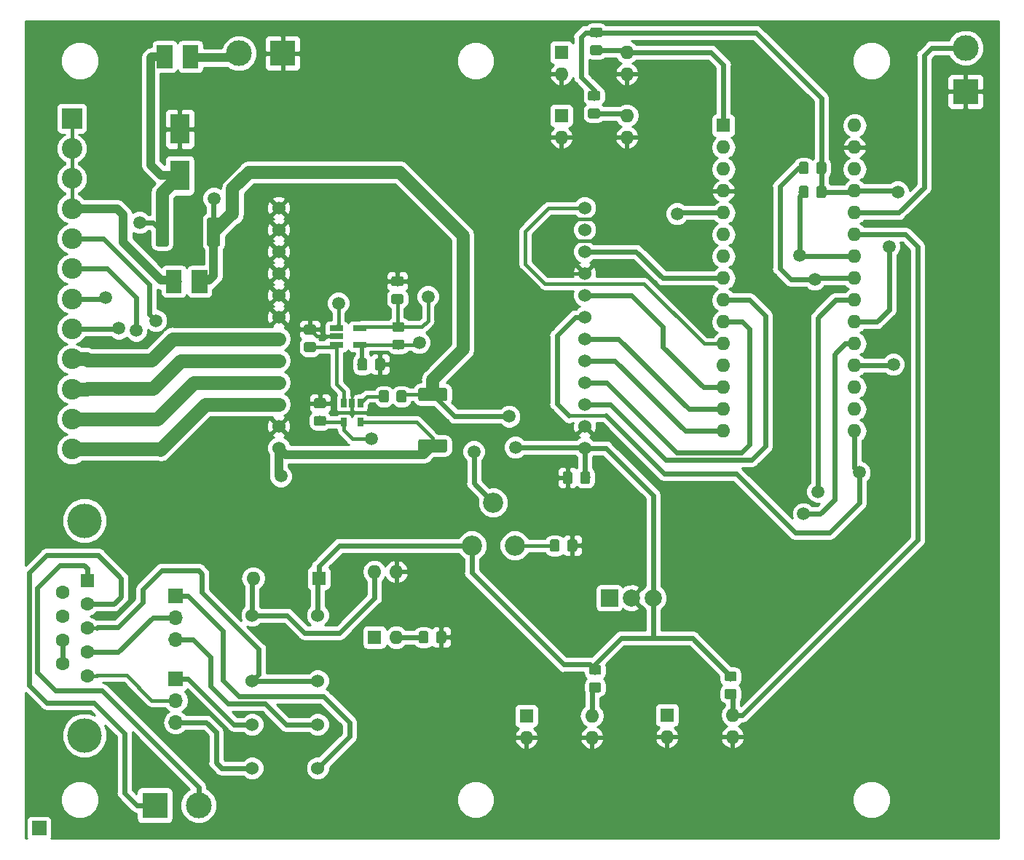
<source format=gbr>
G04 #@! TF.GenerationSoftware,KiCad,Pcbnew,(5.0.1)-3*
G04 #@! TF.CreationDate,2019-01-26T22:20:43+01:00*
G04 #@! TF.ProjectId,BoardVer1,426F617264566572312E6B696361645F,rev?*
G04 #@! TF.SameCoordinates,PX58a84a0PY86ae840*
G04 #@! TF.FileFunction,Copper,L2,Bot,Signal*
G04 #@! TF.FilePolarity,Positive*
%FSLAX46Y46*%
G04 Gerber Fmt 4.6, Leading zero omitted, Abs format (unit mm)*
G04 Created by KiCad (PCBNEW (5.0.1)-3) date 01/26/19 22:20:43*
%MOMM*%
%LPD*%
G01*
G04 APERTURE LIST*
G04 #@! TA.AperFunction,SMDPad,CuDef*
%ADD10C,1.800000*%
G04 #@! TD*
G04 #@! TA.AperFunction,Conductor*
%ADD11C,0.100000*%
G04 #@! TD*
G04 #@! TA.AperFunction,ComponentPad*
%ADD12R,1.700000X1.700000*%
G04 #@! TD*
G04 #@! TA.AperFunction,ComponentPad*
%ADD13C,1.524000*%
G04 #@! TD*
G04 #@! TA.AperFunction,ComponentPad*
%ADD14R,1.600000X1.600000*%
G04 #@! TD*
G04 #@! TA.AperFunction,ComponentPad*
%ADD15O,1.600000X1.600000*%
G04 #@! TD*
G04 #@! TA.AperFunction,SMDPad,CuDef*
%ADD16C,1.150000*%
G04 #@! TD*
G04 #@! TA.AperFunction,ComponentPad*
%ADD17R,2.400000X2.400000*%
G04 #@! TD*
G04 #@! TA.AperFunction,ComponentPad*
%ADD18C,2.400000*%
G04 #@! TD*
G04 #@! TA.AperFunction,ComponentPad*
%ADD19R,3.000000X3.000000*%
G04 #@! TD*
G04 #@! TA.AperFunction,ComponentPad*
%ADD20C,3.000000*%
G04 #@! TD*
G04 #@! TA.AperFunction,ComponentPad*
%ADD21R,2.000000X2.000000*%
G04 #@! TD*
G04 #@! TA.AperFunction,ComponentPad*
%ADD22C,2.000000*%
G04 #@! TD*
G04 #@! TA.AperFunction,ComponentPad*
%ADD23C,1.600000*%
G04 #@! TD*
G04 #@! TA.AperFunction,ComponentPad*
%ADD24C,4.000000*%
G04 #@! TD*
G04 #@! TA.AperFunction,ComponentPad*
%ADD25O,1.700000X1.700000*%
G04 #@! TD*
G04 #@! TA.AperFunction,SMDPad,CuDef*
%ADD26R,2.300000X3.500000*%
G04 #@! TD*
G04 #@! TA.AperFunction,SMDPad,CuDef*
%ADD27R,0.650000X1.060000*%
G04 #@! TD*
G04 #@! TA.AperFunction,SMDPad,CuDef*
%ADD28R,1.560000X0.650000*%
G04 #@! TD*
G04 #@! TA.AperFunction,ComponentPad*
%ADD29C,2.340000*%
G04 #@! TD*
G04 #@! TA.AperFunction,SMDPad,CuDef*
%ADD30C,1.525000*%
G04 #@! TD*
G04 #@! TA.AperFunction,ViaPad*
%ADD31C,1.500000*%
G04 #@! TD*
G04 #@! TA.AperFunction,Conductor*
%ADD32C,0.400000*%
G04 #@! TD*
G04 #@! TA.AperFunction,Conductor*
%ADD33C,1.000000*%
G04 #@! TD*
G04 #@! TA.AperFunction,Conductor*
%ADD34C,0.600000*%
G04 #@! TD*
G04 #@! TA.AperFunction,Conductor*
%ADD35C,1.500000*%
G04 #@! TD*
G04 #@! TA.AperFunction,Conductor*
%ADD36C,0.500000*%
G04 #@! TD*
G04 #@! TA.AperFunction,Conductor*
%ADD37C,1.600000*%
G04 #@! TD*
G04 #@! TA.AperFunction,Conductor*
%ADD38C,0.254000*%
G04 #@! TD*
G04 APERTURE END LIST*
D10*
G04 #@! TO.P,F2,2*
G04 #@! TO.N,Net-(F2-Pad2)*
X17955000Y65532000D03*
D11*
G04 #@! TD*
G04 #@! TO.N,Net-(F2-Pad2)*
G04 #@! TO.C,F2*
G36*
X18855000Y66882000D02*
X18855000Y64182000D01*
X17055000Y64182000D01*
X17055000Y66882000D01*
X18855000Y66882000D01*
X18855000Y66882000D01*
G37*
D10*
G04 #@! TO.P,F2,1*
G04 #@! TO.N,+24V*
X20955000Y65532000D03*
D11*
G04 #@! TD*
G04 #@! TO.N,+24V*
G04 #@! TO.C,F2*
G36*
X21855000Y66882000D02*
X21855000Y64182000D01*
X20055000Y64182000D01*
X20055000Y66882000D01*
X21855000Y66882000D01*
X21855000Y66882000D01*
G37*
D10*
G04 #@! TO.P,F1,1*
G04 #@! TO.N,Net-(C10-Pad2)*
X16891000Y91694000D03*
D11*
G04 #@! TD*
G04 #@! TO.N,Net-(C10-Pad2)*
G04 #@! TO.C,F1*
G36*
X15991000Y90344000D02*
X15991000Y93044000D01*
X17791000Y93044000D01*
X17791000Y90344000D01*
X15991000Y90344000D01*
X15991000Y90344000D01*
G37*
D10*
G04 #@! TO.P,F1,2*
G04 #@! TO.N,Net-(F1-Pad2)*
X19891000Y91694000D03*
D11*
G04 #@! TD*
G04 #@! TO.N,Net-(F1-Pad2)*
G04 #@! TO.C,F1*
G36*
X18991000Y90344000D02*
X18991000Y93044000D01*
X20791000Y93044000D01*
X20791000Y90344000D01*
X18991000Y90344000D01*
X18991000Y90344000D01*
G37*
D12*
G04 #@! TO.P,J9,1*
G04 #@! TO.N,SonicGND*
X2286000Y1905000D03*
G04 #@! TD*
D13*
G04 #@! TO.P,R4,1*
G04 #@! TO.N,VCC*
X34671000Y26670000D03*
G04 #@! TO.P,R4,16*
G04 #@! TO.N,Net-(D7-Pad2)*
X27051000Y26670000D03*
G04 #@! TO.P,R4,13*
G04 #@! TO.N,Sonic24V*
X27051000Y19050000D03*
G04 #@! TO.P,R4,11*
G04 #@! TO.N,Net-(JP2-Pad1)*
X27051000Y13970000D03*
G04 #@! TO.P,R4,9*
G04 #@! TO.N,Net-(JP2-Pad3)*
X27051000Y8890000D03*
G04 #@! TO.P,R4,4*
G04 #@! TO.N,Sonic24V*
X34671000Y19050000D03*
G04 #@! TO.P,R4,6*
G04 #@! TO.N,Net-(JP1-Pad3)*
X34671000Y13970000D03*
G04 #@! TO.P,R4,8*
G04 #@! TO.N,Net-(JP1-Pad1)*
X34671000Y8890000D03*
G04 #@! TD*
D14*
G04 #@! TO.P,U3,1*
G04 #@! TO.N,Net-(R2-Pad2)*
X75293001Y15061999D03*
D15*
G04 #@! TO.P,U3,3*
G04 #@! TO.N,GND*
X82913001Y12521999D03*
G04 #@! TO.P,U3,2*
X75293001Y12521999D03*
G04 #@! TO.P,U3,4*
G04 #@! TO.N,PistonTop*
X82913001Y15061999D03*
G04 #@! TD*
D11*
G04 #@! TO.N,PistonTop*
G04 #@! TO.C,R3*
G36*
X83151505Y18090796D02*
X83175773Y18087196D01*
X83199572Y18081235D01*
X83222671Y18072970D01*
X83244850Y18062480D01*
X83265893Y18049868D01*
X83285599Y18035253D01*
X83303777Y18018777D01*
X83320253Y18000599D01*
X83334868Y17980893D01*
X83347480Y17959850D01*
X83357970Y17937671D01*
X83366235Y17914572D01*
X83372196Y17890773D01*
X83375796Y17866505D01*
X83377000Y17842001D01*
X83377000Y17191999D01*
X83375796Y17167495D01*
X83372196Y17143227D01*
X83366235Y17119428D01*
X83357970Y17096329D01*
X83347480Y17074150D01*
X83334868Y17053107D01*
X83320253Y17033401D01*
X83303777Y17015223D01*
X83285599Y16998747D01*
X83265893Y16984132D01*
X83244850Y16971520D01*
X83222671Y16961030D01*
X83199572Y16952765D01*
X83175773Y16946804D01*
X83151505Y16943204D01*
X83127001Y16942000D01*
X82226999Y16942000D01*
X82202495Y16943204D01*
X82178227Y16946804D01*
X82154428Y16952765D01*
X82131329Y16961030D01*
X82109150Y16971520D01*
X82088107Y16984132D01*
X82068401Y16998747D01*
X82050223Y17015223D01*
X82033747Y17033401D01*
X82019132Y17053107D01*
X82006520Y17074150D01*
X81996030Y17096329D01*
X81987765Y17119428D01*
X81981804Y17143227D01*
X81978204Y17167495D01*
X81977000Y17191999D01*
X81977000Y17842001D01*
X81978204Y17866505D01*
X81981804Y17890773D01*
X81987765Y17914572D01*
X81996030Y17937671D01*
X82006520Y17959850D01*
X82019132Y17980893D01*
X82033747Y18000599D01*
X82050223Y18018777D01*
X82068401Y18035253D01*
X82088107Y18049868D01*
X82109150Y18062480D01*
X82131329Y18072970D01*
X82154428Y18081235D01*
X82178227Y18087196D01*
X82202495Y18090796D01*
X82226999Y18092000D01*
X83127001Y18092000D01*
X83151505Y18090796D01*
X83151505Y18090796D01*
G37*
D16*
G04 #@! TD*
G04 #@! TO.P,R3,2*
G04 #@! TO.N,PistonTop*
X82677000Y17517000D03*
D11*
G04 #@! TO.N,VCC*
G04 #@! TO.C,R3*
G36*
X83151505Y20140796D02*
X83175773Y20137196D01*
X83199572Y20131235D01*
X83222671Y20122970D01*
X83244850Y20112480D01*
X83265893Y20099868D01*
X83285599Y20085253D01*
X83303777Y20068777D01*
X83320253Y20050599D01*
X83334868Y20030893D01*
X83347480Y20009850D01*
X83357970Y19987671D01*
X83366235Y19964572D01*
X83372196Y19940773D01*
X83375796Y19916505D01*
X83377000Y19892001D01*
X83377000Y19241999D01*
X83375796Y19217495D01*
X83372196Y19193227D01*
X83366235Y19169428D01*
X83357970Y19146329D01*
X83347480Y19124150D01*
X83334868Y19103107D01*
X83320253Y19083401D01*
X83303777Y19065223D01*
X83285599Y19048747D01*
X83265893Y19034132D01*
X83244850Y19021520D01*
X83222671Y19011030D01*
X83199572Y19002765D01*
X83175773Y18996804D01*
X83151505Y18993204D01*
X83127001Y18992000D01*
X82226999Y18992000D01*
X82202495Y18993204D01*
X82178227Y18996804D01*
X82154428Y19002765D01*
X82131329Y19011030D01*
X82109150Y19021520D01*
X82088107Y19034132D01*
X82068401Y19048747D01*
X82050223Y19065223D01*
X82033747Y19083401D01*
X82019132Y19103107D01*
X82006520Y19124150D01*
X81996030Y19146329D01*
X81987765Y19169428D01*
X81981804Y19193227D01*
X81978204Y19217495D01*
X81977000Y19241999D01*
X81977000Y19892001D01*
X81978204Y19916505D01*
X81981804Y19940773D01*
X81987765Y19964572D01*
X81996030Y19987671D01*
X82006520Y20009850D01*
X82019132Y20030893D01*
X82033747Y20050599D01*
X82050223Y20068777D01*
X82068401Y20085253D01*
X82088107Y20099868D01*
X82109150Y20112480D01*
X82131329Y20122970D01*
X82154428Y20131235D01*
X82178227Y20137196D01*
X82202495Y20140796D01*
X82226999Y20142000D01*
X83127001Y20142000D01*
X83151505Y20140796D01*
X83151505Y20140796D01*
G37*
D16*
G04 #@! TD*
G04 #@! TO.P,R3,1*
G04 #@! TO.N,VCC*
X82677000Y19567000D03*
D17*
G04 #@! TO.P,J2,1*
G04 #@! TO.N,Net-(F2-Pad2)*
X6096000Y84500000D03*
D18*
G04 #@! TO.P,J2,2*
X6096000Y81000000D03*
G04 #@! TO.P,J2,3*
X6096000Y77500000D03*
G04 #@! TO.P,J2,4*
X6096000Y74000000D03*
G04 #@! TO.P,J2,5*
G04 #@! TO.N,PistonTopBTN*
X6096000Y70500000D03*
G04 #@! TO.P,J2,6*
G04 #@! TO.N,CycleStartBtn*
X6096000Y67000000D03*
G04 #@! TO.P,J2,7*
G04 #@! TO.N,DoorOpenBTN*
X6096000Y63500000D03*
G04 #@! TO.P,J2,8*
G04 #@! TO.N,WindowShutBTN*
X6096000Y60000000D03*
G04 #@! TO.P,J2,9*
G04 #@! TO.N,B2*
X6096000Y56500000D03*
G04 #@! TO.P,J2,10*
G04 #@! TO.N,B1*
X6096000Y53000000D03*
G04 #@! TO.P,J2,11*
G04 #@! TO.N,A2*
X6096000Y49500000D03*
G04 #@! TO.P,J2,12*
G04 #@! TO.N,A1*
X6096000Y46000000D03*
G04 #@! TD*
D19*
G04 #@! TO.P,J1,1*
G04 #@! TO.N,GND*
X30607000Y92075000D03*
D20*
G04 #@! TO.P,J1,2*
G04 #@! TO.N,Net-(F1-Pad2)*
X25527000Y92075000D03*
G04 #@! TD*
D14*
G04 #@! TO.P,A1,1*
G04 #@! TO.N,DoorOpen*
X81846000Y83674000D03*
D15*
G04 #@! TO.P,A1,17*
G04 #@! TO.N,Net-(A1-Pad17)*
X97086000Y50654000D03*
G04 #@! TO.P,A1,2*
G04 #@! TO.N,Net-(A1-Pad2)*
X81846000Y81134000D03*
G04 #@! TO.P,A1,18*
G04 #@! TO.N,Net-(A1-Pad18)*
X97086000Y53194000D03*
G04 #@! TO.P,A1,3*
G04 #@! TO.N,Net-(A1-Pad3)*
X81846000Y78594000D03*
G04 #@! TO.P,A1,19*
G04 #@! TO.N,Pixel*
X97086000Y55734000D03*
G04 #@! TO.P,A1,4*
G04 #@! TO.N,GND*
X81846000Y76054000D03*
G04 #@! TO.P,A1,20*
G04 #@! TO.N,Relay_act*
X97086000Y58274000D03*
G04 #@! TO.P,A1,5*
G04 #@! TO.N,OverCurrent*
X81846000Y73514000D03*
G04 #@! TO.P,A1,21*
G04 #@! TO.N,WindowShut*
X97086000Y60814000D03*
G04 #@! TO.P,A1,6*
G04 #@! TO.N,Net-(A1-Pad6)*
X81846000Y70974000D03*
G04 #@! TO.P,A1,22*
G04 #@! TO.N,CycleStart*
X97086000Y63354000D03*
G04 #@! TO.P,A1,7*
G04 #@! TO.N,Net-(A1-Pad7)*
X81846000Y68434000D03*
G04 #@! TO.P,A1,23*
G04 #@! TO.N,SDA*
X97086000Y65894000D03*
G04 #@! TO.P,A1,8*
G04 #@! TO.N,MTR_ENA*
X81846000Y65894000D03*
G04 #@! TO.P,A1,24*
G04 #@! TO.N,SCL*
X97086000Y68434000D03*
G04 #@! TO.P,A1,9*
G04 #@! TO.N,DIR*
X81846000Y63354000D03*
G04 #@! TO.P,A1,25*
G04 #@! TO.N,PistonTop*
X97086000Y70974000D03*
G04 #@! TO.P,A1,10*
G04 #@! TO.N,STEP*
X81846000Y60814000D03*
G04 #@! TO.P,A1,26*
G04 #@! TO.N,PixelStrip*
X97086000Y73514000D03*
G04 #@! TO.P,A1,11*
G04 #@! TO.N,StallGuard*
X81846000Y58274000D03*
G04 #@! TO.P,A1,27*
G04 #@! TO.N,VCC*
X97086000Y76054000D03*
G04 #@! TO.P,A1,12*
G04 #@! TO.N,Net-(A1-Pad12)*
X81846000Y55734000D03*
G04 #@! TO.P,A1,28*
G04 #@! TO.N,Net-(A1-Pad28)*
X97086000Y78594000D03*
G04 #@! TO.P,A1,13*
G04 #@! TO.N,CSN*
X81846000Y53194000D03*
G04 #@! TO.P,A1,29*
G04 #@! TO.N,GND*
X97086000Y81134000D03*
G04 #@! TO.P,A1,14*
G04 #@! TO.N,SDI*
X81846000Y50654000D03*
G04 #@! TO.P,A1,30*
G04 #@! TO.N,Net-(A1-Pad30)*
X97086000Y83674000D03*
G04 #@! TO.P,A1,15*
G04 #@! TO.N,SDO*
X81846000Y48114000D03*
G04 #@! TO.P,A1,16*
G04 #@! TO.N,SCK*
X97086000Y48114000D03*
G04 #@! TD*
D21*
G04 #@! TO.P,U2,1*
G04 #@! TO.N,+24V*
X68580000Y28702000D03*
D22*
G04 #@! TO.P,U2,2*
G04 #@! TO.N,GND*
X71120000Y28702000D03*
G04 #@! TO.P,U2,3*
G04 #@! TO.N,VCC*
X73660000Y28702000D03*
G04 #@! TD*
D11*
G04 #@! TO.N,OverCurrent*
G04 #@! TO.C,C17*
G36*
X44416505Y64064796D02*
X44440773Y64061196D01*
X44464572Y64055235D01*
X44487671Y64046970D01*
X44509850Y64036480D01*
X44530893Y64023868D01*
X44550599Y64009253D01*
X44568777Y63992777D01*
X44585253Y63974599D01*
X44599868Y63954893D01*
X44612480Y63933850D01*
X44622970Y63911671D01*
X44631235Y63888572D01*
X44637196Y63864773D01*
X44640796Y63840505D01*
X44642000Y63816001D01*
X44642000Y63165999D01*
X44640796Y63141495D01*
X44637196Y63117227D01*
X44631235Y63093428D01*
X44622970Y63070329D01*
X44612480Y63048150D01*
X44599868Y63027107D01*
X44585253Y63007401D01*
X44568777Y62989223D01*
X44550599Y62972747D01*
X44530893Y62958132D01*
X44509850Y62945520D01*
X44487671Y62935030D01*
X44464572Y62926765D01*
X44440773Y62920804D01*
X44416505Y62917204D01*
X44392001Y62916000D01*
X43491999Y62916000D01*
X43467495Y62917204D01*
X43443227Y62920804D01*
X43419428Y62926765D01*
X43396329Y62935030D01*
X43374150Y62945520D01*
X43353107Y62958132D01*
X43333401Y62972747D01*
X43315223Y62989223D01*
X43298747Y63007401D01*
X43284132Y63027107D01*
X43271520Y63048150D01*
X43261030Y63070329D01*
X43252765Y63093428D01*
X43246804Y63117227D01*
X43243204Y63141495D01*
X43242000Y63165999D01*
X43242000Y63816001D01*
X43243204Y63840505D01*
X43246804Y63864773D01*
X43252765Y63888572D01*
X43261030Y63911671D01*
X43271520Y63933850D01*
X43284132Y63954893D01*
X43298747Y63974599D01*
X43315223Y63992777D01*
X43333401Y64009253D01*
X43353107Y64023868D01*
X43374150Y64036480D01*
X43396329Y64046970D01*
X43419428Y64055235D01*
X43443227Y64061196D01*
X43467495Y64064796D01*
X43491999Y64066000D01*
X44392001Y64066000D01*
X44416505Y64064796D01*
X44416505Y64064796D01*
G37*
D16*
G04 #@! TD*
G04 #@! TO.P,C17,1*
G04 #@! TO.N,OverCurrent*
X43942000Y63491000D03*
D11*
G04 #@! TO.N,GND*
G04 #@! TO.C,C17*
G36*
X44416505Y66114796D02*
X44440773Y66111196D01*
X44464572Y66105235D01*
X44487671Y66096970D01*
X44509850Y66086480D01*
X44530893Y66073868D01*
X44550599Y66059253D01*
X44568777Y66042777D01*
X44585253Y66024599D01*
X44599868Y66004893D01*
X44612480Y65983850D01*
X44622970Y65961671D01*
X44631235Y65938572D01*
X44637196Y65914773D01*
X44640796Y65890505D01*
X44642000Y65866001D01*
X44642000Y65215999D01*
X44640796Y65191495D01*
X44637196Y65167227D01*
X44631235Y65143428D01*
X44622970Y65120329D01*
X44612480Y65098150D01*
X44599868Y65077107D01*
X44585253Y65057401D01*
X44568777Y65039223D01*
X44550599Y65022747D01*
X44530893Y65008132D01*
X44509850Y64995520D01*
X44487671Y64985030D01*
X44464572Y64976765D01*
X44440773Y64970804D01*
X44416505Y64967204D01*
X44392001Y64966000D01*
X43491999Y64966000D01*
X43467495Y64967204D01*
X43443227Y64970804D01*
X43419428Y64976765D01*
X43396329Y64985030D01*
X43374150Y64995520D01*
X43353107Y65008132D01*
X43333401Y65022747D01*
X43315223Y65039223D01*
X43298747Y65057401D01*
X43284132Y65077107D01*
X43271520Y65098150D01*
X43261030Y65120329D01*
X43252765Y65143428D01*
X43246804Y65167227D01*
X43243204Y65191495D01*
X43242000Y65215999D01*
X43242000Y65866001D01*
X43243204Y65890505D01*
X43246804Y65914773D01*
X43252765Y65938572D01*
X43261030Y65961671D01*
X43271520Y65983850D01*
X43284132Y66004893D01*
X43298747Y66024599D01*
X43315223Y66042777D01*
X43333401Y66059253D01*
X43353107Y66073868D01*
X43374150Y66086480D01*
X43396329Y66096970D01*
X43419428Y66105235D01*
X43443227Y66111196D01*
X43467495Y66114796D01*
X43491999Y66116000D01*
X44392001Y66116000D01*
X44416505Y66114796D01*
X44416505Y66114796D01*
G37*
D16*
G04 #@! TD*
G04 #@! TO.P,C17,2*
G04 #@! TO.N,GND*
X43942000Y65541000D03*
D11*
G04 #@! TO.N,GND*
G04 #@! TO.C,C16*
G36*
X35420505Y51932796D02*
X35444773Y51929196D01*
X35468572Y51923235D01*
X35491671Y51914970D01*
X35513850Y51904480D01*
X35534893Y51891868D01*
X35554599Y51877253D01*
X35572777Y51860777D01*
X35589253Y51842599D01*
X35603868Y51822893D01*
X35616480Y51801850D01*
X35626970Y51779671D01*
X35635235Y51756572D01*
X35641196Y51732773D01*
X35644796Y51708505D01*
X35646000Y51684001D01*
X35646000Y51033999D01*
X35644796Y51009495D01*
X35641196Y50985227D01*
X35635235Y50961428D01*
X35626970Y50938329D01*
X35616480Y50916150D01*
X35603868Y50895107D01*
X35589253Y50875401D01*
X35572777Y50857223D01*
X35554599Y50840747D01*
X35534893Y50826132D01*
X35513850Y50813520D01*
X35491671Y50803030D01*
X35468572Y50794765D01*
X35444773Y50788804D01*
X35420505Y50785204D01*
X35396001Y50784000D01*
X34495999Y50784000D01*
X34471495Y50785204D01*
X34447227Y50788804D01*
X34423428Y50794765D01*
X34400329Y50803030D01*
X34378150Y50813520D01*
X34357107Y50826132D01*
X34337401Y50840747D01*
X34319223Y50857223D01*
X34302747Y50875401D01*
X34288132Y50895107D01*
X34275520Y50916150D01*
X34265030Y50938329D01*
X34256765Y50961428D01*
X34250804Y50985227D01*
X34247204Y51009495D01*
X34246000Y51033999D01*
X34246000Y51684001D01*
X34247204Y51708505D01*
X34250804Y51732773D01*
X34256765Y51756572D01*
X34265030Y51779671D01*
X34275520Y51801850D01*
X34288132Y51822893D01*
X34302747Y51842599D01*
X34319223Y51860777D01*
X34337401Y51877253D01*
X34357107Y51891868D01*
X34378150Y51904480D01*
X34400329Y51914970D01*
X34423428Y51923235D01*
X34447227Y51929196D01*
X34471495Y51932796D01*
X34495999Y51934000D01*
X35396001Y51934000D01*
X35420505Y51932796D01*
X35420505Y51932796D01*
G37*
D16*
G04 #@! TD*
G04 #@! TO.P,C16,2*
G04 #@! TO.N,GND*
X34946000Y51359000D03*
D11*
G04 #@! TO.N,VCC*
G04 #@! TO.C,C16*
G36*
X35420505Y49882796D02*
X35444773Y49879196D01*
X35468572Y49873235D01*
X35491671Y49864970D01*
X35513850Y49854480D01*
X35534893Y49841868D01*
X35554599Y49827253D01*
X35572777Y49810777D01*
X35589253Y49792599D01*
X35603868Y49772893D01*
X35616480Y49751850D01*
X35626970Y49729671D01*
X35635235Y49706572D01*
X35641196Y49682773D01*
X35644796Y49658505D01*
X35646000Y49634001D01*
X35646000Y48983999D01*
X35644796Y48959495D01*
X35641196Y48935227D01*
X35635235Y48911428D01*
X35626970Y48888329D01*
X35616480Y48866150D01*
X35603868Y48845107D01*
X35589253Y48825401D01*
X35572777Y48807223D01*
X35554599Y48790747D01*
X35534893Y48776132D01*
X35513850Y48763520D01*
X35491671Y48753030D01*
X35468572Y48744765D01*
X35444773Y48738804D01*
X35420505Y48735204D01*
X35396001Y48734000D01*
X34495999Y48734000D01*
X34471495Y48735204D01*
X34447227Y48738804D01*
X34423428Y48744765D01*
X34400329Y48753030D01*
X34378150Y48763520D01*
X34357107Y48776132D01*
X34337401Y48790747D01*
X34319223Y48807223D01*
X34302747Y48825401D01*
X34288132Y48845107D01*
X34275520Y48866150D01*
X34265030Y48888329D01*
X34256765Y48911428D01*
X34250804Y48935227D01*
X34247204Y48959495D01*
X34246000Y48983999D01*
X34246000Y49634001D01*
X34247204Y49658505D01*
X34250804Y49682773D01*
X34256765Y49706572D01*
X34265030Y49729671D01*
X34275520Y49751850D01*
X34288132Y49772893D01*
X34302747Y49792599D01*
X34319223Y49810777D01*
X34337401Y49827253D01*
X34357107Y49841868D01*
X34378150Y49854480D01*
X34400329Y49864970D01*
X34423428Y49873235D01*
X34447227Y49879196D01*
X34471495Y49882796D01*
X34495999Y49884000D01*
X35396001Y49884000D01*
X35420505Y49882796D01*
X35420505Y49882796D01*
G37*
D16*
G04 #@! TD*
G04 #@! TO.P,C16,1*
G04 #@! TO.N,VCC*
X34946000Y49309000D03*
D11*
G04 #@! TO.N,VCC*
G04 #@! TO.C,C15*
G36*
X40218505Y56578796D02*
X40242773Y56575196D01*
X40266572Y56569235D01*
X40289671Y56560970D01*
X40311850Y56550480D01*
X40332893Y56537868D01*
X40352599Y56523253D01*
X40370777Y56506777D01*
X40387253Y56488599D01*
X40401868Y56468893D01*
X40414480Y56447850D01*
X40424970Y56425671D01*
X40433235Y56402572D01*
X40439196Y56378773D01*
X40442796Y56354505D01*
X40444000Y56330001D01*
X40444000Y55429999D01*
X40442796Y55405495D01*
X40439196Y55381227D01*
X40433235Y55357428D01*
X40424970Y55334329D01*
X40414480Y55312150D01*
X40401868Y55291107D01*
X40387253Y55271401D01*
X40370777Y55253223D01*
X40352599Y55236747D01*
X40332893Y55222132D01*
X40311850Y55209520D01*
X40289671Y55199030D01*
X40266572Y55190765D01*
X40242773Y55184804D01*
X40218505Y55181204D01*
X40194001Y55180000D01*
X39543999Y55180000D01*
X39519495Y55181204D01*
X39495227Y55184804D01*
X39471428Y55190765D01*
X39448329Y55199030D01*
X39426150Y55209520D01*
X39405107Y55222132D01*
X39385401Y55236747D01*
X39367223Y55253223D01*
X39350747Y55271401D01*
X39336132Y55291107D01*
X39323520Y55312150D01*
X39313030Y55334329D01*
X39304765Y55357428D01*
X39298804Y55381227D01*
X39295204Y55405495D01*
X39294000Y55429999D01*
X39294000Y56330001D01*
X39295204Y56354505D01*
X39298804Y56378773D01*
X39304765Y56402572D01*
X39313030Y56425671D01*
X39323520Y56447850D01*
X39336132Y56468893D01*
X39350747Y56488599D01*
X39367223Y56506777D01*
X39385401Y56523253D01*
X39405107Y56537868D01*
X39426150Y56550480D01*
X39448329Y56560970D01*
X39471428Y56569235D01*
X39495227Y56575196D01*
X39519495Y56578796D01*
X39543999Y56580000D01*
X40194001Y56580000D01*
X40218505Y56578796D01*
X40218505Y56578796D01*
G37*
D16*
G04 #@! TD*
G04 #@! TO.P,C15,1*
G04 #@! TO.N,VCC*
X39869000Y55880000D03*
D11*
G04 #@! TO.N,GND*
G04 #@! TO.C,C15*
G36*
X42268505Y56578796D02*
X42292773Y56575196D01*
X42316572Y56569235D01*
X42339671Y56560970D01*
X42361850Y56550480D01*
X42382893Y56537868D01*
X42402599Y56523253D01*
X42420777Y56506777D01*
X42437253Y56488599D01*
X42451868Y56468893D01*
X42464480Y56447850D01*
X42474970Y56425671D01*
X42483235Y56402572D01*
X42489196Y56378773D01*
X42492796Y56354505D01*
X42494000Y56330001D01*
X42494000Y55429999D01*
X42492796Y55405495D01*
X42489196Y55381227D01*
X42483235Y55357428D01*
X42474970Y55334329D01*
X42464480Y55312150D01*
X42451868Y55291107D01*
X42437253Y55271401D01*
X42420777Y55253223D01*
X42402599Y55236747D01*
X42382893Y55222132D01*
X42361850Y55209520D01*
X42339671Y55199030D01*
X42316572Y55190765D01*
X42292773Y55184804D01*
X42268505Y55181204D01*
X42244001Y55180000D01*
X41593999Y55180000D01*
X41569495Y55181204D01*
X41545227Y55184804D01*
X41521428Y55190765D01*
X41498329Y55199030D01*
X41476150Y55209520D01*
X41455107Y55222132D01*
X41435401Y55236747D01*
X41417223Y55253223D01*
X41400747Y55271401D01*
X41386132Y55291107D01*
X41373520Y55312150D01*
X41363030Y55334329D01*
X41354765Y55357428D01*
X41348804Y55381227D01*
X41345204Y55405495D01*
X41344000Y55429999D01*
X41344000Y56330001D01*
X41345204Y56354505D01*
X41348804Y56378773D01*
X41354765Y56402572D01*
X41363030Y56425671D01*
X41373520Y56447850D01*
X41386132Y56468893D01*
X41400747Y56488599D01*
X41417223Y56506777D01*
X41435401Y56523253D01*
X41455107Y56537868D01*
X41476150Y56550480D01*
X41498329Y56560970D01*
X41521428Y56569235D01*
X41545227Y56575196D01*
X41569495Y56578796D01*
X41593999Y56580000D01*
X42244001Y56580000D01*
X42268505Y56578796D01*
X42268505Y56578796D01*
G37*
D16*
G04 #@! TD*
G04 #@! TO.P,C15,2*
G04 #@! TO.N,GND*
X41919000Y55880000D03*
D11*
G04 #@! TO.N,GND*
G04 #@! TO.C,C7*
G36*
X64080505Y43392796D02*
X64104773Y43389196D01*
X64128572Y43383235D01*
X64151671Y43374970D01*
X64173850Y43364480D01*
X64194893Y43351868D01*
X64214599Y43337253D01*
X64232777Y43320777D01*
X64249253Y43302599D01*
X64263868Y43282893D01*
X64276480Y43261850D01*
X64286970Y43239671D01*
X64295235Y43216572D01*
X64301196Y43192773D01*
X64304796Y43168505D01*
X64306000Y43144001D01*
X64306000Y42243999D01*
X64304796Y42219495D01*
X64301196Y42195227D01*
X64295235Y42171428D01*
X64286970Y42148329D01*
X64276480Y42126150D01*
X64263868Y42105107D01*
X64249253Y42085401D01*
X64232777Y42067223D01*
X64214599Y42050747D01*
X64194893Y42036132D01*
X64173850Y42023520D01*
X64151671Y42013030D01*
X64128572Y42004765D01*
X64104773Y41998804D01*
X64080505Y41995204D01*
X64056001Y41994000D01*
X63405999Y41994000D01*
X63381495Y41995204D01*
X63357227Y41998804D01*
X63333428Y42004765D01*
X63310329Y42013030D01*
X63288150Y42023520D01*
X63267107Y42036132D01*
X63247401Y42050747D01*
X63229223Y42067223D01*
X63212747Y42085401D01*
X63198132Y42105107D01*
X63185520Y42126150D01*
X63175030Y42148329D01*
X63166765Y42171428D01*
X63160804Y42195227D01*
X63157204Y42219495D01*
X63156000Y42243999D01*
X63156000Y43144001D01*
X63157204Y43168505D01*
X63160804Y43192773D01*
X63166765Y43216572D01*
X63175030Y43239671D01*
X63185520Y43261850D01*
X63198132Y43282893D01*
X63212747Y43302599D01*
X63229223Y43320777D01*
X63247401Y43337253D01*
X63267107Y43351868D01*
X63288150Y43364480D01*
X63310329Y43374970D01*
X63333428Y43383235D01*
X63357227Y43389196D01*
X63381495Y43392796D01*
X63405999Y43394000D01*
X64056001Y43394000D01*
X64080505Y43392796D01*
X64080505Y43392796D01*
G37*
D16*
G04 #@! TD*
G04 #@! TO.P,C7,2*
G04 #@! TO.N,GND*
X63731000Y42694000D03*
D11*
G04 #@! TO.N,VCC*
G04 #@! TO.C,C7*
G36*
X66130505Y43392796D02*
X66154773Y43389196D01*
X66178572Y43383235D01*
X66201671Y43374970D01*
X66223850Y43364480D01*
X66244893Y43351868D01*
X66264599Y43337253D01*
X66282777Y43320777D01*
X66299253Y43302599D01*
X66313868Y43282893D01*
X66326480Y43261850D01*
X66336970Y43239671D01*
X66345235Y43216572D01*
X66351196Y43192773D01*
X66354796Y43168505D01*
X66356000Y43144001D01*
X66356000Y42243999D01*
X66354796Y42219495D01*
X66351196Y42195227D01*
X66345235Y42171428D01*
X66336970Y42148329D01*
X66326480Y42126150D01*
X66313868Y42105107D01*
X66299253Y42085401D01*
X66282777Y42067223D01*
X66264599Y42050747D01*
X66244893Y42036132D01*
X66223850Y42023520D01*
X66201671Y42013030D01*
X66178572Y42004765D01*
X66154773Y41998804D01*
X66130505Y41995204D01*
X66106001Y41994000D01*
X65455999Y41994000D01*
X65431495Y41995204D01*
X65407227Y41998804D01*
X65383428Y42004765D01*
X65360329Y42013030D01*
X65338150Y42023520D01*
X65317107Y42036132D01*
X65297401Y42050747D01*
X65279223Y42067223D01*
X65262747Y42085401D01*
X65248132Y42105107D01*
X65235520Y42126150D01*
X65225030Y42148329D01*
X65216765Y42171428D01*
X65210804Y42195227D01*
X65207204Y42219495D01*
X65206000Y42243999D01*
X65206000Y43144001D01*
X65207204Y43168505D01*
X65210804Y43192773D01*
X65216765Y43216572D01*
X65225030Y43239671D01*
X65235520Y43261850D01*
X65248132Y43282893D01*
X65262747Y43302599D01*
X65279223Y43320777D01*
X65297401Y43337253D01*
X65317107Y43351868D01*
X65338150Y43364480D01*
X65360329Y43374970D01*
X65383428Y43383235D01*
X65407227Y43389196D01*
X65431495Y43392796D01*
X65455999Y43394000D01*
X66106001Y43394000D01*
X66130505Y43392796D01*
X66130505Y43392796D01*
G37*
D16*
G04 #@! TD*
G04 #@! TO.P,C7,1*
G04 #@! TO.N,VCC*
X65781000Y42694000D03*
D14*
G04 #@! TO.P,J5,1*
G04 #@! TO.N,Net-(J5-Pad1)*
X7874000Y30734000D03*
D23*
G04 #@! TO.P,J5,2*
G04 #@! TO.N,Net-(J5-Pad2)*
X7874000Y27964000D03*
G04 #@! TO.P,J5,3*
G04 #@! TO.N,Sonic24V*
X7874000Y25194000D03*
G04 #@! TO.P,J5,4*
G04 #@! TO.N,BTN1*
X7874000Y22424000D03*
G04 #@! TO.P,J5,5*
G04 #@! TO.N,BTN2*
X7874000Y19654000D03*
G04 #@! TO.P,J5,6*
G04 #@! TO.N,Net-(J5-Pad6)*
X5034000Y29349000D03*
G04 #@! TO.P,J5,7*
G04 #@! TO.N,Net-(J5-Pad7)*
X5034000Y26579000D03*
G04 #@! TO.P,J5,8*
G04 #@! TO.N,SonicGND*
X5034000Y23809000D03*
G04 #@! TO.P,J5,9*
X5034000Y21039000D03*
D24*
G04 #@! TO.P,J5,0*
G04 #@! TO.N,Net-(J5-Pad0)*
X7574000Y37694000D03*
X7574000Y12694000D03*
G04 #@! TD*
D25*
G04 #@! TO.P,JP2,3*
G04 #@! TO.N,Net-(JP2-Pad3)*
X18161000Y14224000D03*
G04 #@! TO.P,JP2,2*
G04 #@! TO.N,BTN2*
X18161000Y16764000D03*
D12*
G04 #@! TO.P,JP2,1*
G04 #@! TO.N,Net-(JP2-Pad1)*
X18161000Y19304000D03*
G04 #@! TD*
G04 #@! TO.P,JP1,1*
G04 #@! TO.N,Net-(JP1-Pad1)*
X18161000Y28956000D03*
D25*
G04 #@! TO.P,JP1,2*
G04 #@! TO.N,BTN1*
X18161000Y26416000D03*
G04 #@! TO.P,JP1,3*
G04 #@! TO.N,Net-(JP1-Pad3)*
X18161000Y23876000D03*
G04 #@! TD*
D26*
G04 #@! TO.P,D1,2*
G04 #@! TO.N,GND*
X18646000Y83254000D03*
G04 #@! TO.P,D1,1*
G04 #@! TO.N,Net-(C10-Pad2)*
X18646000Y77854000D03*
G04 #@! TD*
D14*
G04 #@! TO.P,D7,1*
G04 #@! TO.N,VCC*
X34798000Y30988000D03*
D15*
G04 #@! TO.P,D7,2*
G04 #@! TO.N,Net-(D7-Pad2)*
X27178000Y30988000D03*
G04 #@! TD*
G04 #@! TO.P,U10,4*
G04 #@! TO.N,Net-(D7-Pad2)*
X41275000Y31750000D03*
G04 #@! TO.P,U10,2*
G04 #@! TO.N,Net-(R20-Pad1)*
X43815000Y24130000D03*
G04 #@! TO.P,U10,3*
G04 #@! TO.N,GND*
X43815000Y31750000D03*
D14*
G04 #@! TO.P,U10,1*
G04 #@! TO.N,Relay_act*
X41275000Y24130000D03*
G04 #@! TD*
G04 #@! TO.P,U9,1*
G04 #@! TO.N,Net-(R19-Pad2)*
X58928000Y14986000D03*
D15*
G04 #@! TO.P,U9,3*
G04 #@! TO.N,GND*
X66548000Y12446000D03*
G04 #@! TO.P,U9,2*
X58928000Y12446000D03*
G04 #@! TO.P,U9,4*
G04 #@! TO.N,CycleStart*
X66548000Y14986000D03*
G04 #@! TD*
G04 #@! TO.P,U8,4*
G04 #@! TO.N,WindowShut*
X70612000Y84836000D03*
G04 #@! TO.P,U8,2*
G04 #@! TO.N,GND*
X62992000Y82296000D03*
G04 #@! TO.P,U8,3*
X70612000Y82296000D03*
D14*
G04 #@! TO.P,U8,1*
G04 #@! TO.N,Net-(R13-Pad2)*
X62992000Y84836000D03*
G04 #@! TD*
G04 #@! TO.P,U5,1*
G04 #@! TO.N,Net-(R11-Pad2)*
X62992000Y92202000D03*
D15*
G04 #@! TO.P,U5,3*
G04 #@! TO.N,GND*
X70612000Y89662000D03*
G04 #@! TO.P,U5,2*
X62992000Y89662000D03*
G04 #@! TO.P,U5,4*
G04 #@! TO.N,DoorOpen*
X70612000Y92202000D03*
G04 #@! TD*
D27*
G04 #@! TO.P,U7,1*
G04 #@! TO.N,Net-(R16-Pad2)*
X37716000Y51344000D03*
G04 #@! TO.P,U7,2*
G04 #@! TO.N,GND*
X38666000Y51344000D03*
G04 #@! TO.P,U7,3*
G04 #@! TO.N,Net-(R14-Pad1)*
X39616000Y51344000D03*
G04 #@! TO.P,U7,4*
G04 #@! TO.N,Net-(C5-Pad1)*
X39616000Y49144000D03*
G04 #@! TO.P,U7,5*
G04 #@! TO.N,VCC*
X37716000Y49144000D03*
G04 #@! TD*
D28*
G04 #@! TO.P,U6,1*
G04 #@! TO.N,Net-(R16-Pad2)*
X36856000Y58168000D03*
G04 #@! TO.P,U6,2*
G04 #@! TO.N,GND*
X36856000Y59118000D03*
G04 #@! TO.P,U6,3*
G04 #@! TO.N,Net-(RV1-Pad2)*
X36856000Y60068000D03*
G04 #@! TO.P,U6,4*
G04 #@! TO.N,OverCurrent*
X39556000Y60068000D03*
G04 #@! TO.P,U6,5*
G04 #@! TO.N,VCC*
X39556000Y58168000D03*
G04 #@! TD*
D29*
G04 #@! TO.P,RV1,3*
G04 #@! TO.N,Net-(R22-Pad1)*
X57578000Y34798000D03*
G04 #@! TO.P,RV1,2*
G04 #@! TO.N,Net-(RV1-Pad2)*
X55078000Y39798000D03*
G04 #@! TO.P,RV1,1*
G04 #@! TO.N,VCC*
X52578000Y34798000D03*
G04 #@! TD*
D11*
G04 #@! TO.N,WindowShut*
G04 #@! TO.C,R17*
G36*
X67276505Y85654796D02*
X67300773Y85651196D01*
X67324572Y85645235D01*
X67347671Y85636970D01*
X67369850Y85626480D01*
X67390893Y85613868D01*
X67410599Y85599253D01*
X67428777Y85582777D01*
X67445253Y85564599D01*
X67459868Y85544893D01*
X67472480Y85523850D01*
X67482970Y85501671D01*
X67491235Y85478572D01*
X67497196Y85454773D01*
X67500796Y85430505D01*
X67502000Y85406001D01*
X67502000Y84755999D01*
X67500796Y84731495D01*
X67497196Y84707227D01*
X67491235Y84683428D01*
X67482970Y84660329D01*
X67472480Y84638150D01*
X67459868Y84617107D01*
X67445253Y84597401D01*
X67428777Y84579223D01*
X67410599Y84562747D01*
X67390893Y84548132D01*
X67369850Y84535520D01*
X67347671Y84525030D01*
X67324572Y84516765D01*
X67300773Y84510804D01*
X67276505Y84507204D01*
X67252001Y84506000D01*
X66351999Y84506000D01*
X66327495Y84507204D01*
X66303227Y84510804D01*
X66279428Y84516765D01*
X66256329Y84525030D01*
X66234150Y84535520D01*
X66213107Y84548132D01*
X66193401Y84562747D01*
X66175223Y84579223D01*
X66158747Y84597401D01*
X66144132Y84617107D01*
X66131520Y84638150D01*
X66121030Y84660329D01*
X66112765Y84683428D01*
X66106804Y84707227D01*
X66103204Y84731495D01*
X66102000Y84755999D01*
X66102000Y85406001D01*
X66103204Y85430505D01*
X66106804Y85454773D01*
X66112765Y85478572D01*
X66121030Y85501671D01*
X66131520Y85523850D01*
X66144132Y85544893D01*
X66158747Y85564599D01*
X66175223Y85582777D01*
X66193401Y85599253D01*
X66213107Y85613868D01*
X66234150Y85626480D01*
X66256329Y85636970D01*
X66279428Y85645235D01*
X66303227Y85651196D01*
X66327495Y85654796D01*
X66351999Y85656000D01*
X67252001Y85656000D01*
X67276505Y85654796D01*
X67276505Y85654796D01*
G37*
D16*
G04 #@! TD*
G04 #@! TO.P,R17,2*
G04 #@! TO.N,WindowShut*
X66802000Y85081000D03*
D11*
G04 #@! TO.N,VCC*
G04 #@! TO.C,R17*
G36*
X67276505Y87704796D02*
X67300773Y87701196D01*
X67324572Y87695235D01*
X67347671Y87686970D01*
X67369850Y87676480D01*
X67390893Y87663868D01*
X67410599Y87649253D01*
X67428777Y87632777D01*
X67445253Y87614599D01*
X67459868Y87594893D01*
X67472480Y87573850D01*
X67482970Y87551671D01*
X67491235Y87528572D01*
X67497196Y87504773D01*
X67500796Y87480505D01*
X67502000Y87456001D01*
X67502000Y86805999D01*
X67500796Y86781495D01*
X67497196Y86757227D01*
X67491235Y86733428D01*
X67482970Y86710329D01*
X67472480Y86688150D01*
X67459868Y86667107D01*
X67445253Y86647401D01*
X67428777Y86629223D01*
X67410599Y86612747D01*
X67390893Y86598132D01*
X67369850Y86585520D01*
X67347671Y86575030D01*
X67324572Y86566765D01*
X67300773Y86560804D01*
X67276505Y86557204D01*
X67252001Y86556000D01*
X66351999Y86556000D01*
X66327495Y86557204D01*
X66303227Y86560804D01*
X66279428Y86566765D01*
X66256329Y86575030D01*
X66234150Y86585520D01*
X66213107Y86598132D01*
X66193401Y86612747D01*
X66175223Y86629223D01*
X66158747Y86647401D01*
X66144132Y86667107D01*
X66131520Y86688150D01*
X66121030Y86710329D01*
X66112765Y86733428D01*
X66106804Y86757227D01*
X66103204Y86781495D01*
X66102000Y86805999D01*
X66102000Y87456001D01*
X66103204Y87480505D01*
X66106804Y87504773D01*
X66112765Y87528572D01*
X66121030Y87551671D01*
X66131520Y87573850D01*
X66144132Y87594893D01*
X66158747Y87614599D01*
X66175223Y87632777D01*
X66193401Y87649253D01*
X66213107Y87663868D01*
X66234150Y87676480D01*
X66256329Y87686970D01*
X66279428Y87695235D01*
X66303227Y87701196D01*
X66327495Y87704796D01*
X66351999Y87706000D01*
X67252001Y87706000D01*
X67276505Y87704796D01*
X67276505Y87704796D01*
G37*
D16*
G04 #@! TD*
G04 #@! TO.P,R17,1*
G04 #@! TO.N,VCC*
X66802000Y87131000D03*
D11*
G04 #@! TO.N,GND*
G04 #@! TO.C,R22*
G36*
X64620505Y35496796D02*
X64644773Y35493196D01*
X64668572Y35487235D01*
X64691671Y35478970D01*
X64713850Y35468480D01*
X64734893Y35455868D01*
X64754599Y35441253D01*
X64772777Y35424777D01*
X64789253Y35406599D01*
X64803868Y35386893D01*
X64816480Y35365850D01*
X64826970Y35343671D01*
X64835235Y35320572D01*
X64841196Y35296773D01*
X64844796Y35272505D01*
X64846000Y35248001D01*
X64846000Y34347999D01*
X64844796Y34323495D01*
X64841196Y34299227D01*
X64835235Y34275428D01*
X64826970Y34252329D01*
X64816480Y34230150D01*
X64803868Y34209107D01*
X64789253Y34189401D01*
X64772777Y34171223D01*
X64754599Y34154747D01*
X64734893Y34140132D01*
X64713850Y34127520D01*
X64691671Y34117030D01*
X64668572Y34108765D01*
X64644773Y34102804D01*
X64620505Y34099204D01*
X64596001Y34098000D01*
X63945999Y34098000D01*
X63921495Y34099204D01*
X63897227Y34102804D01*
X63873428Y34108765D01*
X63850329Y34117030D01*
X63828150Y34127520D01*
X63807107Y34140132D01*
X63787401Y34154747D01*
X63769223Y34171223D01*
X63752747Y34189401D01*
X63738132Y34209107D01*
X63725520Y34230150D01*
X63715030Y34252329D01*
X63706765Y34275428D01*
X63700804Y34299227D01*
X63697204Y34323495D01*
X63696000Y34347999D01*
X63696000Y35248001D01*
X63697204Y35272505D01*
X63700804Y35296773D01*
X63706765Y35320572D01*
X63715030Y35343671D01*
X63725520Y35365850D01*
X63738132Y35386893D01*
X63752747Y35406599D01*
X63769223Y35424777D01*
X63787401Y35441253D01*
X63807107Y35455868D01*
X63828150Y35468480D01*
X63850329Y35478970D01*
X63873428Y35487235D01*
X63897227Y35493196D01*
X63921495Y35496796D01*
X63945999Y35498000D01*
X64596001Y35498000D01*
X64620505Y35496796D01*
X64620505Y35496796D01*
G37*
D16*
G04 #@! TD*
G04 #@! TO.P,R22,2*
G04 #@! TO.N,GND*
X64271000Y34798000D03*
D11*
G04 #@! TO.N,Net-(R22-Pad1)*
G04 #@! TO.C,R22*
G36*
X62570505Y35496796D02*
X62594773Y35493196D01*
X62618572Y35487235D01*
X62641671Y35478970D01*
X62663850Y35468480D01*
X62684893Y35455868D01*
X62704599Y35441253D01*
X62722777Y35424777D01*
X62739253Y35406599D01*
X62753868Y35386893D01*
X62766480Y35365850D01*
X62776970Y35343671D01*
X62785235Y35320572D01*
X62791196Y35296773D01*
X62794796Y35272505D01*
X62796000Y35248001D01*
X62796000Y34347999D01*
X62794796Y34323495D01*
X62791196Y34299227D01*
X62785235Y34275428D01*
X62776970Y34252329D01*
X62766480Y34230150D01*
X62753868Y34209107D01*
X62739253Y34189401D01*
X62722777Y34171223D01*
X62704599Y34154747D01*
X62684893Y34140132D01*
X62663850Y34127520D01*
X62641671Y34117030D01*
X62618572Y34108765D01*
X62594773Y34102804D01*
X62570505Y34099204D01*
X62546001Y34098000D01*
X61895999Y34098000D01*
X61871495Y34099204D01*
X61847227Y34102804D01*
X61823428Y34108765D01*
X61800329Y34117030D01*
X61778150Y34127520D01*
X61757107Y34140132D01*
X61737401Y34154747D01*
X61719223Y34171223D01*
X61702747Y34189401D01*
X61688132Y34209107D01*
X61675520Y34230150D01*
X61665030Y34252329D01*
X61656765Y34275428D01*
X61650804Y34299227D01*
X61647204Y34323495D01*
X61646000Y34347999D01*
X61646000Y35248001D01*
X61647204Y35272505D01*
X61650804Y35296773D01*
X61656765Y35320572D01*
X61665030Y35343671D01*
X61675520Y35365850D01*
X61688132Y35386893D01*
X61702747Y35406599D01*
X61719223Y35424777D01*
X61737401Y35441253D01*
X61757107Y35455868D01*
X61778150Y35468480D01*
X61800329Y35478970D01*
X61823428Y35487235D01*
X61847227Y35493196D01*
X61871495Y35496796D01*
X61895999Y35498000D01*
X62546001Y35498000D01*
X62570505Y35496796D01*
X62570505Y35496796D01*
G37*
D16*
G04 #@! TD*
G04 #@! TO.P,R22,1*
G04 #@! TO.N,Net-(R22-Pad1)*
X62221000Y34798000D03*
D11*
G04 #@! TO.N,GND*
G04 #@! TO.C,R20*
G36*
X49380505Y24828796D02*
X49404773Y24825196D01*
X49428572Y24819235D01*
X49451671Y24810970D01*
X49473850Y24800480D01*
X49494893Y24787868D01*
X49514599Y24773253D01*
X49532777Y24756777D01*
X49549253Y24738599D01*
X49563868Y24718893D01*
X49576480Y24697850D01*
X49586970Y24675671D01*
X49595235Y24652572D01*
X49601196Y24628773D01*
X49604796Y24604505D01*
X49606000Y24580001D01*
X49606000Y23679999D01*
X49604796Y23655495D01*
X49601196Y23631227D01*
X49595235Y23607428D01*
X49586970Y23584329D01*
X49576480Y23562150D01*
X49563868Y23541107D01*
X49549253Y23521401D01*
X49532777Y23503223D01*
X49514599Y23486747D01*
X49494893Y23472132D01*
X49473850Y23459520D01*
X49451671Y23449030D01*
X49428572Y23440765D01*
X49404773Y23434804D01*
X49380505Y23431204D01*
X49356001Y23430000D01*
X48705999Y23430000D01*
X48681495Y23431204D01*
X48657227Y23434804D01*
X48633428Y23440765D01*
X48610329Y23449030D01*
X48588150Y23459520D01*
X48567107Y23472132D01*
X48547401Y23486747D01*
X48529223Y23503223D01*
X48512747Y23521401D01*
X48498132Y23541107D01*
X48485520Y23562150D01*
X48475030Y23584329D01*
X48466765Y23607428D01*
X48460804Y23631227D01*
X48457204Y23655495D01*
X48456000Y23679999D01*
X48456000Y24580001D01*
X48457204Y24604505D01*
X48460804Y24628773D01*
X48466765Y24652572D01*
X48475030Y24675671D01*
X48485520Y24697850D01*
X48498132Y24718893D01*
X48512747Y24738599D01*
X48529223Y24756777D01*
X48547401Y24773253D01*
X48567107Y24787868D01*
X48588150Y24800480D01*
X48610329Y24810970D01*
X48633428Y24819235D01*
X48657227Y24825196D01*
X48681495Y24828796D01*
X48705999Y24830000D01*
X49356001Y24830000D01*
X49380505Y24828796D01*
X49380505Y24828796D01*
G37*
D16*
G04 #@! TD*
G04 #@! TO.P,R20,2*
G04 #@! TO.N,GND*
X49031000Y24130000D03*
D11*
G04 #@! TO.N,Net-(R20-Pad1)*
G04 #@! TO.C,R20*
G36*
X47330505Y24828796D02*
X47354773Y24825196D01*
X47378572Y24819235D01*
X47401671Y24810970D01*
X47423850Y24800480D01*
X47444893Y24787868D01*
X47464599Y24773253D01*
X47482777Y24756777D01*
X47499253Y24738599D01*
X47513868Y24718893D01*
X47526480Y24697850D01*
X47536970Y24675671D01*
X47545235Y24652572D01*
X47551196Y24628773D01*
X47554796Y24604505D01*
X47556000Y24580001D01*
X47556000Y23679999D01*
X47554796Y23655495D01*
X47551196Y23631227D01*
X47545235Y23607428D01*
X47536970Y23584329D01*
X47526480Y23562150D01*
X47513868Y23541107D01*
X47499253Y23521401D01*
X47482777Y23503223D01*
X47464599Y23486747D01*
X47444893Y23472132D01*
X47423850Y23459520D01*
X47401671Y23449030D01*
X47378572Y23440765D01*
X47354773Y23434804D01*
X47330505Y23431204D01*
X47306001Y23430000D01*
X46655999Y23430000D01*
X46631495Y23431204D01*
X46607227Y23434804D01*
X46583428Y23440765D01*
X46560329Y23449030D01*
X46538150Y23459520D01*
X46517107Y23472132D01*
X46497401Y23486747D01*
X46479223Y23503223D01*
X46462747Y23521401D01*
X46448132Y23541107D01*
X46435520Y23562150D01*
X46425030Y23584329D01*
X46416765Y23607428D01*
X46410804Y23631227D01*
X46407204Y23655495D01*
X46406000Y23679999D01*
X46406000Y24580001D01*
X46407204Y24604505D01*
X46410804Y24628773D01*
X46416765Y24652572D01*
X46425030Y24675671D01*
X46435520Y24697850D01*
X46448132Y24718893D01*
X46462747Y24738599D01*
X46479223Y24756777D01*
X46497401Y24773253D01*
X46517107Y24787868D01*
X46538150Y24800480D01*
X46560329Y24810970D01*
X46583428Y24819235D01*
X46607227Y24825196D01*
X46631495Y24828796D01*
X46655999Y24830000D01*
X47306001Y24830000D01*
X47330505Y24828796D01*
X47330505Y24828796D01*
G37*
D16*
G04 #@! TD*
G04 #@! TO.P,R20,1*
G04 #@! TO.N,Net-(R20-Pad1)*
X46981000Y24130000D03*
D11*
G04 #@! TO.N,VCC*
G04 #@! TO.C,R12*
G36*
X44520505Y58756796D02*
X44544773Y58753196D01*
X44568572Y58747235D01*
X44591671Y58738970D01*
X44613850Y58728480D01*
X44634893Y58715868D01*
X44654599Y58701253D01*
X44672777Y58684777D01*
X44689253Y58666599D01*
X44703868Y58646893D01*
X44716480Y58625850D01*
X44726970Y58603671D01*
X44735235Y58580572D01*
X44741196Y58556773D01*
X44744796Y58532505D01*
X44746000Y58508001D01*
X44746000Y57857999D01*
X44744796Y57833495D01*
X44741196Y57809227D01*
X44735235Y57785428D01*
X44726970Y57762329D01*
X44716480Y57740150D01*
X44703868Y57719107D01*
X44689253Y57699401D01*
X44672777Y57681223D01*
X44654599Y57664747D01*
X44634893Y57650132D01*
X44613850Y57637520D01*
X44591671Y57627030D01*
X44568572Y57618765D01*
X44544773Y57612804D01*
X44520505Y57609204D01*
X44496001Y57608000D01*
X43595999Y57608000D01*
X43571495Y57609204D01*
X43547227Y57612804D01*
X43523428Y57618765D01*
X43500329Y57627030D01*
X43478150Y57637520D01*
X43457107Y57650132D01*
X43437401Y57664747D01*
X43419223Y57681223D01*
X43402747Y57699401D01*
X43388132Y57719107D01*
X43375520Y57740150D01*
X43365030Y57762329D01*
X43356765Y57785428D01*
X43350804Y57809227D01*
X43347204Y57833495D01*
X43346000Y57857999D01*
X43346000Y58508001D01*
X43347204Y58532505D01*
X43350804Y58556773D01*
X43356765Y58580572D01*
X43365030Y58603671D01*
X43375520Y58625850D01*
X43388132Y58646893D01*
X43402747Y58666599D01*
X43419223Y58684777D01*
X43437401Y58701253D01*
X43457107Y58715868D01*
X43478150Y58728480D01*
X43500329Y58738970D01*
X43523428Y58747235D01*
X43547227Y58753196D01*
X43571495Y58756796D01*
X43595999Y58758000D01*
X44496001Y58758000D01*
X44520505Y58756796D01*
X44520505Y58756796D01*
G37*
D16*
G04 #@! TD*
G04 #@! TO.P,R12,2*
G04 #@! TO.N,VCC*
X44046000Y58183000D03*
D11*
G04 #@! TO.N,OverCurrent*
G04 #@! TO.C,R12*
G36*
X44520505Y60806796D02*
X44544773Y60803196D01*
X44568572Y60797235D01*
X44591671Y60788970D01*
X44613850Y60778480D01*
X44634893Y60765868D01*
X44654599Y60751253D01*
X44672777Y60734777D01*
X44689253Y60716599D01*
X44703868Y60696893D01*
X44716480Y60675850D01*
X44726970Y60653671D01*
X44735235Y60630572D01*
X44741196Y60606773D01*
X44744796Y60582505D01*
X44746000Y60558001D01*
X44746000Y59907999D01*
X44744796Y59883495D01*
X44741196Y59859227D01*
X44735235Y59835428D01*
X44726970Y59812329D01*
X44716480Y59790150D01*
X44703868Y59769107D01*
X44689253Y59749401D01*
X44672777Y59731223D01*
X44654599Y59714747D01*
X44634893Y59700132D01*
X44613850Y59687520D01*
X44591671Y59677030D01*
X44568572Y59668765D01*
X44544773Y59662804D01*
X44520505Y59659204D01*
X44496001Y59658000D01*
X43595999Y59658000D01*
X43571495Y59659204D01*
X43547227Y59662804D01*
X43523428Y59668765D01*
X43500329Y59677030D01*
X43478150Y59687520D01*
X43457107Y59700132D01*
X43437401Y59714747D01*
X43419223Y59731223D01*
X43402747Y59749401D01*
X43388132Y59769107D01*
X43375520Y59790150D01*
X43365030Y59812329D01*
X43356765Y59835428D01*
X43350804Y59859227D01*
X43347204Y59883495D01*
X43346000Y59907999D01*
X43346000Y60558001D01*
X43347204Y60582505D01*
X43350804Y60606773D01*
X43356765Y60630572D01*
X43365030Y60653671D01*
X43375520Y60675850D01*
X43388132Y60696893D01*
X43402747Y60716599D01*
X43419223Y60734777D01*
X43437401Y60751253D01*
X43457107Y60765868D01*
X43478150Y60778480D01*
X43500329Y60788970D01*
X43523428Y60797235D01*
X43547227Y60803196D01*
X43571495Y60806796D01*
X43595999Y60808000D01*
X44496001Y60808000D01*
X44520505Y60806796D01*
X44520505Y60806796D01*
G37*
D16*
G04 #@! TD*
G04 #@! TO.P,R12,1*
G04 #@! TO.N,OverCurrent*
X44046000Y60233000D03*
D11*
G04 #@! TO.N,Net-(R14-Pad1)*
G04 #@! TO.C,R14*
G36*
X42720505Y52862796D02*
X42744773Y52859196D01*
X42768572Y52853235D01*
X42791671Y52844970D01*
X42813850Y52834480D01*
X42834893Y52821868D01*
X42854599Y52807253D01*
X42872777Y52790777D01*
X42889253Y52772599D01*
X42903868Y52752893D01*
X42916480Y52731850D01*
X42926970Y52709671D01*
X42935235Y52686572D01*
X42941196Y52662773D01*
X42944796Y52638505D01*
X42946000Y52614001D01*
X42946000Y51713999D01*
X42944796Y51689495D01*
X42941196Y51665227D01*
X42935235Y51641428D01*
X42926970Y51618329D01*
X42916480Y51596150D01*
X42903868Y51575107D01*
X42889253Y51555401D01*
X42872777Y51537223D01*
X42854599Y51520747D01*
X42834893Y51506132D01*
X42813850Y51493520D01*
X42791671Y51483030D01*
X42768572Y51474765D01*
X42744773Y51468804D01*
X42720505Y51465204D01*
X42696001Y51464000D01*
X42045999Y51464000D01*
X42021495Y51465204D01*
X41997227Y51468804D01*
X41973428Y51474765D01*
X41950329Y51483030D01*
X41928150Y51493520D01*
X41907107Y51506132D01*
X41887401Y51520747D01*
X41869223Y51537223D01*
X41852747Y51555401D01*
X41838132Y51575107D01*
X41825520Y51596150D01*
X41815030Y51618329D01*
X41806765Y51641428D01*
X41800804Y51665227D01*
X41797204Y51689495D01*
X41796000Y51713999D01*
X41796000Y52614001D01*
X41797204Y52638505D01*
X41800804Y52662773D01*
X41806765Y52686572D01*
X41815030Y52709671D01*
X41825520Y52731850D01*
X41838132Y52752893D01*
X41852747Y52772599D01*
X41869223Y52790777D01*
X41887401Y52807253D01*
X41907107Y52821868D01*
X41928150Y52834480D01*
X41950329Y52844970D01*
X41973428Y52853235D01*
X41997227Y52859196D01*
X42021495Y52862796D01*
X42045999Y52864000D01*
X42696001Y52864000D01*
X42720505Y52862796D01*
X42720505Y52862796D01*
G37*
D16*
G04 #@! TD*
G04 #@! TO.P,R14,1*
G04 #@! TO.N,Net-(R14-Pad1)*
X42371000Y52164000D03*
D11*
G04 #@! TO.N,+24V*
G04 #@! TO.C,R14*
G36*
X44770505Y52862796D02*
X44794773Y52859196D01*
X44818572Y52853235D01*
X44841671Y52844970D01*
X44863850Y52834480D01*
X44884893Y52821868D01*
X44904599Y52807253D01*
X44922777Y52790777D01*
X44939253Y52772599D01*
X44953868Y52752893D01*
X44966480Y52731850D01*
X44976970Y52709671D01*
X44985235Y52686572D01*
X44991196Y52662773D01*
X44994796Y52638505D01*
X44996000Y52614001D01*
X44996000Y51713999D01*
X44994796Y51689495D01*
X44991196Y51665227D01*
X44985235Y51641428D01*
X44976970Y51618329D01*
X44966480Y51596150D01*
X44953868Y51575107D01*
X44939253Y51555401D01*
X44922777Y51537223D01*
X44904599Y51520747D01*
X44884893Y51506132D01*
X44863850Y51493520D01*
X44841671Y51483030D01*
X44818572Y51474765D01*
X44794773Y51468804D01*
X44770505Y51465204D01*
X44746001Y51464000D01*
X44095999Y51464000D01*
X44071495Y51465204D01*
X44047227Y51468804D01*
X44023428Y51474765D01*
X44000329Y51483030D01*
X43978150Y51493520D01*
X43957107Y51506132D01*
X43937401Y51520747D01*
X43919223Y51537223D01*
X43902747Y51555401D01*
X43888132Y51575107D01*
X43875520Y51596150D01*
X43865030Y51618329D01*
X43856765Y51641428D01*
X43850804Y51665227D01*
X43847204Y51689495D01*
X43846000Y51713999D01*
X43846000Y52614001D01*
X43847204Y52638505D01*
X43850804Y52662773D01*
X43856765Y52686572D01*
X43865030Y52709671D01*
X43875520Y52731850D01*
X43888132Y52752893D01*
X43902747Y52772599D01*
X43919223Y52790777D01*
X43937401Y52807253D01*
X43957107Y52821868D01*
X43978150Y52834480D01*
X44000329Y52844970D01*
X44023428Y52853235D01*
X44047227Y52859196D01*
X44071495Y52862796D01*
X44095999Y52864000D01*
X44746001Y52864000D01*
X44770505Y52862796D01*
X44770505Y52862796D01*
G37*
D16*
G04 #@! TD*
G04 #@! TO.P,R14,2*
G04 #@! TO.N,+24V*
X44421000Y52164000D03*
D11*
G04 #@! TO.N,DoorOpen*
G04 #@! TO.C,R10*
G36*
X67530505Y93020796D02*
X67554773Y93017196D01*
X67578572Y93011235D01*
X67601671Y93002970D01*
X67623850Y92992480D01*
X67644893Y92979868D01*
X67664599Y92965253D01*
X67682777Y92948777D01*
X67699253Y92930599D01*
X67713868Y92910893D01*
X67726480Y92889850D01*
X67736970Y92867671D01*
X67745235Y92844572D01*
X67751196Y92820773D01*
X67754796Y92796505D01*
X67756000Y92772001D01*
X67756000Y92121999D01*
X67754796Y92097495D01*
X67751196Y92073227D01*
X67745235Y92049428D01*
X67736970Y92026329D01*
X67726480Y92004150D01*
X67713868Y91983107D01*
X67699253Y91963401D01*
X67682777Y91945223D01*
X67664599Y91928747D01*
X67644893Y91914132D01*
X67623850Y91901520D01*
X67601671Y91891030D01*
X67578572Y91882765D01*
X67554773Y91876804D01*
X67530505Y91873204D01*
X67506001Y91872000D01*
X66605999Y91872000D01*
X66581495Y91873204D01*
X66557227Y91876804D01*
X66533428Y91882765D01*
X66510329Y91891030D01*
X66488150Y91901520D01*
X66467107Y91914132D01*
X66447401Y91928747D01*
X66429223Y91945223D01*
X66412747Y91963401D01*
X66398132Y91983107D01*
X66385520Y92004150D01*
X66375030Y92026329D01*
X66366765Y92049428D01*
X66360804Y92073227D01*
X66357204Y92097495D01*
X66356000Y92121999D01*
X66356000Y92772001D01*
X66357204Y92796505D01*
X66360804Y92820773D01*
X66366765Y92844572D01*
X66375030Y92867671D01*
X66385520Y92889850D01*
X66398132Y92910893D01*
X66412747Y92930599D01*
X66429223Y92948777D01*
X66447401Y92965253D01*
X66467107Y92979868D01*
X66488150Y92992480D01*
X66510329Y93002970D01*
X66533428Y93011235D01*
X66557227Y93017196D01*
X66581495Y93020796D01*
X66605999Y93022000D01*
X67506001Y93022000D01*
X67530505Y93020796D01*
X67530505Y93020796D01*
G37*
D16*
G04 #@! TD*
G04 #@! TO.P,R10,2*
G04 #@! TO.N,DoorOpen*
X67056000Y92447000D03*
D11*
G04 #@! TO.N,VCC*
G04 #@! TO.C,R10*
G36*
X67530505Y95070796D02*
X67554773Y95067196D01*
X67578572Y95061235D01*
X67601671Y95052970D01*
X67623850Y95042480D01*
X67644893Y95029868D01*
X67664599Y95015253D01*
X67682777Y94998777D01*
X67699253Y94980599D01*
X67713868Y94960893D01*
X67726480Y94939850D01*
X67736970Y94917671D01*
X67745235Y94894572D01*
X67751196Y94870773D01*
X67754796Y94846505D01*
X67756000Y94822001D01*
X67756000Y94171999D01*
X67754796Y94147495D01*
X67751196Y94123227D01*
X67745235Y94099428D01*
X67736970Y94076329D01*
X67726480Y94054150D01*
X67713868Y94033107D01*
X67699253Y94013401D01*
X67682777Y93995223D01*
X67664599Y93978747D01*
X67644893Y93964132D01*
X67623850Y93951520D01*
X67601671Y93941030D01*
X67578572Y93932765D01*
X67554773Y93926804D01*
X67530505Y93923204D01*
X67506001Y93922000D01*
X66605999Y93922000D01*
X66581495Y93923204D01*
X66557227Y93926804D01*
X66533428Y93932765D01*
X66510329Y93941030D01*
X66488150Y93951520D01*
X66467107Y93964132D01*
X66447401Y93978747D01*
X66429223Y93995223D01*
X66412747Y94013401D01*
X66398132Y94033107D01*
X66385520Y94054150D01*
X66375030Y94076329D01*
X66366765Y94099428D01*
X66360804Y94123227D01*
X66357204Y94147495D01*
X66356000Y94171999D01*
X66356000Y94822001D01*
X66357204Y94846505D01*
X66360804Y94870773D01*
X66366765Y94894572D01*
X66375030Y94917671D01*
X66385520Y94939850D01*
X66398132Y94960893D01*
X66412747Y94980599D01*
X66429223Y94998777D01*
X66447401Y95015253D01*
X66467107Y95029868D01*
X66488150Y95042480D01*
X66510329Y95052970D01*
X66533428Y95061235D01*
X66557227Y95067196D01*
X66581495Y95070796D01*
X66605999Y95072000D01*
X67506001Y95072000D01*
X67530505Y95070796D01*
X67530505Y95070796D01*
G37*
D16*
G04 #@! TD*
G04 #@! TO.P,R10,1*
G04 #@! TO.N,VCC*
X67056000Y94497000D03*
D11*
G04 #@! TO.N,SCL*
G04 #@! TO.C,R6*
G36*
X91526505Y76644796D02*
X91550773Y76641196D01*
X91574572Y76635235D01*
X91597671Y76626970D01*
X91619850Y76616480D01*
X91640893Y76603868D01*
X91660599Y76589253D01*
X91678777Y76572777D01*
X91695253Y76554599D01*
X91709868Y76534893D01*
X91722480Y76513850D01*
X91732970Y76491671D01*
X91741235Y76468572D01*
X91747196Y76444773D01*
X91750796Y76420505D01*
X91752000Y76396001D01*
X91752000Y75495999D01*
X91750796Y75471495D01*
X91747196Y75447227D01*
X91741235Y75423428D01*
X91732970Y75400329D01*
X91722480Y75378150D01*
X91709868Y75357107D01*
X91695253Y75337401D01*
X91678777Y75319223D01*
X91660599Y75302747D01*
X91640893Y75288132D01*
X91619850Y75275520D01*
X91597671Y75265030D01*
X91574572Y75256765D01*
X91550773Y75250804D01*
X91526505Y75247204D01*
X91502001Y75246000D01*
X90851999Y75246000D01*
X90827495Y75247204D01*
X90803227Y75250804D01*
X90779428Y75256765D01*
X90756329Y75265030D01*
X90734150Y75275520D01*
X90713107Y75288132D01*
X90693401Y75302747D01*
X90675223Y75319223D01*
X90658747Y75337401D01*
X90644132Y75357107D01*
X90631520Y75378150D01*
X90621030Y75400329D01*
X90612765Y75423428D01*
X90606804Y75447227D01*
X90603204Y75471495D01*
X90602000Y75495999D01*
X90602000Y76396001D01*
X90603204Y76420505D01*
X90606804Y76444773D01*
X90612765Y76468572D01*
X90621030Y76491671D01*
X90631520Y76513850D01*
X90644132Y76534893D01*
X90658747Y76554599D01*
X90675223Y76572777D01*
X90693401Y76589253D01*
X90713107Y76603868D01*
X90734150Y76616480D01*
X90756329Y76626970D01*
X90779428Y76635235D01*
X90803227Y76641196D01*
X90827495Y76644796D01*
X90851999Y76646000D01*
X91502001Y76646000D01*
X91526505Y76644796D01*
X91526505Y76644796D01*
G37*
D16*
G04 #@! TD*
G04 #@! TO.P,R6,2*
G04 #@! TO.N,SCL*
X91177000Y75946000D03*
D11*
G04 #@! TO.N,VCC*
G04 #@! TO.C,R6*
G36*
X93576505Y76644796D02*
X93600773Y76641196D01*
X93624572Y76635235D01*
X93647671Y76626970D01*
X93669850Y76616480D01*
X93690893Y76603868D01*
X93710599Y76589253D01*
X93728777Y76572777D01*
X93745253Y76554599D01*
X93759868Y76534893D01*
X93772480Y76513850D01*
X93782970Y76491671D01*
X93791235Y76468572D01*
X93797196Y76444773D01*
X93800796Y76420505D01*
X93802000Y76396001D01*
X93802000Y75495999D01*
X93800796Y75471495D01*
X93797196Y75447227D01*
X93791235Y75423428D01*
X93782970Y75400329D01*
X93772480Y75378150D01*
X93759868Y75357107D01*
X93745253Y75337401D01*
X93728777Y75319223D01*
X93710599Y75302747D01*
X93690893Y75288132D01*
X93669850Y75275520D01*
X93647671Y75265030D01*
X93624572Y75256765D01*
X93600773Y75250804D01*
X93576505Y75247204D01*
X93552001Y75246000D01*
X92901999Y75246000D01*
X92877495Y75247204D01*
X92853227Y75250804D01*
X92829428Y75256765D01*
X92806329Y75265030D01*
X92784150Y75275520D01*
X92763107Y75288132D01*
X92743401Y75302747D01*
X92725223Y75319223D01*
X92708747Y75337401D01*
X92694132Y75357107D01*
X92681520Y75378150D01*
X92671030Y75400329D01*
X92662765Y75423428D01*
X92656804Y75447227D01*
X92653204Y75471495D01*
X92652000Y75495999D01*
X92652000Y76396001D01*
X92653204Y76420505D01*
X92656804Y76444773D01*
X92662765Y76468572D01*
X92671030Y76491671D01*
X92681520Y76513850D01*
X92694132Y76534893D01*
X92708747Y76554599D01*
X92725223Y76572777D01*
X92743401Y76589253D01*
X92763107Y76603868D01*
X92784150Y76616480D01*
X92806329Y76626970D01*
X92829428Y76635235D01*
X92853227Y76641196D01*
X92877495Y76644796D01*
X92901999Y76646000D01*
X93552001Y76646000D01*
X93576505Y76644796D01*
X93576505Y76644796D01*
G37*
D16*
G04 #@! TD*
G04 #@! TO.P,R6,1*
G04 #@! TO.N,VCC*
X93227000Y75946000D03*
D11*
G04 #@! TO.N,SDA*
G04 #@! TO.C,R5*
G36*
X91526505Y79438796D02*
X91550773Y79435196D01*
X91574572Y79429235D01*
X91597671Y79420970D01*
X91619850Y79410480D01*
X91640893Y79397868D01*
X91660599Y79383253D01*
X91678777Y79366777D01*
X91695253Y79348599D01*
X91709868Y79328893D01*
X91722480Y79307850D01*
X91732970Y79285671D01*
X91741235Y79262572D01*
X91747196Y79238773D01*
X91750796Y79214505D01*
X91752000Y79190001D01*
X91752000Y78289999D01*
X91750796Y78265495D01*
X91747196Y78241227D01*
X91741235Y78217428D01*
X91732970Y78194329D01*
X91722480Y78172150D01*
X91709868Y78151107D01*
X91695253Y78131401D01*
X91678777Y78113223D01*
X91660599Y78096747D01*
X91640893Y78082132D01*
X91619850Y78069520D01*
X91597671Y78059030D01*
X91574572Y78050765D01*
X91550773Y78044804D01*
X91526505Y78041204D01*
X91502001Y78040000D01*
X90851999Y78040000D01*
X90827495Y78041204D01*
X90803227Y78044804D01*
X90779428Y78050765D01*
X90756329Y78059030D01*
X90734150Y78069520D01*
X90713107Y78082132D01*
X90693401Y78096747D01*
X90675223Y78113223D01*
X90658747Y78131401D01*
X90644132Y78151107D01*
X90631520Y78172150D01*
X90621030Y78194329D01*
X90612765Y78217428D01*
X90606804Y78241227D01*
X90603204Y78265495D01*
X90602000Y78289999D01*
X90602000Y79190001D01*
X90603204Y79214505D01*
X90606804Y79238773D01*
X90612765Y79262572D01*
X90621030Y79285671D01*
X90631520Y79307850D01*
X90644132Y79328893D01*
X90658747Y79348599D01*
X90675223Y79366777D01*
X90693401Y79383253D01*
X90713107Y79397868D01*
X90734150Y79410480D01*
X90756329Y79420970D01*
X90779428Y79429235D01*
X90803227Y79435196D01*
X90827495Y79438796D01*
X90851999Y79440000D01*
X91502001Y79440000D01*
X91526505Y79438796D01*
X91526505Y79438796D01*
G37*
D16*
G04 #@! TD*
G04 #@! TO.P,R5,2*
G04 #@! TO.N,SDA*
X91177000Y78740000D03*
D11*
G04 #@! TO.N,VCC*
G04 #@! TO.C,R5*
G36*
X93576505Y79438796D02*
X93600773Y79435196D01*
X93624572Y79429235D01*
X93647671Y79420970D01*
X93669850Y79410480D01*
X93690893Y79397868D01*
X93710599Y79383253D01*
X93728777Y79366777D01*
X93745253Y79348599D01*
X93759868Y79328893D01*
X93772480Y79307850D01*
X93782970Y79285671D01*
X93791235Y79262572D01*
X93797196Y79238773D01*
X93800796Y79214505D01*
X93802000Y79190001D01*
X93802000Y78289999D01*
X93800796Y78265495D01*
X93797196Y78241227D01*
X93791235Y78217428D01*
X93782970Y78194329D01*
X93772480Y78172150D01*
X93759868Y78151107D01*
X93745253Y78131401D01*
X93728777Y78113223D01*
X93710599Y78096747D01*
X93690893Y78082132D01*
X93669850Y78069520D01*
X93647671Y78059030D01*
X93624572Y78050765D01*
X93600773Y78044804D01*
X93576505Y78041204D01*
X93552001Y78040000D01*
X92901999Y78040000D01*
X92877495Y78041204D01*
X92853227Y78044804D01*
X92829428Y78050765D01*
X92806329Y78059030D01*
X92784150Y78069520D01*
X92763107Y78082132D01*
X92743401Y78096747D01*
X92725223Y78113223D01*
X92708747Y78131401D01*
X92694132Y78151107D01*
X92681520Y78172150D01*
X92671030Y78194329D01*
X92662765Y78217428D01*
X92656804Y78241227D01*
X92653204Y78265495D01*
X92652000Y78289999D01*
X92652000Y79190001D01*
X92653204Y79214505D01*
X92656804Y79238773D01*
X92662765Y79262572D01*
X92671030Y79285671D01*
X92681520Y79307850D01*
X92694132Y79328893D01*
X92708747Y79348599D01*
X92725223Y79366777D01*
X92743401Y79383253D01*
X92763107Y79397868D01*
X92784150Y79410480D01*
X92806329Y79420970D01*
X92829428Y79429235D01*
X92853227Y79435196D01*
X92877495Y79438796D01*
X92901999Y79440000D01*
X93552001Y79440000D01*
X93576505Y79438796D01*
X93576505Y79438796D01*
G37*
D16*
G04 #@! TD*
G04 #@! TO.P,R5,1*
G04 #@! TO.N,VCC*
X93227000Y78740000D03*
D11*
G04 #@! TO.N,GND*
G04 #@! TO.C,R16*
G36*
X34250505Y60506796D02*
X34274773Y60503196D01*
X34298572Y60497235D01*
X34321671Y60488970D01*
X34343850Y60478480D01*
X34364893Y60465868D01*
X34384599Y60451253D01*
X34402777Y60434777D01*
X34419253Y60416599D01*
X34433868Y60396893D01*
X34446480Y60375850D01*
X34456970Y60353671D01*
X34465235Y60330572D01*
X34471196Y60306773D01*
X34474796Y60282505D01*
X34476000Y60258001D01*
X34476000Y59607999D01*
X34474796Y59583495D01*
X34471196Y59559227D01*
X34465235Y59535428D01*
X34456970Y59512329D01*
X34446480Y59490150D01*
X34433868Y59469107D01*
X34419253Y59449401D01*
X34402777Y59431223D01*
X34384599Y59414747D01*
X34364893Y59400132D01*
X34343850Y59387520D01*
X34321671Y59377030D01*
X34298572Y59368765D01*
X34274773Y59362804D01*
X34250505Y59359204D01*
X34226001Y59358000D01*
X33325999Y59358000D01*
X33301495Y59359204D01*
X33277227Y59362804D01*
X33253428Y59368765D01*
X33230329Y59377030D01*
X33208150Y59387520D01*
X33187107Y59400132D01*
X33167401Y59414747D01*
X33149223Y59431223D01*
X33132747Y59449401D01*
X33118132Y59469107D01*
X33105520Y59490150D01*
X33095030Y59512329D01*
X33086765Y59535428D01*
X33080804Y59559227D01*
X33077204Y59583495D01*
X33076000Y59607999D01*
X33076000Y60258001D01*
X33077204Y60282505D01*
X33080804Y60306773D01*
X33086765Y60330572D01*
X33095030Y60353671D01*
X33105520Y60375850D01*
X33118132Y60396893D01*
X33132747Y60416599D01*
X33149223Y60434777D01*
X33167401Y60451253D01*
X33187107Y60465868D01*
X33208150Y60478480D01*
X33230329Y60488970D01*
X33253428Y60497235D01*
X33277227Y60503196D01*
X33301495Y60506796D01*
X33325999Y60508000D01*
X34226001Y60508000D01*
X34250505Y60506796D01*
X34250505Y60506796D01*
G37*
D16*
G04 #@! TD*
G04 #@! TO.P,R16,1*
G04 #@! TO.N,GND*
X33776000Y59933000D03*
D11*
G04 #@! TO.N,Net-(R16-Pad2)*
G04 #@! TO.C,R16*
G36*
X34250505Y58456796D02*
X34274773Y58453196D01*
X34298572Y58447235D01*
X34321671Y58438970D01*
X34343850Y58428480D01*
X34364893Y58415868D01*
X34384599Y58401253D01*
X34402777Y58384777D01*
X34419253Y58366599D01*
X34433868Y58346893D01*
X34446480Y58325850D01*
X34456970Y58303671D01*
X34465235Y58280572D01*
X34471196Y58256773D01*
X34474796Y58232505D01*
X34476000Y58208001D01*
X34476000Y57557999D01*
X34474796Y57533495D01*
X34471196Y57509227D01*
X34465235Y57485428D01*
X34456970Y57462329D01*
X34446480Y57440150D01*
X34433868Y57419107D01*
X34419253Y57399401D01*
X34402777Y57381223D01*
X34384599Y57364747D01*
X34364893Y57350132D01*
X34343850Y57337520D01*
X34321671Y57327030D01*
X34298572Y57318765D01*
X34274773Y57312804D01*
X34250505Y57309204D01*
X34226001Y57308000D01*
X33325999Y57308000D01*
X33301495Y57309204D01*
X33277227Y57312804D01*
X33253428Y57318765D01*
X33230329Y57327030D01*
X33208150Y57337520D01*
X33187107Y57350132D01*
X33167401Y57364747D01*
X33149223Y57381223D01*
X33132747Y57399401D01*
X33118132Y57419107D01*
X33105520Y57440150D01*
X33095030Y57462329D01*
X33086765Y57485428D01*
X33080804Y57509227D01*
X33077204Y57533495D01*
X33076000Y57557999D01*
X33076000Y58208001D01*
X33077204Y58232505D01*
X33080804Y58256773D01*
X33086765Y58280572D01*
X33095030Y58303671D01*
X33105520Y58325850D01*
X33118132Y58346893D01*
X33132747Y58366599D01*
X33149223Y58384777D01*
X33167401Y58401253D01*
X33187107Y58415868D01*
X33208150Y58428480D01*
X33230329Y58438970D01*
X33253428Y58447235D01*
X33277227Y58453196D01*
X33301495Y58456796D01*
X33325999Y58458000D01*
X34226001Y58458000D01*
X34250505Y58456796D01*
X34250505Y58456796D01*
G37*
D16*
G04 #@! TD*
G04 #@! TO.P,R16,2*
G04 #@! TO.N,Net-(R16-Pad2)*
X33776000Y57883000D03*
D11*
G04 #@! TO.N,CycleStart*
G04 #@! TO.C,R18*
G36*
X67403505Y18852796D02*
X67427773Y18849196D01*
X67451572Y18843235D01*
X67474671Y18834970D01*
X67496850Y18824480D01*
X67517893Y18811868D01*
X67537599Y18797253D01*
X67555777Y18780777D01*
X67572253Y18762599D01*
X67586868Y18742893D01*
X67599480Y18721850D01*
X67609970Y18699671D01*
X67618235Y18676572D01*
X67624196Y18652773D01*
X67627796Y18628505D01*
X67629000Y18604001D01*
X67629000Y17953999D01*
X67627796Y17929495D01*
X67624196Y17905227D01*
X67618235Y17881428D01*
X67609970Y17858329D01*
X67599480Y17836150D01*
X67586868Y17815107D01*
X67572253Y17795401D01*
X67555777Y17777223D01*
X67537599Y17760747D01*
X67517893Y17746132D01*
X67496850Y17733520D01*
X67474671Y17723030D01*
X67451572Y17714765D01*
X67427773Y17708804D01*
X67403505Y17705204D01*
X67379001Y17704000D01*
X66478999Y17704000D01*
X66454495Y17705204D01*
X66430227Y17708804D01*
X66406428Y17714765D01*
X66383329Y17723030D01*
X66361150Y17733520D01*
X66340107Y17746132D01*
X66320401Y17760747D01*
X66302223Y17777223D01*
X66285747Y17795401D01*
X66271132Y17815107D01*
X66258520Y17836150D01*
X66248030Y17858329D01*
X66239765Y17881428D01*
X66233804Y17905227D01*
X66230204Y17929495D01*
X66229000Y17953999D01*
X66229000Y18604001D01*
X66230204Y18628505D01*
X66233804Y18652773D01*
X66239765Y18676572D01*
X66248030Y18699671D01*
X66258520Y18721850D01*
X66271132Y18742893D01*
X66285747Y18762599D01*
X66302223Y18780777D01*
X66320401Y18797253D01*
X66340107Y18811868D01*
X66361150Y18824480D01*
X66383329Y18834970D01*
X66406428Y18843235D01*
X66430227Y18849196D01*
X66454495Y18852796D01*
X66478999Y18854000D01*
X67379001Y18854000D01*
X67403505Y18852796D01*
X67403505Y18852796D01*
G37*
D16*
G04 #@! TD*
G04 #@! TO.P,R18,2*
G04 #@! TO.N,CycleStart*
X66929000Y18279000D03*
D11*
G04 #@! TO.N,VCC*
G04 #@! TO.C,R18*
G36*
X67403505Y20902796D02*
X67427773Y20899196D01*
X67451572Y20893235D01*
X67474671Y20884970D01*
X67496850Y20874480D01*
X67517893Y20861868D01*
X67537599Y20847253D01*
X67555777Y20830777D01*
X67572253Y20812599D01*
X67586868Y20792893D01*
X67599480Y20771850D01*
X67609970Y20749671D01*
X67618235Y20726572D01*
X67624196Y20702773D01*
X67627796Y20678505D01*
X67629000Y20654001D01*
X67629000Y20003999D01*
X67627796Y19979495D01*
X67624196Y19955227D01*
X67618235Y19931428D01*
X67609970Y19908329D01*
X67599480Y19886150D01*
X67586868Y19865107D01*
X67572253Y19845401D01*
X67555777Y19827223D01*
X67537599Y19810747D01*
X67517893Y19796132D01*
X67496850Y19783520D01*
X67474671Y19773030D01*
X67451572Y19764765D01*
X67427773Y19758804D01*
X67403505Y19755204D01*
X67379001Y19754000D01*
X66478999Y19754000D01*
X66454495Y19755204D01*
X66430227Y19758804D01*
X66406428Y19764765D01*
X66383329Y19773030D01*
X66361150Y19783520D01*
X66340107Y19796132D01*
X66320401Y19810747D01*
X66302223Y19827223D01*
X66285747Y19845401D01*
X66271132Y19865107D01*
X66258520Y19886150D01*
X66248030Y19908329D01*
X66239765Y19931428D01*
X66233804Y19955227D01*
X66230204Y19979495D01*
X66229000Y20003999D01*
X66229000Y20654001D01*
X66230204Y20678505D01*
X66233804Y20702773D01*
X66239765Y20726572D01*
X66248030Y20749671D01*
X66258520Y20771850D01*
X66271132Y20792893D01*
X66285747Y20812599D01*
X66302223Y20830777D01*
X66320401Y20847253D01*
X66340107Y20861868D01*
X66361150Y20874480D01*
X66383329Y20884970D01*
X66406428Y20893235D01*
X66430227Y20899196D01*
X66454495Y20902796D01*
X66478999Y20904000D01*
X67379001Y20904000D01*
X67403505Y20902796D01*
X67403505Y20902796D01*
G37*
D16*
G04 #@! TD*
G04 #@! TO.P,R18,1*
G04 #@! TO.N,VCC*
X66929000Y20329000D03*
D11*
G04 #@! TO.N,+24V*
G04 #@! TO.C,R15*
G36*
X49495505Y53142796D02*
X49519773Y53139196D01*
X49543572Y53133235D01*
X49566671Y53124970D01*
X49588850Y53114480D01*
X49609893Y53101868D01*
X49629599Y53087253D01*
X49647777Y53070777D01*
X49664253Y53052599D01*
X49678868Y53032893D01*
X49691480Y53011850D01*
X49701970Y52989671D01*
X49710235Y52966572D01*
X49716196Y52942773D01*
X49719796Y52918505D01*
X49721000Y52894001D01*
X49721000Y51868999D01*
X49719796Y51844495D01*
X49716196Y51820227D01*
X49710235Y51796428D01*
X49701970Y51773329D01*
X49691480Y51751150D01*
X49678868Y51730107D01*
X49664253Y51710401D01*
X49647777Y51692223D01*
X49629599Y51675747D01*
X49609893Y51661132D01*
X49588850Y51648520D01*
X49566671Y51638030D01*
X49543572Y51629765D01*
X49519773Y51623804D01*
X49495505Y51620204D01*
X49471001Y51619000D01*
X46620999Y51619000D01*
X46596495Y51620204D01*
X46572227Y51623804D01*
X46548428Y51629765D01*
X46525329Y51638030D01*
X46503150Y51648520D01*
X46482107Y51661132D01*
X46462401Y51675747D01*
X46444223Y51692223D01*
X46427747Y51710401D01*
X46413132Y51730107D01*
X46400520Y51751150D01*
X46390030Y51773329D01*
X46381765Y51796428D01*
X46375804Y51820227D01*
X46372204Y51844495D01*
X46371000Y51868999D01*
X46371000Y52894001D01*
X46372204Y52918505D01*
X46375804Y52942773D01*
X46381765Y52966572D01*
X46390030Y52989671D01*
X46400520Y53011850D01*
X46413132Y53032893D01*
X46427747Y53052599D01*
X46444223Y53070777D01*
X46462401Y53087253D01*
X46482107Y53101868D01*
X46503150Y53114480D01*
X46525329Y53124970D01*
X46548428Y53133235D01*
X46572227Y53139196D01*
X46596495Y53142796D01*
X46620999Y53144000D01*
X49471001Y53144000D01*
X49495505Y53142796D01*
X49495505Y53142796D01*
G37*
D30*
G04 #@! TD*
G04 #@! TO.P,R15,2*
G04 #@! TO.N,+24V*
X48046000Y52381500D03*
D11*
G04 #@! TO.N,Net-(C5-Pad1)*
G04 #@! TO.C,R15*
G36*
X49495505Y47167796D02*
X49519773Y47164196D01*
X49543572Y47158235D01*
X49566671Y47149970D01*
X49588850Y47139480D01*
X49609893Y47126868D01*
X49629599Y47112253D01*
X49647777Y47095777D01*
X49664253Y47077599D01*
X49678868Y47057893D01*
X49691480Y47036850D01*
X49701970Y47014671D01*
X49710235Y46991572D01*
X49716196Y46967773D01*
X49719796Y46943505D01*
X49721000Y46919001D01*
X49721000Y45893999D01*
X49719796Y45869495D01*
X49716196Y45845227D01*
X49710235Y45821428D01*
X49701970Y45798329D01*
X49691480Y45776150D01*
X49678868Y45755107D01*
X49664253Y45735401D01*
X49647777Y45717223D01*
X49629599Y45700747D01*
X49609893Y45686132D01*
X49588850Y45673520D01*
X49566671Y45663030D01*
X49543572Y45654765D01*
X49519773Y45648804D01*
X49495505Y45645204D01*
X49471001Y45644000D01*
X46620999Y45644000D01*
X46596495Y45645204D01*
X46572227Y45648804D01*
X46548428Y45654765D01*
X46525329Y45663030D01*
X46503150Y45673520D01*
X46482107Y45686132D01*
X46462401Y45700747D01*
X46444223Y45717223D01*
X46427747Y45735401D01*
X46413132Y45755107D01*
X46400520Y45776150D01*
X46390030Y45798329D01*
X46381765Y45821428D01*
X46375804Y45845227D01*
X46372204Y45869495D01*
X46371000Y45893999D01*
X46371000Y46919001D01*
X46372204Y46943505D01*
X46375804Y46967773D01*
X46381765Y46991572D01*
X46390030Y47014671D01*
X46400520Y47036850D01*
X46413132Y47057893D01*
X46427747Y47077599D01*
X46444223Y47095777D01*
X46462401Y47112253D01*
X46482107Y47126868D01*
X46503150Y47139480D01*
X46525329Y47149970D01*
X46548428Y47158235D01*
X46572227Y47164196D01*
X46596495Y47167796D01*
X46620999Y47169000D01*
X49471001Y47169000D01*
X49495505Y47167796D01*
X49495505Y47167796D01*
G37*
D30*
G04 #@! TD*
G04 #@! TO.P,R15,1*
G04 #@! TO.N,Net-(C5-Pad1)*
X48046000Y46406500D03*
D11*
G04 #@! TO.N,+24V*
G04 #@! TO.C,R8*
G36*
X23110505Y72957796D02*
X23134773Y72954196D01*
X23158572Y72948235D01*
X23181671Y72939970D01*
X23203850Y72929480D01*
X23224893Y72916868D01*
X23244599Y72902253D01*
X23262777Y72885777D01*
X23279253Y72867599D01*
X23293868Y72847893D01*
X23306480Y72826850D01*
X23316970Y72804671D01*
X23325235Y72781572D01*
X23331196Y72757773D01*
X23334796Y72733505D01*
X23336000Y72709001D01*
X23336000Y69858999D01*
X23334796Y69834495D01*
X23331196Y69810227D01*
X23325235Y69786428D01*
X23316970Y69763329D01*
X23306480Y69741150D01*
X23293868Y69720107D01*
X23279253Y69700401D01*
X23262777Y69682223D01*
X23244599Y69665747D01*
X23224893Y69651132D01*
X23203850Y69638520D01*
X23181671Y69628030D01*
X23158572Y69619765D01*
X23134773Y69613804D01*
X23110505Y69610204D01*
X23086001Y69609000D01*
X22060999Y69609000D01*
X22036495Y69610204D01*
X22012227Y69613804D01*
X21988428Y69619765D01*
X21965329Y69628030D01*
X21943150Y69638520D01*
X21922107Y69651132D01*
X21902401Y69665747D01*
X21884223Y69682223D01*
X21867747Y69700401D01*
X21853132Y69720107D01*
X21840520Y69741150D01*
X21830030Y69763329D01*
X21821765Y69786428D01*
X21815804Y69810227D01*
X21812204Y69834495D01*
X21811000Y69858999D01*
X21811000Y72709001D01*
X21812204Y72733505D01*
X21815804Y72757773D01*
X21821765Y72781572D01*
X21830030Y72804671D01*
X21840520Y72826850D01*
X21853132Y72847893D01*
X21867747Y72867599D01*
X21884223Y72885777D01*
X21902401Y72902253D01*
X21922107Y72916868D01*
X21943150Y72929480D01*
X21965329Y72939970D01*
X21988428Y72948235D01*
X22012227Y72954196D01*
X22036495Y72957796D01*
X22060999Y72959000D01*
X23086001Y72959000D01*
X23110505Y72957796D01*
X23110505Y72957796D01*
G37*
D30*
G04 #@! TD*
G04 #@! TO.P,R8,1*
G04 #@! TO.N,+24V*
X22573500Y71284000D03*
D11*
G04 #@! TO.N,Net-(C10-Pad2)*
G04 #@! TO.C,R8*
G36*
X17135505Y72957796D02*
X17159773Y72954196D01*
X17183572Y72948235D01*
X17206671Y72939970D01*
X17228850Y72929480D01*
X17249893Y72916868D01*
X17269599Y72902253D01*
X17287777Y72885777D01*
X17304253Y72867599D01*
X17318868Y72847893D01*
X17331480Y72826850D01*
X17341970Y72804671D01*
X17350235Y72781572D01*
X17356196Y72757773D01*
X17359796Y72733505D01*
X17361000Y72709001D01*
X17361000Y69858999D01*
X17359796Y69834495D01*
X17356196Y69810227D01*
X17350235Y69786428D01*
X17341970Y69763329D01*
X17331480Y69741150D01*
X17318868Y69720107D01*
X17304253Y69700401D01*
X17287777Y69682223D01*
X17269599Y69665747D01*
X17249893Y69651132D01*
X17228850Y69638520D01*
X17206671Y69628030D01*
X17183572Y69619765D01*
X17159773Y69613804D01*
X17135505Y69610204D01*
X17111001Y69609000D01*
X16085999Y69609000D01*
X16061495Y69610204D01*
X16037227Y69613804D01*
X16013428Y69619765D01*
X15990329Y69628030D01*
X15968150Y69638520D01*
X15947107Y69651132D01*
X15927401Y69665747D01*
X15909223Y69682223D01*
X15892747Y69700401D01*
X15878132Y69720107D01*
X15865520Y69741150D01*
X15855030Y69763329D01*
X15846765Y69786428D01*
X15840804Y69810227D01*
X15837204Y69834495D01*
X15836000Y69858999D01*
X15836000Y72709001D01*
X15837204Y72733505D01*
X15840804Y72757773D01*
X15846765Y72781572D01*
X15855030Y72804671D01*
X15865520Y72826850D01*
X15878132Y72847893D01*
X15892747Y72867599D01*
X15909223Y72885777D01*
X15927401Y72902253D01*
X15947107Y72916868D01*
X15968150Y72929480D01*
X15990329Y72939970D01*
X16013428Y72948235D01*
X16037227Y72954196D01*
X16061495Y72957796D01*
X16085999Y72959000D01*
X17111001Y72959000D01*
X17135505Y72957796D01*
X17135505Y72957796D01*
G37*
D30*
G04 #@! TD*
G04 #@! TO.P,R8,2*
G04 #@! TO.N,Net-(C10-Pad2)*
X16598500Y71284000D03*
D13*
G04 #@! TO.P,U1,1*
G04 #@! TO.N,VCC*
X65716000Y46144000D03*
G04 #@! TO.P,U1,22*
G04 #@! TO.N,A1*
X30156000Y51224000D03*
G04 #@! TO.P,U1,2*
G04 #@! TO.N,GND*
X65716000Y48684000D03*
G04 #@! TO.P,U1,3*
G04 #@! TO.N,DIR*
X65716000Y51224000D03*
G04 #@! TO.P,U1,4*
G04 #@! TO.N,STEP*
X65716000Y53764000D03*
G04 #@! TO.P,U1,5*
G04 #@! TO.N,SDO*
X65716000Y56304000D03*
G04 #@! TO.P,U1,6*
G04 #@! TO.N,SDI*
X65716000Y58844000D03*
G04 #@! TO.P,U1,7*
G04 #@! TO.N,SCK*
X65716000Y61384000D03*
G04 #@! TO.P,U1,8*
G04 #@! TO.N,CSN*
X65716000Y63924000D03*
G04 #@! TO.P,U1,9*
G04 #@! TO.N,GND*
X65716000Y66464000D03*
G04 #@! TO.P,U1,10*
G04 #@! TO.N,MTR_ENA*
X65716000Y69004000D03*
G04 #@! TO.P,U1,11*
G04 #@! TO.N,Net-(U1-Pad11)*
X65716000Y71544000D03*
G04 #@! TO.P,U1,12*
G04 #@! TO.N,StallGuard*
X65716000Y74084000D03*
G04 #@! TO.P,U1,13*
G04 #@! TO.N,GND*
X30156000Y74084000D03*
G04 #@! TO.P,U1,14*
X30156000Y71544000D03*
G04 #@! TO.P,U1,15*
X30156000Y69004000D03*
G04 #@! TO.P,U1,16*
X30156000Y66464000D03*
G04 #@! TO.P,U1,17*
X30156000Y63924000D03*
G04 #@! TO.P,U1,18*
X30156000Y61384000D03*
G04 #@! TO.P,U1,19*
G04 #@! TO.N,B2*
X30156000Y58844000D03*
G04 #@! TO.P,U1,20*
G04 #@! TO.N,B1*
X30156000Y56304000D03*
G04 #@! TO.P,U1,21*
G04 #@! TO.N,A2*
X30156000Y53764000D03*
G04 #@! TO.P,U1,23*
G04 #@! TO.N,GND*
X30156000Y48684000D03*
G04 #@! TO.P,U1,24*
G04 #@! TO.N,Net-(C5-Pad1)*
X30156000Y46144000D03*
G04 #@! TD*
D19*
G04 #@! TO.P,J4,1*
G04 #@! TO.N,GND*
X109982000Y87630000D03*
D20*
G04 #@! TO.P,J4,2*
G04 #@! TO.N,PixelStrip*
X109982000Y92710000D03*
G04 #@! TD*
D19*
G04 #@! TO.P,J8,1*
G04 #@! TO.N,Net-(J5-Pad2)*
X15748000Y4572000D03*
D20*
G04 #@! TO.P,J8,2*
G04 #@! TO.N,Net-(J5-Pad1)*
X20828000Y4572000D03*
G04 #@! TD*
D31*
G04 #@! TO.N,GND*
X35941000Y92075000D03*
G04 #@! TO.N,SCK*
X97626000Y43304000D03*
G04 #@! TO.N,+24V*
X22606000Y75184000D03*
X56926246Y49814246D03*
G04 #@! TO.N,VCC*
X40894000Y47244000D03*
X46482000Y58420000D03*
X102108000Y75946000D03*
X57658000Y46228000D03*
G04 #@! TO.N,Net-(C5-Pad1)*
X30396000Y42874000D03*
G04 #@! TO.N,CycleStart*
X92812733Y41073058D03*
G04 #@! TO.N,SDA*
X92456000Y65786000D03*
G04 #@! TO.N,SCL*
X90678000Y68580000D03*
G04 #@! TO.N,OverCurrent*
X47498000Y63754000D03*
X76454000Y73406000D03*
G04 #@! TO.N,Relay_act*
X91142108Y38483180D03*
G04 #@! TO.N,WindowShut*
X101092000Y69596000D03*
G04 #@! TO.N,Net-(RV1-Pad2)*
X37084000Y62992000D03*
X52832000Y45720000D03*
G04 #@! TO.N,Pixel*
X101600000Y55880000D03*
G04 #@! TO.N,Net-(C10-Pad2)*
X13970000Y72390000D03*
G04 #@! TO.N,PistonTopBTN*
X15875000Y60960000D03*
G04 #@! TO.N,CycleStartBtn*
X13589000Y59817000D03*
G04 #@! TO.N,DoorOpenBTN*
X10033000Y63627000D03*
G04 #@! TO.N,WindowShutBTN*
X11557000Y60071000D03*
G04 #@! TD*
D32*
G04 #@! TO.N,GND*
X34591000Y59118000D02*
X33776000Y59933000D01*
X36856000Y59118000D02*
X34591000Y59118000D01*
X38666000Y50414000D02*
X38544000Y50292000D01*
X38666000Y51344000D02*
X38666000Y50414000D01*
X38544000Y50292000D02*
X36576000Y50292000D01*
X65716000Y66464000D02*
X64346000Y66464000D01*
X64346000Y66464000D02*
X64008000Y66802000D01*
X64008000Y66802000D02*
X64008000Y70104000D01*
X64120001Y70216001D02*
X67930001Y70216001D01*
X64008000Y70104000D02*
X64120001Y70216001D01*
X65716000Y66464000D02*
X63838000Y66464000D01*
X63838000Y66464000D02*
X62230000Y68072000D01*
X62230000Y68072000D02*
X62230000Y72009000D01*
X63027001Y72806001D02*
X67909999Y72806001D01*
X62230000Y72009000D02*
X63027001Y72806001D01*
X38666000Y50414000D02*
X38788000Y50292000D01*
X38788000Y50292000D02*
X41021000Y50292000D01*
D33*
G04 #@! TO.N,Net-(F1-Pad2)*
X25019000Y91567000D02*
X25527000Y92075000D01*
X19939000Y91567000D02*
X25019000Y91567000D01*
D34*
G04 #@! TO.N,DIR*
X68706000Y51224000D02*
X75156000Y44774000D01*
X65716000Y51224000D02*
X68706000Y51224000D01*
X85115000Y44774000D02*
X86696000Y46355000D01*
X75156000Y44774000D02*
X85115000Y44774000D01*
X86696000Y61534000D02*
X84876000Y63354000D01*
X86696000Y46355000D02*
X86696000Y61534000D01*
X81846000Y63354000D02*
X84876000Y63354000D01*
G04 #@! TO.N,STEP*
X84056000Y60814000D02*
X84896000Y59974000D01*
X81846000Y60814000D02*
X84056000Y60814000D01*
X84896000Y46554000D02*
X83966010Y45624010D01*
X84896000Y59974000D02*
X84896000Y46554000D01*
X76425990Y45624010D02*
X68286000Y53764000D01*
X83966010Y45624010D02*
X76425990Y45624010D01*
X65716000Y53764000D02*
X68286000Y53764000D01*
G04 #@! TO.N,SDO*
X69196258Y56304000D02*
X77386258Y48114000D01*
X65716000Y56304000D02*
X69196258Y56304000D01*
X81846000Y48114000D02*
X77386258Y48114000D01*
G04 #@! TO.N,SDI*
X77836000Y50654000D02*
X81846000Y50654000D01*
X69646000Y58844000D02*
X77836000Y50654000D01*
X65716000Y58844000D02*
X69646000Y58844000D01*
D32*
G04 #@! TO.N,SCK*
X68213999Y49896001D02*
X63895999Y49896001D01*
D34*
X62484000Y59229630D02*
X62484000Y51308000D01*
X64638370Y61384000D02*
X62484000Y59229630D01*
X65716000Y61384000D02*
X64638370Y61384000D01*
X62484000Y51308000D02*
X63895999Y49896001D01*
X68213999Y49896001D02*
X74930000Y43180000D01*
X83312000Y43180000D02*
X90170000Y36322000D01*
X74930000Y43180000D02*
X83312000Y43180000D01*
X94197000Y36322000D02*
X97626000Y39751000D01*
X90170000Y36322000D02*
X94197000Y36322000D01*
X97626000Y39751000D02*
X97626000Y43304000D01*
X97086000Y43844000D02*
X97626000Y43304000D01*
X97086000Y48114000D02*
X97086000Y43844000D01*
G04 #@! TO.N,CSN*
X65716000Y63924000D02*
X71116000Y63924000D01*
X81846000Y53194000D02*
X79521000Y53194000D01*
X74803000Y57912000D02*
X74803000Y60237000D01*
X79521000Y53194000D02*
X74803000Y57912000D01*
X71116000Y63924000D02*
X74803000Y60237000D01*
G04 #@! TO.N,MTR_ENA*
X71693000Y69004000D02*
X65716000Y69004000D01*
X81846000Y65894000D02*
X74803000Y65894000D01*
X74803000Y65894000D02*
X71693000Y69004000D01*
D32*
G04 #@! TO.N,+24V*
X44638500Y52381500D02*
X44421000Y52164000D01*
X48046000Y52381500D02*
X44638500Y52381500D01*
D35*
X26726000Y78234000D02*
X24796000Y76304000D01*
X44194000Y78234000D02*
X26726000Y78234000D01*
X51562000Y70866000D02*
X44194000Y78234000D01*
X51562000Y57618000D02*
X51562000Y70866000D01*
X48046000Y52381500D02*
X48046000Y54102000D01*
X48046000Y54102000D02*
X51562000Y57618000D01*
X24695500Y73406000D02*
X24796000Y73406000D01*
X22573500Y71284000D02*
X24695500Y73406000D01*
X24796000Y73406000D02*
X24796000Y76304000D01*
D33*
X22573500Y66210000D02*
X22022500Y65659000D01*
X22573500Y71284000D02*
X22573500Y66210000D01*
D34*
X50613254Y49814246D02*
X48046000Y52381500D01*
X56926246Y49814246D02*
X50613254Y49814246D01*
X22573500Y75151500D02*
X22606000Y75184000D01*
X22573500Y71284000D02*
X22573500Y75151500D01*
X22573500Y66150500D02*
X22573500Y66210000D01*
X21955000Y65532000D02*
X22573500Y66150500D01*
X20955000Y65532000D02*
X21955000Y65532000D01*
D32*
G04 #@! TO.N,VCC*
X39571000Y58183000D02*
X39556000Y58168000D01*
X44046000Y58183000D02*
X39571000Y58183000D01*
X35111000Y49144000D02*
X34946000Y49309000D01*
X37716000Y49144000D02*
X35111000Y49144000D01*
X44046000Y58183000D02*
X46245000Y58183000D01*
X46245000Y58183000D02*
X46482000Y58420000D01*
D36*
X39869000Y57855000D02*
X39556000Y58168000D01*
X39869000Y55880000D02*
X39869000Y57855000D01*
D32*
X68571000Y94497000D02*
X68580000Y94488000D01*
X67056000Y94497000D02*
X68571000Y94497000D01*
X68580000Y94488000D02*
X68326000Y94488000D01*
D34*
X73660000Y28702000D02*
X73660000Y24003000D01*
X69928000Y24003000D02*
X73660000Y24003000D01*
X66929000Y21004000D02*
X69928000Y24003000D01*
X66929000Y20329000D02*
X66929000Y21004000D01*
X78241000Y24003000D02*
X82677000Y19567000D01*
X73660000Y24003000D02*
X78241000Y24003000D01*
X96978000Y75946000D02*
X97086000Y76054000D01*
X93227000Y75946000D02*
X96978000Y75946000D01*
X93227000Y75946000D02*
X93227000Y78740000D01*
X102000000Y76054000D02*
X102108000Y75946000D01*
X97086000Y76054000D02*
X102000000Y76054000D01*
X93227000Y86859000D02*
X85598000Y94488000D01*
X93227000Y78740000D02*
X93227000Y86859000D01*
D32*
X85598000Y94488000D02*
X68580000Y94488000D01*
D34*
X85589000Y94497000D02*
X67056000Y94497000D01*
X85598000Y94488000D02*
X85589000Y94497000D01*
X65278000Y93980000D02*
X65795000Y94497000D01*
X65278000Y89330000D02*
X65278000Y93980000D01*
X67056000Y94497000D02*
X65795000Y94497000D01*
X66802000Y87806000D02*
X65278000Y89330000D01*
X66802000Y87131000D02*
X66802000Y87806000D01*
X66305628Y20952372D02*
X63248628Y20952372D01*
X66929000Y20329000D02*
X66305628Y20952372D01*
X52578000Y31623000D02*
X52578000Y34798000D01*
X63248628Y20952372D02*
X52578000Y31623000D01*
X65632000Y46228000D02*
X65716000Y46144000D01*
X57658000Y46228000D02*
X65632000Y46228000D01*
X50923371Y34798000D02*
X52578000Y34798000D01*
X37208000Y34798000D02*
X50923371Y34798000D01*
X34798000Y32388000D02*
X37208000Y34798000D01*
X34798000Y30988000D02*
X34798000Y32388000D01*
X34671000Y30861000D02*
X34798000Y30988000D01*
X34671000Y26670000D02*
X34671000Y30861000D01*
X65716000Y42759000D02*
X65781000Y42694000D01*
X65716000Y46144000D02*
X65716000Y42759000D01*
X73660000Y40640000D02*
X73660000Y28702000D01*
X68156000Y46144000D02*
X73660000Y40640000D01*
X65716000Y46144000D02*
X68156000Y46144000D01*
D32*
X39833340Y47244000D02*
X40894000Y47244000D01*
X38686000Y47244000D02*
X39833340Y47244000D01*
X37716000Y48214000D02*
X38686000Y47244000D01*
X37716000Y49144000D02*
X37716000Y48214000D01*
D34*
G04 #@! TO.N,Net-(D7-Pad2)*
X27051000Y30861000D02*
X27178000Y30988000D01*
X27051000Y26670000D02*
X27051000Y30861000D01*
X41275000Y28702000D02*
X41275000Y31750000D01*
X27051000Y26670000D02*
X31115000Y26670000D01*
X33147000Y24638000D02*
X37211000Y24638000D01*
X31115000Y26670000D02*
X33147000Y24638000D01*
X37211000Y24638000D02*
X41275000Y28702000D01*
D32*
G04 #@! TO.N,Sonic24V*
X9005370Y25194000D02*
X7874000Y25194000D01*
D34*
X34671000Y19050000D02*
X27051000Y19050000D01*
X9005370Y25194000D02*
X9084370Y25273000D01*
X9084370Y25273000D02*
X11430000Y25273000D01*
X11430000Y25273000D02*
X14351000Y28194000D01*
X14351000Y29718000D02*
X16510000Y31877000D01*
X14351000Y28194000D02*
X14351000Y29718000D01*
X16510000Y31877000D02*
X20828000Y31877000D01*
X27812999Y19811999D02*
X27812999Y22733001D01*
X27051000Y19050000D02*
X27812999Y19811999D01*
X21209000Y29337000D02*
X21209000Y31496000D01*
X27812999Y22733001D02*
X21209000Y29337000D01*
X20828000Y31877000D02*
X21209000Y31496000D01*
G04 #@! TO.N,Net-(JP1-Pad1)*
X18161000Y28956000D02*
X19611000Y28956000D01*
X38354000Y14224000D02*
X38354000Y12573000D01*
X38354000Y12573000D02*
X35432999Y9651999D01*
X35432999Y9651999D02*
X34671000Y8890000D01*
X25527000Y17272000D02*
X35306000Y17272000D01*
X35306000Y17272000D02*
X38354000Y14224000D01*
X23660989Y24906011D02*
X23660989Y19138011D01*
X19611000Y28956000D02*
X23660989Y24906011D01*
X23660989Y19138011D02*
X25527000Y17272000D01*
G04 #@! TO.N,Net-(JP1-Pad3)*
X34671000Y13970000D02*
X30988000Y13970000D01*
X30988000Y13970000D02*
X28575000Y16383000D01*
X28575000Y16383000D02*
X24257000Y16383000D01*
X24257000Y16383000D02*
X22225000Y18415000D01*
X22225000Y18415000D02*
X22225000Y21844000D01*
X20193000Y23876000D02*
X18161000Y23876000D01*
X22225000Y21844000D02*
X20193000Y23876000D01*
G04 #@! TO.N,Net-(JP2-Pad1)*
X25973370Y13970000D02*
X27051000Y13970000D01*
X24945000Y13970000D02*
X25973370Y13970000D01*
X19611000Y19304000D02*
X24945000Y13970000D01*
X18161000Y19304000D02*
X19611000Y19304000D01*
G04 #@! TO.N,Net-(JP2-Pad3)*
X23495000Y8890000D02*
X27051000Y8890000D01*
X22860000Y9525000D02*
X23495000Y8890000D01*
X22860000Y13081000D02*
X22860000Y9525000D01*
X21717000Y14224000D02*
X22860000Y13081000D01*
X18161000Y14224000D02*
X21717000Y14224000D01*
G04 #@! TO.N,Net-(J5-Pad2)*
X13648000Y4572000D02*
X12192000Y6028000D01*
X15748000Y4572000D02*
X13648000Y4572000D01*
X12192000Y6028000D02*
X12192000Y12954000D01*
X8636000Y16510000D02*
X3175000Y16510000D01*
X12192000Y12954000D02*
X8636000Y16510000D01*
X10946000Y27964000D02*
X11684000Y28702000D01*
X7874000Y27964000D02*
X10946000Y27964000D01*
D32*
X11811000Y28829000D02*
X11684000Y28702000D01*
D34*
X11811000Y28829000D02*
X11811000Y30988000D01*
X11811000Y30988000D02*
X9144000Y33655000D01*
X9144000Y33655000D02*
X3175000Y33655000D01*
X1127989Y31607989D02*
X1127989Y18557011D01*
X3175000Y33655000D02*
X1127989Y31607989D01*
X1127989Y18557011D02*
X3175000Y16510000D01*
G04 #@! TO.N,Net-(J5-Pad1)*
X4191000Y17907000D02*
X2032000Y20066000D01*
X2032000Y29845000D02*
X2921000Y30734000D01*
X2032000Y20066000D02*
X2032000Y29845000D01*
X7874000Y32134000D02*
X7496000Y32512000D01*
X7874000Y30734000D02*
X7874000Y32134000D01*
X4699000Y32512000D02*
X2032000Y29845000D01*
X7496000Y32512000D02*
X4699000Y32512000D01*
X9614320Y17907000D02*
X4191000Y17907000D01*
X20828000Y6693320D02*
X9614320Y17907000D01*
X20828000Y4572000D02*
X20828000Y6693320D01*
D32*
G04 #@! TO.N,PixelStrip*
X97086000Y73514000D02*
X100730000Y73514000D01*
D34*
X97086000Y73514000D02*
X102216000Y73514000D01*
X102216000Y73514000D02*
X105156000Y76454000D01*
X105156000Y76454000D02*
X105156000Y91821000D01*
X106045000Y92710000D02*
X109982000Y92710000D01*
X105156000Y91821000D02*
X106045000Y92710000D01*
D32*
G04 #@! TO.N,StallGuard*
X79596000Y58274000D02*
X81846000Y58274000D01*
X65716000Y74084000D02*
X61511000Y74084000D01*
X61511000Y74084000D02*
X58801000Y71374000D01*
X58801000Y71374000D02*
X58801000Y67564000D01*
X58801000Y67564000D02*
X61113001Y65251999D01*
X61113001Y65251999D02*
X72618001Y65251999D01*
X72618001Y65251999D02*
X79596000Y58274000D01*
D33*
G04 #@! TO.N,Net-(C5-Pad1)*
X30156000Y43114000D02*
X30396000Y42874000D01*
X30156000Y46144000D02*
X30156000Y43114000D01*
D32*
X46171000Y49144000D02*
X39616000Y49144000D01*
X48046000Y47269000D02*
X46171000Y49144000D01*
X48046000Y46406500D02*
X48046000Y47269000D01*
D33*
X47021501Y45382001D02*
X48046000Y46406500D01*
X30917999Y45382001D02*
X47021501Y45382001D01*
X30156000Y46144000D02*
X30917999Y45382001D01*
D34*
G04 #@! TO.N,CycleStart*
X66548000Y17898000D02*
X66929000Y18279000D01*
X66548000Y14986000D02*
X66548000Y17898000D01*
X97086000Y63354000D02*
X94850000Y63354000D01*
X92812733Y61316733D02*
X92812733Y41073058D01*
X94850000Y63354000D02*
X92812733Y61316733D01*
D32*
G04 #@! TO.N,Net-(R16-Pad2)*
X36571000Y57883000D02*
X36856000Y58168000D01*
X33776000Y57883000D02*
X36571000Y57883000D01*
X37716000Y51344000D02*
X37716000Y52724000D01*
X36856000Y53584000D02*
X36856000Y58168000D01*
X37716000Y52724000D02*
X36856000Y53584000D01*
D34*
G04 #@! TO.N,SDA*
X92564000Y65894000D02*
X92456000Y65786000D01*
X97086000Y65894000D02*
X92564000Y65894000D01*
X88392000Y76630000D02*
X88392000Y67056000D01*
X90502000Y78740000D02*
X88392000Y76630000D01*
X91177000Y78740000D02*
X90502000Y78740000D01*
X89662000Y65786000D02*
X88392000Y67056000D01*
X92456000Y65786000D02*
X89662000Y65786000D01*
G04 #@! TO.N,SCL*
X90678000Y75447000D02*
X91177000Y75946000D01*
X90678000Y68580000D02*
X90678000Y75447000D01*
X90824000Y68434000D02*
X90678000Y68580000D01*
X97086000Y68434000D02*
X90824000Y68434000D01*
G04 #@! TO.N,DoorOpen*
X70367000Y92447000D02*
X70612000Y92202000D01*
X67056000Y92447000D02*
X70367000Y92447000D01*
X81846000Y90747000D02*
X81846000Y83674000D01*
X70612000Y92202000D02*
X80391000Y92202000D01*
X80391000Y92202000D02*
X81846000Y90747000D01*
D32*
G04 #@! TO.N,Net-(R14-Pad1)*
X39616000Y51344000D02*
X40436000Y52164000D01*
X40436000Y52164000D02*
X42371000Y52164000D01*
G04 #@! TO.N,OverCurrent*
X39721000Y60233000D02*
X39556000Y60068000D01*
X44046000Y60233000D02*
X39721000Y60233000D01*
X47498000Y63754000D02*
X47498000Y60960000D01*
X46771000Y60233000D02*
X44046000Y60233000D01*
X47498000Y60960000D02*
X46771000Y60233000D01*
X43942000Y60337000D02*
X44046000Y60233000D01*
X43942000Y63491000D02*
X43942000Y60337000D01*
D34*
X76562000Y73514000D02*
X76454000Y73406000D01*
X81846000Y73514000D02*
X76562000Y73514000D01*
G04 #@! TO.N,Relay_act*
X94742000Y57061370D02*
X94742000Y40132000D01*
X95954630Y58274000D02*
X94742000Y57061370D01*
X97086000Y58274000D02*
X95954630Y58274000D01*
X93093180Y38483180D02*
X94742000Y40132000D01*
X91142108Y38483180D02*
X93093180Y38483180D01*
D32*
G04 #@! TO.N,Net-(R22-Pad1)*
X62221000Y34798000D02*
X57578000Y34798000D01*
D34*
G04 #@! TO.N,WindowShut*
X99676000Y60814000D02*
X101092000Y62230000D01*
X97086000Y60814000D02*
X99676000Y60814000D01*
X101092000Y62230000D02*
X101092000Y69596000D01*
X70367000Y85081000D02*
X70612000Y84836000D01*
X66802000Y85081000D02*
X70367000Y85081000D01*
D32*
G04 #@! TO.N,Net-(RV1-Pad2)*
X37084000Y62992000D02*
X37084000Y60452000D01*
X36856000Y60224000D02*
X36856000Y60068000D01*
X37084000Y60452000D02*
X36856000Y60224000D01*
D34*
X52832000Y42044000D02*
X55078000Y39798000D01*
X52832000Y45720000D02*
X52832000Y42044000D01*
G04 #@! TO.N,Pixel*
X101454000Y55734000D02*
X101600000Y55880000D01*
X97086000Y55734000D02*
X101454000Y55734000D01*
G04 #@! TO.N,BTN1*
X11502000Y22424000D02*
X15494000Y26416000D01*
X7874000Y22424000D02*
X11502000Y22424000D01*
X18161000Y26416000D02*
X15494000Y26416000D01*
D32*
G04 #@! TO.N,BTN2*
X9005370Y19654000D02*
X9036370Y19685000D01*
X7874000Y19654000D02*
X9005370Y19654000D01*
X9036370Y19685000D02*
X12446000Y19685000D01*
X15367000Y16764000D02*
X18161000Y16764000D01*
X12446000Y19685000D02*
X15367000Y16764000D01*
D34*
G04 #@! TO.N,SonicGND*
X5034000Y23809000D02*
X5034000Y21039000D01*
D35*
G04 #@! TO.N,Net-(C10-Pad2)*
X18086000Y77294000D02*
X18646000Y77854000D01*
X16598500Y75806500D02*
X18646000Y77854000D01*
X16598500Y71284000D02*
X16598500Y75806500D01*
D33*
X16496000Y77854000D02*
X18646000Y77854000D01*
X15264000Y79086000D02*
X16496000Y77854000D01*
X15264000Y91567000D02*
X15264000Y79086000D01*
D34*
X15492500Y72390000D02*
X16598500Y71284000D01*
X13970000Y72390000D02*
X15492500Y72390000D01*
D33*
X15391000Y91694000D02*
X16891000Y91694000D01*
X15264000Y91567000D02*
X15391000Y91694000D01*
D32*
G04 #@! TO.N,Net-(F2-Pad2)*
X6096000Y84500000D02*
X6096000Y81000000D01*
X6096000Y77500000D02*
X6096000Y81000000D01*
X6096000Y74000000D02*
X6096000Y77500000D01*
D33*
X16485000Y65659000D02*
X12065000Y70079000D01*
X17347500Y65659000D02*
X16485000Y65659000D01*
X12065000Y70079000D02*
X12065000Y73279000D01*
X11344000Y74000000D02*
X6096000Y74000000D01*
X12065000Y73279000D02*
X11344000Y74000000D01*
D34*
G04 #@! TO.N,PistonTopBTN*
X15125001Y61709999D02*
X15125001Y65138999D01*
X15875000Y60960000D02*
X15125001Y61709999D01*
X9764000Y70500000D02*
X6096000Y70500000D01*
X15125001Y65138999D02*
X9764000Y70500000D01*
G04 #@! TO.N,CycleStartBtn*
X6096000Y67000000D02*
X10216000Y67000000D01*
X10216000Y67000000D02*
X13589000Y63627000D01*
X13589000Y63627000D02*
X13589000Y59817000D01*
G04 #@! TO.N,DoorOpenBTN*
X6096000Y63500000D02*
X9906000Y63500000D01*
X9906000Y63500000D02*
X10033000Y63627000D01*
G04 #@! TO.N,WindowShutBTN*
X11486000Y60000000D02*
X6096000Y60000000D01*
X11557000Y60071000D02*
X11486000Y60000000D01*
D37*
G04 #@! TO.N,A1*
X16357000Y46000000D02*
X6096000Y46000000D01*
X16383000Y45974000D02*
X16357000Y46000000D01*
X21633000Y51224000D02*
X16383000Y45974000D01*
X30156000Y51224000D02*
X21633000Y51224000D01*
G04 #@! TO.N,A2*
X7793056Y49500000D02*
X7823056Y49530000D01*
X6096000Y49500000D02*
X7793056Y49500000D01*
X7823056Y49530000D02*
X16002000Y49530000D01*
X20236000Y53764000D02*
X30156000Y53764000D01*
X16002000Y49530000D02*
X20236000Y53764000D01*
G04 #@! TO.N,B1*
X7793056Y53000000D02*
X7879056Y53086000D01*
X6096000Y53000000D02*
X7793056Y53000000D01*
X7879056Y53086000D02*
X15494000Y53086000D01*
X18712000Y56304000D02*
X30156000Y56304000D01*
X15494000Y53086000D02*
X18712000Y56304000D01*
G04 #@! TO.N,B2*
X7793056Y56500000D02*
X7905056Y56388000D01*
X6096000Y56500000D02*
X7793056Y56500000D01*
X7905056Y56388000D02*
X15367000Y56388000D01*
X17823000Y58844000D02*
X30156000Y58844000D01*
X15367000Y56388000D02*
X17823000Y58844000D01*
D34*
G04 #@! TO.N,PistonTop*
X84044371Y15061999D02*
X104394000Y35411628D01*
X82913001Y15061999D02*
X84044371Y15061999D01*
X104394000Y69577000D02*
X102997000Y70974000D01*
X104394000Y35411628D02*
X104394000Y69577000D01*
X97086000Y70974000D02*
X102997000Y70974000D01*
X82913001Y17280999D02*
X82677000Y17517000D01*
X82913001Y15061999D02*
X82913001Y17280999D01*
G04 #@! TO.N,Net-(R20-Pad1)*
X43815000Y24130000D02*
X46981000Y24130000D01*
G04 #@! TD*
D38*
G04 #@! TO.N,GND*
G36*
X113844000Y710000D02*
X3669186Y710000D01*
X3734157Y807235D01*
X3783440Y1055000D01*
X3783440Y2755000D01*
X3734157Y3002765D01*
X3593809Y3212809D01*
X3383765Y3353157D01*
X3136000Y3402440D01*
X1436000Y3402440D01*
X1188235Y3353157D01*
X978191Y3212809D01*
X837843Y3002765D01*
X788560Y2755000D01*
X788560Y1055000D01*
X837843Y807235D01*
X902814Y710000D01*
X710000Y710000D01*
X710000Y5668569D01*
X4801000Y5668569D01*
X4801000Y4779431D01*
X5141259Y3957974D01*
X5769974Y3329259D01*
X6591431Y2989000D01*
X7480569Y2989000D01*
X8302026Y3329259D01*
X8930741Y3957974D01*
X9271000Y4779431D01*
X9271000Y5668569D01*
X8930741Y6490026D01*
X8302026Y7118741D01*
X7480569Y7459000D01*
X6591431Y7459000D01*
X5769974Y7118741D01*
X5141259Y6490026D01*
X4801000Y5668569D01*
X710000Y5668569D01*
X710000Y17652711D01*
X2448740Y15913970D01*
X2500903Y15835903D01*
X2578969Y15783741D01*
X2810181Y15629250D01*
X3175000Y15556683D01*
X3267086Y15575000D01*
X8248711Y15575000D01*
X8775133Y15048578D01*
X8098134Y15329000D01*
X7049866Y15329000D01*
X6081392Y14927845D01*
X5340155Y14186608D01*
X4939000Y13218134D01*
X4939000Y12169866D01*
X5340155Y11201392D01*
X6081392Y10460155D01*
X7049866Y10059000D01*
X8098134Y10059000D01*
X9066608Y10460155D01*
X9807845Y11201392D01*
X10209000Y12169866D01*
X10209000Y13218134D01*
X9928578Y13895132D01*
X11257001Y12566709D01*
X11257000Y6120086D01*
X11238683Y6028000D01*
X11257000Y5935915D01*
X11311250Y5663182D01*
X11517903Y5353903D01*
X11595972Y5301739D01*
X12921741Y3975969D01*
X12973903Y3897903D01*
X13051969Y3845741D01*
X13283181Y3691250D01*
X13600560Y3628119D01*
X13600560Y3072000D01*
X13649843Y2824235D01*
X13790191Y2614191D01*
X14000235Y2473843D01*
X14248000Y2424560D01*
X17248000Y2424560D01*
X17495765Y2473843D01*
X17705809Y2614191D01*
X17846157Y2824235D01*
X17895440Y3072000D01*
X17895440Y6072000D01*
X17846157Y6319765D01*
X17705809Y6529809D01*
X17495765Y6670157D01*
X17248000Y6719440D01*
X14248000Y6719440D01*
X14000235Y6670157D01*
X13790191Y6529809D01*
X13649843Y6319765D01*
X13600560Y6072000D01*
X13600560Y5941730D01*
X13127000Y6415289D01*
X13127000Y12861920D01*
X13145316Y12954001D01*
X13127000Y13046082D01*
X13127000Y13046086D01*
X13120558Y13078473D01*
X19758941Y6440089D01*
X19618620Y6381966D01*
X19018034Y5781380D01*
X18693000Y4996678D01*
X18693000Y4147322D01*
X19018034Y3362620D01*
X19618620Y2762034D01*
X20403322Y2437000D01*
X21252678Y2437000D01*
X22037380Y2762034D01*
X22637966Y3362620D01*
X22963000Y4147322D01*
X22963000Y4996678D01*
X22684694Y5668569D01*
X50801000Y5668569D01*
X50801000Y4779431D01*
X51141259Y3957974D01*
X51769974Y3329259D01*
X52591431Y2989000D01*
X53480569Y2989000D01*
X54302026Y3329259D01*
X54930741Y3957974D01*
X55271000Y4779431D01*
X55271000Y5668569D01*
X96801000Y5668569D01*
X96801000Y4779431D01*
X97141259Y3957974D01*
X97769974Y3329259D01*
X98591431Y2989000D01*
X99480569Y2989000D01*
X100302026Y3329259D01*
X100930741Y3957974D01*
X101271000Y4779431D01*
X101271000Y5668569D01*
X100930741Y6490026D01*
X100302026Y7118741D01*
X99480569Y7459000D01*
X98591431Y7459000D01*
X97769974Y7118741D01*
X97141259Y6490026D01*
X96801000Y5668569D01*
X55271000Y5668569D01*
X54930741Y6490026D01*
X54302026Y7118741D01*
X53480569Y7459000D01*
X52591431Y7459000D01*
X51769974Y7118741D01*
X51141259Y6490026D01*
X50801000Y5668569D01*
X22684694Y5668569D01*
X22637966Y5781380D01*
X22037380Y6381966D01*
X21763000Y6495618D01*
X21763000Y6601239D01*
X21781316Y6693321D01*
X21763000Y6785403D01*
X21763000Y6785406D01*
X21708750Y7058139D01*
X21502097Y7367417D01*
X21424031Y7419579D01*
X10340581Y18503028D01*
X10288417Y18581097D01*
X9979139Y18787750D01*
X9706406Y18842000D01*
X9666187Y18850000D01*
X12100133Y18850000D01*
X14718415Y16231717D01*
X14764999Y16161999D01*
X14956915Y16033765D01*
X15041199Y15977448D01*
X15367000Y15912642D01*
X15449237Y15929000D01*
X16932935Y15929000D01*
X17090375Y15693375D01*
X17388761Y15494000D01*
X17090375Y15294625D01*
X16762161Y14803418D01*
X16646908Y14224000D01*
X16762161Y13644582D01*
X17090375Y13153375D01*
X17581582Y12825161D01*
X18014744Y12739000D01*
X18307256Y12739000D01*
X18740418Y12825161D01*
X19231625Y13153375D01*
X19322247Y13289000D01*
X21329711Y13289000D01*
X21925000Y12693710D01*
X21925001Y9617090D01*
X21906683Y9525000D01*
X21979250Y9160182D01*
X21979251Y9160181D01*
X22185904Y8850903D01*
X22263970Y8798741D01*
X22768739Y8293972D01*
X22820903Y8215903D01*
X23130181Y8009250D01*
X23495000Y7936683D01*
X23587086Y7955000D01*
X26010343Y7955000D01*
X26259663Y7705680D01*
X26773119Y7493000D01*
X27328881Y7493000D01*
X27842337Y7705680D01*
X28235320Y8098663D01*
X28448000Y8612119D01*
X28448000Y9167881D01*
X28235320Y9681337D01*
X27842337Y10074320D01*
X27328881Y10287000D01*
X26773119Y10287000D01*
X26259663Y10074320D01*
X26010343Y9825000D01*
X23882289Y9825000D01*
X23795000Y9912289D01*
X23795000Y12988915D01*
X23813317Y13081001D01*
X23740750Y13445819D01*
X23634267Y13605182D01*
X23534097Y13755097D01*
X23456031Y13807259D01*
X22443261Y14820028D01*
X22391097Y14898097D01*
X22081819Y15104750D01*
X21809086Y15159000D01*
X21717000Y15177317D01*
X21624914Y15159000D01*
X19322247Y15159000D01*
X19231625Y15294625D01*
X18933239Y15494000D01*
X19231625Y15693375D01*
X19559839Y16184582D01*
X19675092Y16764000D01*
X19559839Y17343418D01*
X19231625Y17834625D01*
X19213381Y17846816D01*
X19258765Y17855843D01*
X19468809Y17996191D01*
X19519963Y18072748D01*
X24218741Y13373969D01*
X24270903Y13295903D01*
X24348969Y13243741D01*
X24580181Y13089250D01*
X24944999Y13016683D01*
X25037085Y13035000D01*
X26010343Y13035000D01*
X26259663Y12785680D01*
X26773119Y12573000D01*
X27328881Y12573000D01*
X27842337Y12785680D01*
X28235320Y13178663D01*
X28448000Y13692119D01*
X28448000Y14247881D01*
X28235320Y14761337D01*
X27842337Y15154320D01*
X27328881Y15367000D01*
X26773119Y15367000D01*
X26259663Y15154320D01*
X26010343Y14905000D01*
X25332290Y14905000D01*
X24789290Y15448000D01*
X28187711Y15448000D01*
X30261741Y13373969D01*
X30313903Y13295903D01*
X30623181Y13089250D01*
X30895914Y13035000D01*
X30895917Y13035000D01*
X30987999Y13016684D01*
X31080081Y13035000D01*
X33630343Y13035000D01*
X33879663Y12785680D01*
X34393119Y12573000D01*
X34948881Y12573000D01*
X35462337Y12785680D01*
X35855320Y13178663D01*
X36068000Y13692119D01*
X36068000Y14247881D01*
X35855320Y14761337D01*
X35462337Y15154320D01*
X34948881Y15367000D01*
X34393119Y15367000D01*
X33879663Y15154320D01*
X33630343Y14905000D01*
X31375290Y14905000D01*
X29943289Y16337000D01*
X34918711Y16337000D01*
X37419000Y13836710D01*
X37419001Y12960291D01*
X34836971Y10378260D01*
X34836968Y10378258D01*
X34745710Y10287000D01*
X34393119Y10287000D01*
X33879663Y10074320D01*
X33486680Y9681337D01*
X33274000Y9167881D01*
X33274000Y8612119D01*
X33486680Y8098663D01*
X33879663Y7705680D01*
X34393119Y7493000D01*
X34948881Y7493000D01*
X35462337Y7705680D01*
X35855320Y8098663D01*
X36068000Y8612119D01*
X36068000Y8964710D01*
X36159258Y9055968D01*
X36159260Y9055971D01*
X38950031Y11846741D01*
X39028097Y11898903D01*
X39160435Y12096961D01*
X57536096Y12096961D01*
X57696959Y11708577D01*
X58072866Y11293611D01*
X58578959Y11054086D01*
X58801000Y11175371D01*
X58801000Y12319000D01*
X59055000Y12319000D01*
X59055000Y11175371D01*
X59277041Y11054086D01*
X59783134Y11293611D01*
X60159041Y11708577D01*
X60319904Y12096961D01*
X65156096Y12096961D01*
X65316959Y11708577D01*
X65692866Y11293611D01*
X66198959Y11054086D01*
X66421000Y11175371D01*
X66421000Y12319000D01*
X66675000Y12319000D01*
X66675000Y11175371D01*
X66897041Y11054086D01*
X67403134Y11293611D01*
X67779041Y11708577D01*
X67939904Y12096961D01*
X67898150Y12172960D01*
X73901097Y12172960D01*
X74061960Y11784576D01*
X74437867Y11369610D01*
X74943960Y11130085D01*
X75166001Y11251370D01*
X75166001Y12394999D01*
X75420001Y12394999D01*
X75420001Y11251370D01*
X75642042Y11130085D01*
X76148135Y11369610D01*
X76524042Y11784576D01*
X76684905Y12172960D01*
X81521097Y12172960D01*
X81681960Y11784576D01*
X82057867Y11369610D01*
X82563960Y11130085D01*
X82786001Y11251370D01*
X82786001Y12394999D01*
X83040001Y12394999D01*
X83040001Y11251370D01*
X83262042Y11130085D01*
X83768135Y11369610D01*
X84144042Y11784576D01*
X84304905Y12172960D01*
X84182916Y12394999D01*
X83040001Y12394999D01*
X82786001Y12394999D01*
X81643086Y12394999D01*
X81521097Y12172960D01*
X76684905Y12172960D01*
X76562916Y12394999D01*
X75420001Y12394999D01*
X75166001Y12394999D01*
X74023086Y12394999D01*
X73901097Y12172960D01*
X67898150Y12172960D01*
X67817915Y12319000D01*
X66675000Y12319000D01*
X66421000Y12319000D01*
X65278085Y12319000D01*
X65156096Y12096961D01*
X60319904Y12096961D01*
X60197915Y12319000D01*
X59055000Y12319000D01*
X58801000Y12319000D01*
X57658085Y12319000D01*
X57536096Y12096961D01*
X39160435Y12096961D01*
X39234750Y12208181D01*
X39289000Y12480914D01*
X39289000Y12480917D01*
X39307316Y12572999D01*
X39289000Y12665081D01*
X39289000Y14131914D01*
X39307317Y14224000D01*
X39234750Y14588819D01*
X39080259Y14820031D01*
X39028097Y14898097D01*
X38950031Y14950259D01*
X38114290Y15786000D01*
X57480560Y15786000D01*
X57480560Y14186000D01*
X57529843Y13938235D01*
X57670191Y13728191D01*
X57880235Y13587843D01*
X58035361Y13556987D01*
X57696959Y13183423D01*
X57536096Y12795039D01*
X57658085Y12573000D01*
X58801000Y12573000D01*
X58801000Y12593000D01*
X59055000Y12593000D01*
X59055000Y12573000D01*
X60197915Y12573000D01*
X60319904Y12795039D01*
X60159041Y13183423D01*
X59820639Y13556987D01*
X59975765Y13587843D01*
X60185809Y13728191D01*
X60326157Y13938235D01*
X60375440Y14186000D01*
X60375440Y15786000D01*
X60326157Y16033765D01*
X60185809Y16243809D01*
X59975765Y16384157D01*
X59728000Y16433440D01*
X58128000Y16433440D01*
X57880235Y16384157D01*
X57670191Y16243809D01*
X57529843Y16033765D01*
X57480560Y15786000D01*
X38114290Y15786000D01*
X36032261Y17868028D01*
X35980097Y17946097D01*
X35717929Y18121272D01*
X35855320Y18258663D01*
X36068000Y18772119D01*
X36068000Y19327881D01*
X35855320Y19841337D01*
X35462337Y20234320D01*
X34948881Y20447000D01*
X34393119Y20447000D01*
X33879663Y20234320D01*
X33630343Y19985000D01*
X28747999Y19985000D01*
X28747999Y22640915D01*
X28766316Y22733001D01*
X28693749Y23097820D01*
X28539258Y23329032D01*
X28487096Y23407098D01*
X28409030Y23459260D01*
X26469546Y25398744D01*
X26773119Y25273000D01*
X27328881Y25273000D01*
X27842337Y25485680D01*
X28091657Y25735000D01*
X30727711Y25735000D01*
X32420741Y24041969D01*
X32472903Y23963903D01*
X32550969Y23911741D01*
X32782181Y23757250D01*
X33147000Y23684683D01*
X33239086Y23703000D01*
X37118914Y23703000D01*
X37211000Y23684683D01*
X37303086Y23703000D01*
X37575819Y23757250D01*
X37885097Y23963903D01*
X37937261Y24041972D01*
X38825289Y24930000D01*
X39827560Y24930000D01*
X39827560Y23330000D01*
X39876843Y23082235D01*
X40017191Y22872191D01*
X40227235Y22731843D01*
X40475000Y22682560D01*
X42075000Y22682560D01*
X42322765Y22731843D01*
X42532809Y22872191D01*
X42673157Y23082235D01*
X42699785Y23216106D01*
X42780423Y23095423D01*
X43255091Y22778260D01*
X43673667Y22695000D01*
X43956333Y22695000D01*
X44374909Y22778260D01*
X44849577Y23095423D01*
X44916112Y23195000D01*
X45921463Y23195000D01*
X46021414Y23045414D01*
X46312564Y22850873D01*
X46655999Y22782560D01*
X47306001Y22782560D01*
X47649436Y22850873D01*
X47940586Y23045414D01*
X47941377Y23046597D01*
X48096302Y22891673D01*
X48329691Y22795000D01*
X48745250Y22795000D01*
X48904000Y22953750D01*
X48904000Y24003000D01*
X49158000Y24003000D01*
X49158000Y22953750D01*
X49316750Y22795000D01*
X49732309Y22795000D01*
X49965698Y22891673D01*
X50144327Y23070301D01*
X50241000Y23303690D01*
X50241000Y23844250D01*
X50082250Y24003000D01*
X49158000Y24003000D01*
X48904000Y24003000D01*
X48884000Y24003000D01*
X48884000Y24257000D01*
X48904000Y24257000D01*
X48904000Y25306250D01*
X49158000Y25306250D01*
X49158000Y24257000D01*
X50082250Y24257000D01*
X50241000Y24415750D01*
X50241000Y24956310D01*
X50144327Y25189699D01*
X49965698Y25368327D01*
X49732309Y25465000D01*
X49316750Y25465000D01*
X49158000Y25306250D01*
X48904000Y25306250D01*
X48745250Y25465000D01*
X48329691Y25465000D01*
X48096302Y25368327D01*
X47941377Y25213403D01*
X47940586Y25214586D01*
X47649436Y25409127D01*
X47306001Y25477440D01*
X46655999Y25477440D01*
X46312564Y25409127D01*
X46021414Y25214586D01*
X45921463Y25065000D01*
X44916112Y25065000D01*
X44849577Y25164577D01*
X44374909Y25481740D01*
X43956333Y25565000D01*
X43673667Y25565000D01*
X43255091Y25481740D01*
X42780423Y25164577D01*
X42699785Y25043894D01*
X42673157Y25177765D01*
X42532809Y25387809D01*
X42322765Y25528157D01*
X42075000Y25577440D01*
X40475000Y25577440D01*
X40227235Y25528157D01*
X40017191Y25387809D01*
X39876843Y25177765D01*
X39827560Y24930000D01*
X38825289Y24930000D01*
X41871031Y27975741D01*
X41949097Y28027903D01*
X42155750Y28337181D01*
X42210000Y28609914D01*
X42210000Y28609915D01*
X42228317Y28702000D01*
X42210000Y28794086D01*
X42210000Y30648888D01*
X42309577Y30715423D01*
X42565947Y31099108D01*
X42662611Y30894866D01*
X43077577Y30518959D01*
X43465961Y30358096D01*
X43688000Y30480085D01*
X43688000Y31623000D01*
X43942000Y31623000D01*
X43942000Y30480085D01*
X44164039Y30358096D01*
X44552423Y30518959D01*
X44967389Y30894866D01*
X45206914Y31400959D01*
X45085629Y31623000D01*
X43942000Y31623000D01*
X43688000Y31623000D01*
X43668000Y31623000D01*
X43668000Y31877000D01*
X43688000Y31877000D01*
X43688000Y33019915D01*
X43942000Y33019915D01*
X43942000Y31877000D01*
X45085629Y31877000D01*
X45206914Y32099041D01*
X44967389Y32605134D01*
X44552423Y32981041D01*
X44164039Y33141904D01*
X43942000Y33019915D01*
X43688000Y33019915D01*
X43465961Y33141904D01*
X43077577Y32981041D01*
X42662611Y32605134D01*
X42565947Y32400892D01*
X42309577Y32784577D01*
X41834909Y33101740D01*
X41416333Y33185000D01*
X41133667Y33185000D01*
X40715091Y33101740D01*
X40240423Y32784577D01*
X39923260Y32309909D01*
X39811887Y31750000D01*
X39923260Y31190091D01*
X40240423Y30715423D01*
X40340001Y30648887D01*
X40340000Y29089290D01*
X36823711Y25573000D01*
X35549657Y25573000D01*
X35855320Y25878663D01*
X36068000Y26392119D01*
X36068000Y26947881D01*
X35855320Y27461337D01*
X35606000Y27710657D01*
X35606000Y29542151D01*
X35845765Y29589843D01*
X36055809Y29730191D01*
X36196157Y29940235D01*
X36245440Y30188000D01*
X36245440Y31788000D01*
X36196157Y32035765D01*
X36055809Y32245809D01*
X36009225Y32276936D01*
X37595289Y33863000D01*
X51011572Y33863000D01*
X51047795Y33775550D01*
X51555550Y33267795D01*
X51643001Y33231572D01*
X51643000Y31715086D01*
X51624683Y31623000D01*
X51678426Y31352818D01*
X51697250Y31258182D01*
X51903903Y30948903D01*
X51981972Y30896739D01*
X62522368Y20356342D01*
X62574531Y20278275D01*
X62652597Y20226113D01*
X62883809Y20071622D01*
X63248628Y19999055D01*
X63340714Y20017372D01*
X65581560Y20017372D01*
X65581560Y20003999D01*
X65649873Y19660564D01*
X65844414Y19369414D01*
X65942313Y19304000D01*
X65844414Y19238586D01*
X65649873Y18947436D01*
X65581560Y18604001D01*
X65581560Y17953999D01*
X65613001Y17795934D01*
X65613000Y16087112D01*
X65513423Y16020577D01*
X65196260Y15545909D01*
X65084887Y14986000D01*
X65196260Y14426091D01*
X65513423Y13951423D01*
X65897108Y13695053D01*
X65692866Y13598389D01*
X65316959Y13183423D01*
X65156096Y12795039D01*
X65278085Y12573000D01*
X66421000Y12573000D01*
X66421000Y12593000D01*
X66675000Y12593000D01*
X66675000Y12573000D01*
X67817915Y12573000D01*
X67939904Y12795039D01*
X67779041Y13183423D01*
X67403134Y13598389D01*
X67198892Y13695053D01*
X67582577Y13951423D01*
X67899740Y14426091D01*
X68011113Y14986000D01*
X67899740Y15545909D01*
X67688536Y15861999D01*
X73845561Y15861999D01*
X73845561Y14261999D01*
X73894844Y14014234D01*
X74035192Y13804190D01*
X74245236Y13663842D01*
X74400362Y13632986D01*
X74061960Y13259422D01*
X73901097Y12871038D01*
X74023086Y12648999D01*
X75166001Y12648999D01*
X75166001Y12668999D01*
X75420001Y12668999D01*
X75420001Y12648999D01*
X76562916Y12648999D01*
X76684905Y12871038D01*
X76524042Y13259422D01*
X76185640Y13632986D01*
X76340766Y13663842D01*
X76550810Y13804190D01*
X76691158Y14014234D01*
X76740441Y14261999D01*
X76740441Y15861999D01*
X76691158Y16109764D01*
X76550810Y16319808D01*
X76340766Y16460156D01*
X76093001Y16509439D01*
X74493001Y16509439D01*
X74245236Y16460156D01*
X74035192Y16319808D01*
X73894844Y16109764D01*
X73845561Y15861999D01*
X67688536Y15861999D01*
X67582577Y16020577D01*
X67483000Y16087112D01*
X67483000Y17077247D01*
X67722436Y17124873D01*
X68013586Y17319414D01*
X68208127Y17610564D01*
X68276440Y17953999D01*
X68276440Y18604001D01*
X68208127Y18947436D01*
X68013586Y19238586D01*
X67915687Y19304000D01*
X68013586Y19369414D01*
X68208127Y19660564D01*
X68276440Y20003999D01*
X68276440Y20654001D01*
X68214199Y20966910D01*
X70315290Y23068000D01*
X73567914Y23068000D01*
X73660000Y23049683D01*
X73752086Y23068000D01*
X77853711Y23068000D01*
X81329560Y19592150D01*
X81329560Y19241999D01*
X81397873Y18898564D01*
X81592414Y18607414D01*
X81690313Y18542000D01*
X81592414Y18476586D01*
X81397873Y18185436D01*
X81329560Y17842001D01*
X81329560Y17191999D01*
X81397873Y16848564D01*
X81592414Y16557414D01*
X81883564Y16362873D01*
X81978002Y16344088D01*
X81978001Y16163112D01*
X81878424Y16096576D01*
X81561261Y15621908D01*
X81449888Y15061999D01*
X81561261Y14502090D01*
X81878424Y14027422D01*
X82262109Y13771052D01*
X82057867Y13674388D01*
X81681960Y13259422D01*
X81521097Y12871038D01*
X81643086Y12648999D01*
X82786001Y12648999D01*
X82786001Y12668999D01*
X83040001Y12668999D01*
X83040001Y12648999D01*
X84182916Y12648999D01*
X84304905Y12871038D01*
X84144042Y13259422D01*
X83768135Y13674388D01*
X83563893Y13771052D01*
X83947578Y14027422D01*
X84006860Y14116143D01*
X84044371Y14108682D01*
X84136457Y14126999D01*
X84409190Y14181249D01*
X84718468Y14387902D01*
X84770632Y14465971D01*
X104990031Y34685369D01*
X105068097Y34737531D01*
X105274750Y35046809D01*
X105329000Y35319542D01*
X105329000Y35319545D01*
X105347316Y35411627D01*
X105329000Y35503709D01*
X105329000Y69484919D01*
X105347316Y69577001D01*
X105329000Y69669083D01*
X105329000Y69669086D01*
X105274750Y69941819D01*
X105068097Y70251097D01*
X104990031Y70303259D01*
X103723261Y71570028D01*
X103671097Y71648097D01*
X103361819Y71854750D01*
X103089086Y71909000D01*
X102997000Y71927317D01*
X102904914Y71909000D01*
X98187112Y71909000D01*
X98120577Y72008577D01*
X97768242Y72244000D01*
X98120577Y72479423D01*
X98187112Y72579000D01*
X102123914Y72579000D01*
X102216000Y72560683D01*
X102308086Y72579000D01*
X102580819Y72633250D01*
X102890097Y72839903D01*
X102942261Y72917972D01*
X105752031Y75727741D01*
X105830097Y75779903D01*
X106036750Y76089181D01*
X106091000Y76361914D01*
X106091000Y76361915D01*
X106109317Y76454000D01*
X106091000Y76546086D01*
X106091000Y87344250D01*
X107847000Y87344250D01*
X107847000Y86003691D01*
X107943673Y85770302D01*
X108122301Y85591673D01*
X108355690Y85495000D01*
X109696250Y85495000D01*
X109855000Y85653750D01*
X109855000Y87503000D01*
X110109000Y87503000D01*
X110109000Y85653750D01*
X110267750Y85495000D01*
X111608310Y85495000D01*
X111841699Y85591673D01*
X112020327Y85770302D01*
X112117000Y86003691D01*
X112117000Y87344250D01*
X111958250Y87503000D01*
X110109000Y87503000D01*
X109855000Y87503000D01*
X108005750Y87503000D01*
X107847000Y87344250D01*
X106091000Y87344250D01*
X106091000Y89256309D01*
X107847000Y89256309D01*
X107847000Y87915750D01*
X108005750Y87757000D01*
X109855000Y87757000D01*
X109855000Y89606250D01*
X110109000Y89606250D01*
X110109000Y87757000D01*
X111958250Y87757000D01*
X112117000Y87915750D01*
X112117000Y89256309D01*
X112020327Y89489698D01*
X111841699Y89668327D01*
X111608310Y89765000D01*
X110267750Y89765000D01*
X110109000Y89606250D01*
X109855000Y89606250D01*
X109696250Y89765000D01*
X108355690Y89765000D01*
X108122301Y89668327D01*
X107943673Y89489698D01*
X107847000Y89256309D01*
X106091000Y89256309D01*
X106091000Y91433711D01*
X106432290Y91775000D01*
X108058382Y91775000D01*
X108172034Y91500620D01*
X108772620Y90900034D01*
X109557322Y90575000D01*
X110406678Y90575000D01*
X111191380Y90900034D01*
X111791966Y91500620D01*
X112117000Y92285322D01*
X112117000Y93134678D01*
X111791966Y93919380D01*
X111191380Y94519966D01*
X110406678Y94845000D01*
X109557322Y94845000D01*
X108772620Y94519966D01*
X108172034Y93919380D01*
X108058382Y93645000D01*
X106137086Y93645000D01*
X106045000Y93663317D01*
X105952914Y93645000D01*
X105680181Y93590750D01*
X105370903Y93384097D01*
X105318741Y93306030D01*
X104559970Y92547259D01*
X104481904Y92495097D01*
X104429742Y92417031D01*
X104429741Y92417030D01*
X104275250Y92185818D01*
X104202683Y91821000D01*
X104221001Y91728909D01*
X104221000Y76841290D01*
X103493000Y76113290D01*
X103493000Y76221494D01*
X103282147Y76730540D01*
X102892540Y77120147D01*
X102383494Y77331000D01*
X101832506Y77331000D01*
X101323460Y77120147D01*
X101192313Y76989000D01*
X98187112Y76989000D01*
X98120577Y77088577D01*
X97768242Y77324000D01*
X98120577Y77559423D01*
X98437740Y78034091D01*
X98549113Y78594000D01*
X98437740Y79153909D01*
X98120577Y79628577D01*
X97736892Y79884947D01*
X97941134Y79981611D01*
X98317041Y80396577D01*
X98477904Y80784961D01*
X98355915Y81007000D01*
X97213000Y81007000D01*
X97213000Y80987000D01*
X96959000Y80987000D01*
X96959000Y81007000D01*
X95816085Y81007000D01*
X95694096Y80784961D01*
X95854959Y80396577D01*
X96230866Y79981611D01*
X96435108Y79884947D01*
X96051423Y79628577D01*
X95734260Y79153909D01*
X95622887Y78594000D01*
X95734260Y78034091D01*
X96051423Y77559423D01*
X96403758Y77324000D01*
X96051423Y77088577D01*
X95912724Y76881000D01*
X94286537Y76881000D01*
X94186586Y77030586D01*
X94162000Y77047014D01*
X94162000Y77638986D01*
X94186586Y77655414D01*
X94381127Y77946564D01*
X94449440Y78289999D01*
X94449440Y79190001D01*
X94381127Y79533436D01*
X94186586Y79824586D01*
X94162000Y79841014D01*
X94162000Y83674000D01*
X95622887Y83674000D01*
X95734260Y83114091D01*
X96051423Y82639423D01*
X96435108Y82383053D01*
X96230866Y82286389D01*
X95854959Y81871423D01*
X95694096Y81483039D01*
X95816085Y81261000D01*
X96959000Y81261000D01*
X96959000Y81281000D01*
X97213000Y81281000D01*
X97213000Y81261000D01*
X98355915Y81261000D01*
X98477904Y81483039D01*
X98317041Y81871423D01*
X97941134Y82286389D01*
X97736892Y82383053D01*
X98120577Y82639423D01*
X98437740Y83114091D01*
X98549113Y83674000D01*
X98437740Y84233909D01*
X98120577Y84708577D01*
X97645909Y85025740D01*
X97227333Y85109000D01*
X96944667Y85109000D01*
X96526091Y85025740D01*
X96051423Y84708577D01*
X95734260Y84233909D01*
X95622887Y83674000D01*
X94162000Y83674000D01*
X94162000Y86766919D01*
X94180316Y86859001D01*
X94162000Y86951083D01*
X94162000Y86951086D01*
X94107750Y87223819D01*
X93901097Y87533097D01*
X93823031Y87585259D01*
X89739721Y91668569D01*
X96801000Y91668569D01*
X96801000Y90779431D01*
X97141259Y89957974D01*
X97769974Y89329259D01*
X98591431Y88989000D01*
X99480569Y88989000D01*
X100302026Y89329259D01*
X100930741Y89957974D01*
X101271000Y90779431D01*
X101271000Y91668569D01*
X100930741Y92490026D01*
X100302026Y93118741D01*
X99480569Y93459000D01*
X98591431Y93459000D01*
X97769974Y93118741D01*
X97141259Y92490026D01*
X96801000Y91668569D01*
X89739721Y91668569D01*
X86315261Y95093028D01*
X86263097Y95171097D01*
X85953819Y95377750D01*
X85681086Y95432000D01*
X85589000Y95450317D01*
X85496914Y95432000D01*
X68157014Y95432000D01*
X68140586Y95456586D01*
X67849436Y95651127D01*
X67506001Y95719440D01*
X66605999Y95719440D01*
X66262564Y95651127D01*
X65971414Y95456586D01*
X65954986Y95432000D01*
X65887080Y95432000D01*
X65794999Y95450316D01*
X65702918Y95432000D01*
X65702914Y95432000D01*
X65430181Y95377750D01*
X65120903Y95171097D01*
X65068739Y95093028D01*
X64681970Y94706259D01*
X64603904Y94654097D01*
X64551742Y94576031D01*
X64551741Y94576030D01*
X64397250Y94344818D01*
X64324683Y93980000D01*
X64343001Y93887910D01*
X64343001Y93320339D01*
X64249809Y93459809D01*
X64039765Y93600157D01*
X63792000Y93649440D01*
X62192000Y93649440D01*
X61944235Y93600157D01*
X61734191Y93459809D01*
X61593843Y93249765D01*
X61544560Y93002000D01*
X61544560Y91402000D01*
X61593843Y91154235D01*
X61734191Y90944191D01*
X61944235Y90803843D01*
X62099361Y90772987D01*
X61760959Y90399423D01*
X61600096Y90011039D01*
X61722085Y89789000D01*
X62865000Y89789000D01*
X62865000Y89809000D01*
X63119000Y89809000D01*
X63119000Y89789000D01*
X63139000Y89789000D01*
X63139000Y89535000D01*
X63119000Y89535000D01*
X63119000Y88391371D01*
X63341041Y88270086D01*
X63847134Y88509611D01*
X64223041Y88924577D01*
X64346186Y89221896D01*
X64397250Y88965182D01*
X64603903Y88655903D01*
X64681972Y88603739D01*
X65516801Y87768909D01*
X65454560Y87456001D01*
X65454560Y86805999D01*
X65522873Y86462564D01*
X65717414Y86171414D01*
X65815313Y86106000D01*
X65717414Y86040586D01*
X65522873Y85749436D01*
X65454560Y85406001D01*
X65454560Y84755999D01*
X65522873Y84412564D01*
X65717414Y84121414D01*
X66008564Y83926873D01*
X66351999Y83858560D01*
X67252001Y83858560D01*
X67595436Y83926873D01*
X67886586Y84121414D01*
X67903014Y84146000D01*
X69347184Y84146000D01*
X69577423Y83801423D01*
X69961108Y83545053D01*
X69756866Y83448389D01*
X69380959Y83033423D01*
X69220096Y82645039D01*
X69342085Y82423000D01*
X70485000Y82423000D01*
X70485000Y82443000D01*
X70739000Y82443000D01*
X70739000Y82423000D01*
X71881915Y82423000D01*
X72003904Y82645039D01*
X71843041Y83033423D01*
X71467134Y83448389D01*
X71262892Y83545053D01*
X71646577Y83801423D01*
X71963740Y84276091D01*
X72075113Y84836000D01*
X71963740Y85395909D01*
X71646577Y85870577D01*
X71171909Y86187740D01*
X70753333Y86271000D01*
X70470667Y86271000D01*
X70052091Y86187740D01*
X69795064Y86016000D01*
X67903014Y86016000D01*
X67886586Y86040586D01*
X67788687Y86106000D01*
X67886586Y86171414D01*
X68081127Y86462564D01*
X68149440Y86805999D01*
X68149440Y87456001D01*
X68081127Y87799436D01*
X67886586Y88090586D01*
X67615192Y88271926D01*
X67476097Y88480097D01*
X67398031Y88532259D01*
X66617329Y89312961D01*
X69220096Y89312961D01*
X69380959Y88924577D01*
X69756866Y88509611D01*
X70262959Y88270086D01*
X70485000Y88391371D01*
X70485000Y89535000D01*
X70739000Y89535000D01*
X70739000Y88391371D01*
X70961041Y88270086D01*
X71467134Y88509611D01*
X71843041Y88924577D01*
X72003904Y89312961D01*
X71881915Y89535000D01*
X70739000Y89535000D01*
X70485000Y89535000D01*
X69342085Y89535000D01*
X69220096Y89312961D01*
X66617329Y89312961D01*
X66213000Y89717289D01*
X66213000Y91325991D01*
X66262564Y91292873D01*
X66605999Y91224560D01*
X67506001Y91224560D01*
X67849436Y91292873D01*
X68140586Y91487414D01*
X68157014Y91512000D01*
X69347184Y91512000D01*
X69577423Y91167423D01*
X69961108Y90911053D01*
X69756866Y90814389D01*
X69380959Y90399423D01*
X69220096Y90011039D01*
X69342085Y89789000D01*
X70485000Y89789000D01*
X70485000Y89809000D01*
X70739000Y89809000D01*
X70739000Y89789000D01*
X71881915Y89789000D01*
X72003904Y90011039D01*
X71843041Y90399423D01*
X71467134Y90814389D01*
X71262892Y90911053D01*
X71646577Y91167423D01*
X71713112Y91267000D01*
X80003711Y91267000D01*
X80911000Y90359710D01*
X80911001Y85094587D01*
X80798235Y85072157D01*
X80588191Y84931809D01*
X80447843Y84721765D01*
X80398560Y84474000D01*
X80398560Y82874000D01*
X80447843Y82626235D01*
X80588191Y82416191D01*
X80798235Y82275843D01*
X80932106Y82249215D01*
X80811423Y82168577D01*
X80494260Y81693909D01*
X80382887Y81134000D01*
X80494260Y80574091D01*
X80811423Y80099423D01*
X81163758Y79864000D01*
X80811423Y79628577D01*
X80494260Y79153909D01*
X80382887Y78594000D01*
X80494260Y78034091D01*
X80811423Y77559423D01*
X81195108Y77303053D01*
X80990866Y77206389D01*
X80614959Y76791423D01*
X80454096Y76403039D01*
X80576085Y76181000D01*
X81719000Y76181000D01*
X81719000Y76201000D01*
X81973000Y76201000D01*
X81973000Y76181000D01*
X83115915Y76181000D01*
X83237904Y76403039D01*
X83077041Y76791423D01*
X82701134Y77206389D01*
X82496892Y77303053D01*
X82880577Y77559423D01*
X83197740Y78034091D01*
X83309113Y78594000D01*
X83197740Y79153909D01*
X82880577Y79628577D01*
X82528242Y79864000D01*
X82880577Y80099423D01*
X83197740Y80574091D01*
X83309113Y81134000D01*
X83197740Y81693909D01*
X82880577Y82168577D01*
X82759894Y82249215D01*
X82893765Y82275843D01*
X83103809Y82416191D01*
X83244157Y82626235D01*
X83293440Y82874000D01*
X83293440Y84474000D01*
X83244157Y84721765D01*
X83103809Y84931809D01*
X82893765Y85072157D01*
X82781000Y85094587D01*
X82781000Y90654914D01*
X82799317Y90747000D01*
X82726750Y91111819D01*
X82572259Y91343031D01*
X82520097Y91421097D01*
X82442031Y91473259D01*
X81117261Y92798028D01*
X81065097Y92876097D01*
X80755819Y93082750D01*
X80483086Y93137000D01*
X80391000Y93155317D01*
X80298914Y93137000D01*
X71713112Y93137000D01*
X71646577Y93236577D01*
X71171909Y93553740D01*
X71130383Y93562000D01*
X85201711Y93562000D01*
X92292001Y86471709D01*
X92292000Y79841014D01*
X92267414Y79824586D01*
X92202000Y79726687D01*
X92136586Y79824586D01*
X91845436Y80019127D01*
X91502001Y80087440D01*
X90851999Y80087440D01*
X90508564Y80019127D01*
X90217414Y79824586D01*
X90036074Y79553192D01*
X89827903Y79414097D01*
X89775739Y79336028D01*
X87795972Y77356261D01*
X87717903Y77304097D01*
X87538574Y77035711D01*
X87511250Y76994818D01*
X87438683Y76630000D01*
X87457000Y76537914D01*
X87457001Y67148090D01*
X87438683Y67056000D01*
X87511250Y66691182D01*
X87665656Y66460097D01*
X87717904Y66381903D01*
X87795970Y66329741D01*
X88935741Y65189969D01*
X88987903Y65111903D01*
X89297181Y64905250D01*
X89569914Y64851000D01*
X89569917Y64851000D01*
X89661999Y64832684D01*
X89754081Y64851000D01*
X91432313Y64851000D01*
X91671460Y64611853D01*
X92180506Y64401000D01*
X92731494Y64401000D01*
X93240540Y64611853D01*
X93587687Y64959000D01*
X95984888Y64959000D01*
X96051423Y64859423D01*
X96403758Y64624000D01*
X96051423Y64388577D01*
X95984888Y64289000D01*
X94942086Y64289000D01*
X94850000Y64307317D01*
X94757914Y64289000D01*
X94485181Y64234750D01*
X94175903Y64028097D01*
X94123739Y63950028D01*
X92216705Y62042994D01*
X92138636Y61990830D01*
X91989290Y61767317D01*
X91931983Y61681551D01*
X91859416Y61316733D01*
X91877733Y61224647D01*
X91877734Y42096746D01*
X91638586Y41857598D01*
X91427733Y41348552D01*
X91427733Y40797564D01*
X91638586Y40288518D01*
X92028193Y39898911D01*
X92537239Y39688058D01*
X92975769Y39688058D01*
X92705891Y39418180D01*
X92165795Y39418180D01*
X91926648Y39657327D01*
X91417602Y39868180D01*
X90866614Y39868180D01*
X90357568Y39657327D01*
X89967961Y39267720D01*
X89757108Y38758674D01*
X89757108Y38207686D01*
X89863530Y37950759D01*
X84038261Y43776028D01*
X83996184Y43839000D01*
X85022914Y43839000D01*
X85115000Y43820683D01*
X85207086Y43839000D01*
X85479819Y43893250D01*
X85789097Y44099903D01*
X85841261Y44177972D01*
X87292028Y45628739D01*
X87370097Y45680903D01*
X87576750Y45990181D01*
X87631000Y46262914D01*
X87631000Y46262915D01*
X87649317Y46355000D01*
X87631000Y46447086D01*
X87631000Y61441914D01*
X87649317Y61534000D01*
X87623260Y61665000D01*
X87576750Y61898819D01*
X87370097Y62208097D01*
X87292028Y62260261D01*
X85602261Y63950028D01*
X85550097Y64028097D01*
X85240819Y64234750D01*
X84968086Y64289000D01*
X84876000Y64307317D01*
X84783914Y64289000D01*
X82947112Y64289000D01*
X82880577Y64388577D01*
X82528242Y64624000D01*
X82880577Y64859423D01*
X83197740Y65334091D01*
X83309113Y65894000D01*
X83197740Y66453909D01*
X82880577Y66928577D01*
X82528242Y67164000D01*
X82880577Y67399423D01*
X83197740Y67874091D01*
X83309113Y68434000D01*
X83197740Y68993909D01*
X82880577Y69468577D01*
X82528242Y69704000D01*
X82880577Y69939423D01*
X83197740Y70414091D01*
X83309113Y70974000D01*
X83197740Y71533909D01*
X82880577Y72008577D01*
X82528242Y72244000D01*
X82880577Y72479423D01*
X83197740Y72954091D01*
X83309113Y73514000D01*
X83197740Y74073909D01*
X82880577Y74548577D01*
X82496892Y74804947D01*
X82701134Y74901611D01*
X83077041Y75316577D01*
X83237904Y75704961D01*
X83115915Y75927000D01*
X81973000Y75927000D01*
X81973000Y75907000D01*
X81719000Y75907000D01*
X81719000Y75927000D01*
X80576085Y75927000D01*
X80454096Y75704961D01*
X80614959Y75316577D01*
X80990866Y74901611D01*
X81195108Y74804947D01*
X80811423Y74548577D01*
X80744888Y74449000D01*
X77369687Y74449000D01*
X77238540Y74580147D01*
X76729494Y74791000D01*
X76178506Y74791000D01*
X75669460Y74580147D01*
X75279853Y74190540D01*
X75069000Y73681494D01*
X75069000Y73130506D01*
X75279853Y72621460D01*
X75669460Y72231853D01*
X76178506Y72021000D01*
X76729494Y72021000D01*
X77238540Y72231853D01*
X77585687Y72579000D01*
X80744888Y72579000D01*
X80811423Y72479423D01*
X81163758Y72244000D01*
X80811423Y72008577D01*
X80494260Y71533909D01*
X80382887Y70974000D01*
X80494260Y70414091D01*
X80811423Y69939423D01*
X81163758Y69704000D01*
X80811423Y69468577D01*
X80494260Y68993909D01*
X80382887Y68434000D01*
X80494260Y67874091D01*
X80811423Y67399423D01*
X81163758Y67164000D01*
X80811423Y66928577D01*
X80744888Y66829000D01*
X75190290Y66829000D01*
X72419261Y69600028D01*
X72367097Y69678097D01*
X72057819Y69884750D01*
X71785086Y69939000D01*
X71693000Y69957317D01*
X71600914Y69939000D01*
X66756657Y69939000D01*
X66507337Y70188320D01*
X66300487Y70274000D01*
X66507337Y70359680D01*
X66900320Y70752663D01*
X67113000Y71266119D01*
X67113000Y71821881D01*
X66900320Y72335337D01*
X66507337Y72728320D01*
X66300487Y72814000D01*
X66507337Y72899680D01*
X66900320Y73292663D01*
X67113000Y73806119D01*
X67113000Y74361881D01*
X66900320Y74875337D01*
X66507337Y75268320D01*
X65993881Y75481000D01*
X65438119Y75481000D01*
X64924663Y75268320D01*
X64575343Y74919000D01*
X61593237Y74919000D01*
X61511000Y74935358D01*
X61428763Y74919000D01*
X61185199Y74870552D01*
X60908999Y74686001D01*
X60862415Y74616283D01*
X58268720Y72022587D01*
X58198999Y71976001D01*
X58014448Y71699800D01*
X57966000Y71456236D01*
X57966000Y71456233D01*
X57949643Y71374000D01*
X57966000Y71291767D01*
X57966001Y67646238D01*
X57949643Y67564000D01*
X58014448Y67238200D01*
X58086902Y67129765D01*
X58199000Y66961999D01*
X58268718Y66915415D01*
X60464416Y64719716D01*
X60511000Y64649998D01*
X60787200Y64465447D01*
X61030764Y64416999D01*
X61030767Y64416999D01*
X61113000Y64400642D01*
X61195233Y64416999D01*
X64408105Y64416999D01*
X64319000Y64201881D01*
X64319000Y63646119D01*
X64531680Y63132663D01*
X64924663Y62739680D01*
X65131513Y62654000D01*
X64924663Y62568320D01*
X64684486Y62328143D01*
X64638369Y62337316D01*
X64546287Y62319000D01*
X64546284Y62319000D01*
X64273551Y62264750D01*
X63964273Y62058097D01*
X63912111Y61980031D01*
X61887972Y59955891D01*
X61809903Y59903727D01*
X61650691Y59665448D01*
X61603250Y59594448D01*
X61530683Y59229630D01*
X61549000Y59137544D01*
X61549001Y51400090D01*
X61530683Y51308000D01*
X61603250Y50943182D01*
X61745025Y50731001D01*
X61809904Y50633903D01*
X61887970Y50581741D01*
X63299968Y49169742D01*
X63531180Y49015251D01*
X63895998Y48942684D01*
X64260817Y49015251D01*
X64329286Y49061001D01*
X64367257Y49061001D01*
X64306856Y48891698D01*
X64334638Y48336632D01*
X64493603Y47952857D01*
X64735787Y47883392D01*
X65536395Y48684000D01*
X65522253Y48698142D01*
X65701858Y48877747D01*
X65716000Y48863605D01*
X65730143Y48877747D01*
X65909748Y48698142D01*
X65895605Y48684000D01*
X66696213Y47883392D01*
X66938397Y47952857D01*
X67125144Y48476302D01*
X67097362Y49031368D01*
X67085088Y49061001D01*
X67726710Y49061001D01*
X74203739Y42583972D01*
X74255903Y42505903D01*
X74488205Y42350684D01*
X74565181Y42299250D01*
X74930000Y42226683D01*
X75022086Y42245000D01*
X82924711Y42245000D01*
X89443739Y35725972D01*
X89495903Y35647903D01*
X89759015Y35472097D01*
X89805181Y35441250D01*
X90170000Y35368683D01*
X90262086Y35387000D01*
X94104914Y35387000D01*
X94197000Y35368683D01*
X94289086Y35387000D01*
X94561819Y35441250D01*
X94871097Y35647903D01*
X94923261Y35725972D01*
X98222031Y39024741D01*
X98300097Y39076903D01*
X98506750Y39386181D01*
X98561000Y39658914D01*
X98561000Y39658917D01*
X98579316Y39750999D01*
X98561000Y39843081D01*
X98561000Y42280313D01*
X98800147Y42519460D01*
X99011000Y43028506D01*
X99011000Y43579494D01*
X98800147Y44088540D01*
X98410540Y44478147D01*
X98021000Y44639499D01*
X98021000Y47012888D01*
X98120577Y47079423D01*
X98437740Y47554091D01*
X98549113Y48114000D01*
X98437740Y48673909D01*
X98120577Y49148577D01*
X97768242Y49384000D01*
X98120577Y49619423D01*
X98437740Y50094091D01*
X98549113Y50654000D01*
X98437740Y51213909D01*
X98120577Y51688577D01*
X97768242Y51924000D01*
X98120577Y52159423D01*
X98437740Y52634091D01*
X98549113Y53194000D01*
X98437740Y53753909D01*
X98120577Y54228577D01*
X97768242Y54464000D01*
X98120577Y54699423D01*
X98187112Y54799000D01*
X100722313Y54799000D01*
X100815460Y54705853D01*
X101324506Y54495000D01*
X101875494Y54495000D01*
X102384540Y54705853D01*
X102774147Y55095460D01*
X102985000Y55604506D01*
X102985000Y56155494D01*
X102774147Y56664540D01*
X102384540Y57054147D01*
X101875494Y57265000D01*
X101324506Y57265000D01*
X100815460Y57054147D01*
X100430313Y56669000D01*
X98187112Y56669000D01*
X98120577Y56768577D01*
X97768242Y57004000D01*
X98120577Y57239423D01*
X98437740Y57714091D01*
X98549113Y58274000D01*
X98437740Y58833909D01*
X98120577Y59308577D01*
X97768242Y59544000D01*
X98120577Y59779423D01*
X98187112Y59879000D01*
X99583914Y59879000D01*
X99676000Y59860683D01*
X99768086Y59879000D01*
X100040819Y59933250D01*
X100350097Y60139903D01*
X100402261Y60217972D01*
X101688031Y61503741D01*
X101766097Y61555903D01*
X101972750Y61865181D01*
X102027000Y62137914D01*
X102027000Y62137917D01*
X102045316Y62229999D01*
X102027000Y62322081D01*
X102027000Y68572313D01*
X102266147Y68811460D01*
X102477000Y69320506D01*
X102477000Y69871494D01*
X102407617Y70039000D01*
X102609711Y70039000D01*
X103459001Y69189709D01*
X103459000Y35798918D01*
X83848001Y16187918D01*
X83848001Y16686743D01*
X83956127Y16848564D01*
X84024440Y17191999D01*
X84024440Y17842001D01*
X83956127Y18185436D01*
X83761586Y18476586D01*
X83663687Y18542000D01*
X83761586Y18607414D01*
X83956127Y18898564D01*
X84024440Y19241999D01*
X84024440Y19892001D01*
X83956127Y20235436D01*
X83761586Y20526586D01*
X83470436Y20721127D01*
X83127001Y20789440D01*
X82776850Y20789440D01*
X78967261Y24599028D01*
X78915097Y24677097D01*
X78605819Y24883750D01*
X78333086Y24938000D01*
X78241000Y24956317D01*
X78148914Y24938000D01*
X74595000Y24938000D01*
X74595000Y27324761D01*
X75046086Y27775847D01*
X75295000Y28376778D01*
X75295000Y29027222D01*
X75046086Y29628153D01*
X74595000Y30079239D01*
X74595000Y40547920D01*
X74613316Y40640001D01*
X74595000Y40732082D01*
X74595000Y40732086D01*
X74540750Y41004819D01*
X74334097Y41314097D01*
X74256031Y41366259D01*
X68882261Y46740028D01*
X68830097Y46818097D01*
X68520819Y47024750D01*
X68248086Y47079000D01*
X68156000Y47097317D01*
X68063914Y47079000D01*
X66756657Y47079000D01*
X66507337Y47328320D01*
X66316353Y47407428D01*
X66447143Y47461603D01*
X66516608Y47703787D01*
X65716000Y48504395D01*
X64915392Y47703787D01*
X64984857Y47461603D01*
X65125393Y47411465D01*
X64924663Y47328320D01*
X64759343Y47163000D01*
X58681687Y47163000D01*
X58442540Y47402147D01*
X57933494Y47613000D01*
X57382506Y47613000D01*
X56873460Y47402147D01*
X56483853Y47012540D01*
X56273000Y46503494D01*
X56273000Y45952506D01*
X56483853Y45443460D01*
X56873460Y45053853D01*
X57382506Y44843000D01*
X57933494Y44843000D01*
X58442540Y45053853D01*
X58681687Y45293000D01*
X64591343Y45293000D01*
X64781000Y45103343D01*
X64781001Y43817025D01*
X64665698Y43932327D01*
X64432309Y44029000D01*
X64016750Y44029000D01*
X63858000Y43870250D01*
X63858000Y42821000D01*
X63878000Y42821000D01*
X63878000Y42567000D01*
X63858000Y42567000D01*
X63858000Y41517750D01*
X64016750Y41359000D01*
X64432309Y41359000D01*
X64665698Y41455673D01*
X64820623Y41610597D01*
X64821414Y41609414D01*
X65112564Y41414873D01*
X65455999Y41346560D01*
X66106001Y41346560D01*
X66449436Y41414873D01*
X66740586Y41609414D01*
X66935127Y41900564D01*
X67003440Y42243999D01*
X67003440Y43144001D01*
X66935127Y43487436D01*
X66740586Y43778586D01*
X66651000Y43838446D01*
X66651000Y45103343D01*
X66756657Y45209000D01*
X67768711Y45209000D01*
X72725000Y40252710D01*
X72725001Y30079240D01*
X72307689Y29661928D01*
X72272532Y29674927D01*
X71299605Y28702000D01*
X72272532Y27729073D01*
X72307689Y27742072D01*
X72725000Y27324761D01*
X72725001Y24938000D01*
X70020080Y24938000D01*
X69927999Y24956316D01*
X69835918Y24938000D01*
X69835914Y24938000D01*
X69563181Y24883750D01*
X69253903Y24677097D01*
X69201741Y24599031D01*
X66474758Y21872047D01*
X66397714Y21887372D01*
X66305628Y21905689D01*
X66213542Y21887372D01*
X63635918Y21887372D01*
X55821290Y29702000D01*
X66932560Y29702000D01*
X66932560Y27702000D01*
X66981843Y27454235D01*
X67122191Y27244191D01*
X67332235Y27103843D01*
X67580000Y27054560D01*
X69580000Y27054560D01*
X69827765Y27103843D01*
X70037809Y27244191D01*
X70178157Y27454235D01*
X70179600Y27461491D01*
X70245736Y27282613D01*
X70855461Y27056092D01*
X71505460Y27080144D01*
X71994264Y27282613D01*
X72092927Y27549468D01*
X71120000Y28522395D01*
X71105858Y28508252D01*
X70926253Y28687857D01*
X70940395Y28702000D01*
X70926253Y28716142D01*
X71105858Y28895747D01*
X71120000Y28881605D01*
X72092927Y29854532D01*
X71994264Y30121387D01*
X71384539Y30347908D01*
X70734540Y30323856D01*
X70245736Y30121387D01*
X70179600Y29942509D01*
X70178157Y29949765D01*
X70037809Y30159809D01*
X69827765Y30300157D01*
X69580000Y30349440D01*
X67580000Y30349440D01*
X67332235Y30300157D01*
X67122191Y30159809D01*
X66981843Y29949765D01*
X66932560Y29702000D01*
X55821290Y29702000D01*
X53513000Y32010289D01*
X53513000Y33231572D01*
X53600450Y33267795D01*
X54108205Y33775550D01*
X54383000Y34438963D01*
X54383000Y35157037D01*
X55773000Y35157037D01*
X55773000Y34438963D01*
X56047795Y33775550D01*
X56555550Y33267795D01*
X57218963Y32993000D01*
X57937037Y32993000D01*
X58600450Y33267795D01*
X59108205Y33775550D01*
X59185849Y33963000D01*
X61094645Y33963000D01*
X61261414Y33713414D01*
X61552564Y33518873D01*
X61895999Y33450560D01*
X62546001Y33450560D01*
X62889436Y33518873D01*
X63180586Y33713414D01*
X63181377Y33714597D01*
X63336302Y33559673D01*
X63569691Y33463000D01*
X63985250Y33463000D01*
X64144000Y33621750D01*
X64144000Y34671000D01*
X64398000Y34671000D01*
X64398000Y33621750D01*
X64556750Y33463000D01*
X64972309Y33463000D01*
X65205698Y33559673D01*
X65384327Y33738301D01*
X65481000Y33971690D01*
X65481000Y34512250D01*
X65322250Y34671000D01*
X64398000Y34671000D01*
X64144000Y34671000D01*
X64124000Y34671000D01*
X64124000Y34925000D01*
X64144000Y34925000D01*
X64144000Y35974250D01*
X64398000Y35974250D01*
X64398000Y34925000D01*
X65322250Y34925000D01*
X65481000Y35083750D01*
X65481000Y35624310D01*
X65384327Y35857699D01*
X65205698Y36036327D01*
X64972309Y36133000D01*
X64556750Y36133000D01*
X64398000Y35974250D01*
X64144000Y35974250D01*
X63985250Y36133000D01*
X63569691Y36133000D01*
X63336302Y36036327D01*
X63181377Y35881403D01*
X63180586Y35882586D01*
X62889436Y36077127D01*
X62546001Y36145440D01*
X61895999Y36145440D01*
X61552564Y36077127D01*
X61261414Y35882586D01*
X61094645Y35633000D01*
X59185849Y35633000D01*
X59108205Y35820450D01*
X58600450Y36328205D01*
X57937037Y36603000D01*
X57218963Y36603000D01*
X56555550Y36328205D01*
X56047795Y35820450D01*
X55773000Y35157037D01*
X54383000Y35157037D01*
X54108205Y35820450D01*
X53600450Y36328205D01*
X52937037Y36603000D01*
X52218963Y36603000D01*
X51555550Y36328205D01*
X51047795Y35820450D01*
X51011572Y35733000D01*
X37300086Y35733000D01*
X37208000Y35751317D01*
X37115914Y35733000D01*
X36843181Y35678750D01*
X36533903Y35472097D01*
X36481739Y35394028D01*
X34201970Y33114259D01*
X34123904Y33062097D01*
X34071742Y32984031D01*
X34071741Y32984030D01*
X33917250Y32752818D01*
X33848192Y32405642D01*
X33750235Y32386157D01*
X33540191Y32245809D01*
X33399843Y32035765D01*
X33350560Y31788000D01*
X33350560Y30188000D01*
X33399843Y29940235D01*
X33540191Y29730191D01*
X33736001Y29599354D01*
X33736000Y27710657D01*
X33486680Y27461337D01*
X33274000Y26947881D01*
X33274000Y26392119D01*
X33486680Y25878663D01*
X33792343Y25573000D01*
X33534290Y25573000D01*
X31841261Y27266028D01*
X31789097Y27344097D01*
X31479819Y27550750D01*
X31207086Y27605000D01*
X31115000Y27623317D01*
X31022914Y27605000D01*
X28091657Y27605000D01*
X27986000Y27710657D01*
X27986000Y29802029D01*
X28212577Y29953423D01*
X28529740Y30428091D01*
X28641113Y30988000D01*
X28529740Y31547909D01*
X28212577Y32022577D01*
X27737909Y32339740D01*
X27319333Y32423000D01*
X27036667Y32423000D01*
X26618091Y32339740D01*
X26143423Y32022577D01*
X25826260Y31547909D01*
X25714887Y30988000D01*
X25826260Y30428091D01*
X26116001Y29994463D01*
X26116000Y27710657D01*
X25866680Y27461337D01*
X25654000Y26947881D01*
X25654000Y26392119D01*
X25779744Y26088546D01*
X22144000Y29724289D01*
X22144000Y31403919D01*
X22162316Y31496001D01*
X22144000Y31588083D01*
X22144000Y31588086D01*
X22089750Y31860819D01*
X21883097Y32170097D01*
X21805028Y32222261D01*
X21554261Y32473028D01*
X21502097Y32551097D01*
X21192819Y32757750D01*
X20920086Y32812000D01*
X20828000Y32830317D01*
X20735914Y32812000D01*
X16602085Y32812000D01*
X16509999Y32830317D01*
X16398292Y32808097D01*
X16145181Y32757750D01*
X15835903Y32551097D01*
X15783741Y32473031D01*
X13754970Y30444259D01*
X13676904Y30392097D01*
X13624742Y30314031D01*
X13624741Y30314030D01*
X13470250Y30082818D01*
X13397683Y29718000D01*
X13416001Y29625910D01*
X13416000Y28581290D01*
X11042711Y26208000D01*
X9176456Y26208000D01*
X9084370Y26226317D01*
X8992284Y26208000D01*
X8906466Y26190930D01*
X8686862Y26410534D01*
X8280150Y26579000D01*
X8686862Y26747466D01*
X8968396Y27029000D01*
X10853914Y27029000D01*
X10946000Y27010683D01*
X11038086Y27029000D01*
X11310819Y27083250D01*
X11620097Y27289903D01*
X11672261Y27367972D01*
X12407028Y28102739D01*
X12485097Y28154903D01*
X12691750Y28464181D01*
X12746000Y28736914D01*
X12746000Y30895915D01*
X12764317Y30988000D01*
X12691750Y31352819D01*
X12622118Y31457030D01*
X12485097Y31662097D01*
X12407028Y31714261D01*
X9870261Y34251028D01*
X9818097Y34329097D01*
X9508819Y34535750D01*
X9236086Y34590000D01*
X9144000Y34608317D01*
X9051914Y34590000D01*
X3267086Y34590000D01*
X3175000Y34608317D01*
X3082914Y34590000D01*
X2810181Y34535750D01*
X2500903Y34329097D01*
X2448741Y34251031D01*
X710000Y32512289D01*
X710000Y38218134D01*
X4939000Y38218134D01*
X4939000Y37169866D01*
X5340155Y36201392D01*
X6081392Y35460155D01*
X7049866Y35059000D01*
X8098134Y35059000D01*
X9066608Y35460155D01*
X9807845Y36201392D01*
X10209000Y37169866D01*
X10209000Y38218134D01*
X9807845Y39186608D01*
X9066608Y39927845D01*
X8098134Y40329000D01*
X7049866Y40329000D01*
X6081392Y39927845D01*
X5340155Y39186608D01*
X4939000Y38218134D01*
X710000Y38218134D01*
X710000Y85700000D01*
X4248560Y85700000D01*
X4248560Y83300000D01*
X4297843Y83052235D01*
X4438191Y82842191D01*
X4648235Y82701843D01*
X4896000Y82652560D01*
X5261001Y82652560D01*
X5261001Y82640322D01*
X5056556Y82555638D01*
X4540362Y82039444D01*
X4261000Y81365004D01*
X4261000Y80634996D01*
X4540362Y79960556D01*
X5056556Y79444362D01*
X5261001Y79359678D01*
X5261000Y79140322D01*
X5056556Y79055638D01*
X4540362Y78539444D01*
X4261000Y77865004D01*
X4261000Y77134996D01*
X4540362Y76460556D01*
X5056556Y75944362D01*
X5261001Y75859678D01*
X5261000Y75640322D01*
X5056556Y75555638D01*
X4540362Y75039444D01*
X4261000Y74365004D01*
X4261000Y73634996D01*
X4540362Y72960556D01*
X5056556Y72444362D01*
X5525788Y72250000D01*
X5056556Y72055638D01*
X4540362Y71539444D01*
X4261000Y70865004D01*
X4261000Y70134996D01*
X4540362Y69460556D01*
X5056556Y68944362D01*
X5525788Y68750000D01*
X5056556Y68555638D01*
X4540362Y68039444D01*
X4261000Y67365004D01*
X4261000Y66634996D01*
X4540362Y65960556D01*
X5056556Y65444362D01*
X5525788Y65250000D01*
X5056556Y65055638D01*
X4540362Y64539444D01*
X4261000Y63865004D01*
X4261000Y63134996D01*
X4540362Y62460556D01*
X5056556Y61944362D01*
X5525788Y61750000D01*
X5056556Y61555638D01*
X4540362Y61039444D01*
X4261000Y60365004D01*
X4261000Y59634996D01*
X4540362Y58960556D01*
X5056556Y58444362D01*
X5525788Y58250000D01*
X5056556Y58055638D01*
X4540362Y57539444D01*
X4261000Y56865004D01*
X4261000Y56134996D01*
X4540362Y55460556D01*
X5056556Y54944362D01*
X5525788Y54750000D01*
X5056556Y54555638D01*
X4540362Y54039444D01*
X4261000Y53365004D01*
X4261000Y52634996D01*
X4540362Y51960556D01*
X5056556Y51444362D01*
X5525788Y51250000D01*
X5056556Y51055638D01*
X4540362Y50539444D01*
X4261000Y49865004D01*
X4261000Y49134996D01*
X4540362Y48460556D01*
X5056556Y47944362D01*
X5525788Y47750000D01*
X5056556Y47555638D01*
X4540362Y47039444D01*
X4261000Y46365004D01*
X4261000Y45634996D01*
X4540362Y44960556D01*
X5056556Y44444362D01*
X5730996Y44165000D01*
X6461004Y44165000D01*
X7135444Y44444362D01*
X7256082Y44565000D01*
X16110956Y44565000D01*
X16383000Y44510887D01*
X16942909Y44622260D01*
X17417577Y44939423D01*
X17497638Y45059243D01*
X21330093Y48891698D01*
X28746856Y48891698D01*
X28774638Y48336632D01*
X28933603Y47952857D01*
X29175787Y47883392D01*
X29976395Y48684000D01*
X30335605Y48684000D01*
X31136213Y47883392D01*
X31378397Y47952857D01*
X31565144Y48476302D01*
X31537362Y49031368D01*
X31378397Y49415143D01*
X31136213Y49484608D01*
X30335605Y48684000D01*
X29976395Y48684000D01*
X29175787Y49484608D01*
X28933603Y49415143D01*
X28746856Y48891698D01*
X21330093Y48891698D01*
X22227396Y49789000D01*
X29391184Y49789000D01*
X29355392Y49664213D01*
X30156000Y48863605D01*
X30956608Y49664213D01*
X30887143Y49906397D01*
X30808819Y49934340D01*
X31190577Y50189423D01*
X31507740Y50664091D01*
X31619113Y51224000D01*
X31507740Y51783909D01*
X31323056Y52060309D01*
X33611000Y52060309D01*
X33611000Y51644750D01*
X33769750Y51486000D01*
X34819000Y51486000D01*
X34819000Y52410250D01*
X35073000Y52410250D01*
X35073000Y51486000D01*
X36122250Y51486000D01*
X36281000Y51644750D01*
X36281000Y52060309D01*
X36184327Y52293698D01*
X36005699Y52472327D01*
X35772310Y52569000D01*
X35231750Y52569000D01*
X35073000Y52410250D01*
X34819000Y52410250D01*
X34660250Y52569000D01*
X34119690Y52569000D01*
X33886301Y52472327D01*
X33707673Y52293698D01*
X33611000Y52060309D01*
X31323056Y52060309D01*
X31190577Y52258577D01*
X30838242Y52494000D01*
X31190577Y52729423D01*
X31507740Y53204091D01*
X31619113Y53764000D01*
X31507740Y54323909D01*
X31190577Y54798577D01*
X30838242Y55034000D01*
X31190577Y55269423D01*
X31507740Y55744091D01*
X31619113Y56304000D01*
X31507740Y56863909D01*
X31190577Y57338577D01*
X30838242Y57574000D01*
X31190577Y57809423D01*
X31507740Y58284091D01*
X31619113Y58844000D01*
X31507740Y59403909D01*
X31190577Y59878577D01*
X30812976Y60130882D01*
X30887143Y60161603D01*
X30956608Y60403787D01*
X30156000Y61204395D01*
X29355392Y60403787D01*
X29391184Y60279000D01*
X17964333Y60279000D01*
X17823000Y60307113D01*
X17263091Y60195740D01*
X16908239Y59958636D01*
X16908237Y59958634D01*
X16788423Y59878577D01*
X16708365Y59758762D01*
X14772605Y57823000D01*
X8395977Y57823000D01*
X8352965Y57851740D01*
X7934389Y57935000D01*
X7934384Y57935000D01*
X7793056Y57963112D01*
X7651728Y57935000D01*
X7256082Y57935000D01*
X7135444Y58055638D01*
X6666212Y58250000D01*
X7135444Y58444362D01*
X7651638Y58960556D01*
X7694900Y59065000D01*
X10604313Y59065000D01*
X10772460Y58896853D01*
X11281506Y58686000D01*
X11832494Y58686000D01*
X12341540Y58896853D01*
X12446000Y59001313D01*
X12804460Y58642853D01*
X13313506Y58432000D01*
X13864494Y58432000D01*
X14373540Y58642853D01*
X14763147Y59032460D01*
X14974000Y59541506D01*
X14974000Y59902313D01*
X15090460Y59785853D01*
X15599506Y59575000D01*
X16150494Y59575000D01*
X16659540Y59785853D01*
X17049147Y60175460D01*
X17260000Y60684506D01*
X17260000Y61235494D01*
X17112457Y61591698D01*
X28746856Y61591698D01*
X28774638Y61036632D01*
X28933603Y60652857D01*
X29175787Y60583392D01*
X29976395Y61384000D01*
X30335605Y61384000D01*
X31136213Y60583392D01*
X31313730Y60634309D01*
X32441000Y60634309D01*
X32441000Y60218750D01*
X32599750Y60060000D01*
X33649000Y60060000D01*
X33649000Y60984250D01*
X33903000Y60984250D01*
X33903000Y60060000D01*
X34952250Y60060000D01*
X35111000Y60218750D01*
X35111000Y60634309D01*
X35014327Y60867698D01*
X34835699Y61046327D01*
X34602310Y61143000D01*
X34061750Y61143000D01*
X33903000Y60984250D01*
X33649000Y60984250D01*
X33490250Y61143000D01*
X32949690Y61143000D01*
X32716301Y61046327D01*
X32537673Y60867698D01*
X32441000Y60634309D01*
X31313730Y60634309D01*
X31378397Y60652857D01*
X31565144Y61176302D01*
X31537362Y61731368D01*
X31378397Y62115143D01*
X31136213Y62184608D01*
X30335605Y61384000D01*
X29976395Y61384000D01*
X29175787Y62184608D01*
X28933603Y62115143D01*
X28746856Y61591698D01*
X17112457Y61591698D01*
X17049147Y61744540D01*
X16659540Y62134147D01*
X16150494Y62345000D01*
X16060001Y62345000D01*
X16060001Y62943787D01*
X29355392Y62943787D01*
X29424857Y62701603D01*
X29548344Y62657547D01*
X29424857Y62606397D01*
X29355392Y62364213D01*
X30156000Y61563605D01*
X30956608Y62364213D01*
X30887143Y62606397D01*
X30763656Y62650453D01*
X30887143Y62701603D01*
X30956608Y62943787D01*
X30156000Y63744395D01*
X29355392Y62943787D01*
X16060001Y62943787D01*
X16060001Y64586302D01*
X16407560Y64517169D01*
X16407560Y64182000D01*
X16456843Y63934235D01*
X16597191Y63724191D01*
X16807235Y63583843D01*
X17055000Y63534560D01*
X18855000Y63534560D01*
X19102765Y63583843D01*
X19312809Y63724191D01*
X19453157Y63934235D01*
X19455000Y63943500D01*
X19456843Y63934235D01*
X19597191Y63724191D01*
X19807235Y63583843D01*
X20055000Y63534560D01*
X21855000Y63534560D01*
X22102765Y63583843D01*
X22312809Y63724191D01*
X22453157Y63934235D01*
X22492434Y64131698D01*
X28746856Y64131698D01*
X28774638Y63576632D01*
X28933603Y63192857D01*
X29175787Y63123392D01*
X29976395Y63924000D01*
X30335605Y63924000D01*
X31136213Y63123392D01*
X31378397Y63192857D01*
X31565144Y63716302D01*
X31537362Y64271368D01*
X31378397Y64655143D01*
X31136213Y64724608D01*
X30335605Y63924000D01*
X29976395Y63924000D01*
X29175787Y64724608D01*
X28933603Y64655143D01*
X28746856Y64131698D01*
X22492434Y64131698D01*
X22502440Y64182000D01*
X22502440Y64614634D01*
X22746023Y64777392D01*
X23297018Y65328387D01*
X23391789Y65391711D01*
X23453312Y65483787D01*
X29355392Y65483787D01*
X29424857Y65241603D01*
X29548344Y65197547D01*
X29424857Y65146397D01*
X29355392Y64904213D01*
X30156000Y64103605D01*
X30956608Y64904213D01*
X30887143Y65146397D01*
X30763656Y65190453D01*
X30887143Y65241603D01*
X30956608Y65483787D01*
X30156000Y66284395D01*
X29355392Y65483787D01*
X23453312Y65483787D01*
X23642646Y65767145D01*
X23708500Y66098217D01*
X23730735Y66210000D01*
X23708500Y66321783D01*
X23708500Y66671698D01*
X28746856Y66671698D01*
X28774638Y66116632D01*
X28933603Y65732857D01*
X29175787Y65663392D01*
X29976395Y66464000D01*
X30335605Y66464000D01*
X31136213Y65663392D01*
X31378397Y65732857D01*
X31560151Y66242309D01*
X42607000Y66242309D01*
X42607000Y65826750D01*
X42765750Y65668000D01*
X43815000Y65668000D01*
X43815000Y66592250D01*
X44069000Y66592250D01*
X44069000Y65668000D01*
X45118250Y65668000D01*
X45277000Y65826750D01*
X45277000Y66242309D01*
X45180327Y66475698D01*
X45001699Y66654327D01*
X44768310Y66751000D01*
X44227750Y66751000D01*
X44069000Y66592250D01*
X43815000Y66592250D01*
X43656250Y66751000D01*
X43115690Y66751000D01*
X42882301Y66654327D01*
X42703673Y66475698D01*
X42607000Y66242309D01*
X31560151Y66242309D01*
X31565144Y66256302D01*
X31537362Y66811368D01*
X31378397Y67195143D01*
X31136213Y67264608D01*
X30335605Y66464000D01*
X29976395Y66464000D01*
X29175787Y67264608D01*
X28933603Y67195143D01*
X28746856Y66671698D01*
X23708500Y66671698D01*
X23708500Y68023787D01*
X29355392Y68023787D01*
X29424857Y67781603D01*
X29548344Y67737547D01*
X29424857Y67686397D01*
X29355392Y67444213D01*
X30156000Y66643605D01*
X30956608Y67444213D01*
X30887143Y67686397D01*
X30763656Y67730453D01*
X30887143Y67781603D01*
X30956608Y68023787D01*
X30156000Y68824395D01*
X29355392Y68023787D01*
X23708500Y68023787D01*
X23708500Y69211698D01*
X28746856Y69211698D01*
X28774638Y68656632D01*
X28933603Y68272857D01*
X29175787Y68203392D01*
X29976395Y69004000D01*
X30335605Y69004000D01*
X31136213Y68203392D01*
X31378397Y68272857D01*
X31565144Y68796302D01*
X31537362Y69351368D01*
X31378397Y69735143D01*
X31136213Y69804608D01*
X30335605Y69004000D01*
X29976395Y69004000D01*
X29175787Y69804608D01*
X28933603Y69735143D01*
X28746856Y69211698D01*
X23708500Y69211698D01*
X23708500Y69216338D01*
X23720586Y69224414D01*
X23915127Y69515564D01*
X23983440Y69858999D01*
X23983440Y70563787D01*
X29355392Y70563787D01*
X29424857Y70321603D01*
X29548344Y70277547D01*
X29424857Y70226397D01*
X29355392Y69984213D01*
X30156000Y69183605D01*
X30956608Y69984213D01*
X30887143Y70226397D01*
X30763656Y70270453D01*
X30887143Y70321603D01*
X30956608Y70563787D01*
X30156000Y71364395D01*
X29355392Y70563787D01*
X23983440Y70563787D01*
X23983440Y70735255D01*
X24999883Y71751698D01*
X28746856Y71751698D01*
X28774638Y71196632D01*
X28933603Y70812857D01*
X29175787Y70743392D01*
X29976395Y71544000D01*
X30335605Y71544000D01*
X31136213Y70743392D01*
X31378397Y70812857D01*
X31565144Y71336302D01*
X31537362Y71891368D01*
X31378397Y72275143D01*
X31136213Y72344608D01*
X30335605Y71544000D01*
X29976395Y71544000D01*
X29175787Y72344608D01*
X28933603Y72275143D01*
X28746856Y71751698D01*
X24999883Y71751698D01*
X25376014Y72127828D01*
X25794529Y72407471D01*
X26100641Y72865600D01*
X26148019Y73103787D01*
X29355392Y73103787D01*
X29424857Y72861603D01*
X29548344Y72817547D01*
X29424857Y72766397D01*
X29355392Y72524213D01*
X30156000Y71723605D01*
X30956608Y72524213D01*
X30887143Y72766397D01*
X30763656Y72810453D01*
X30887143Y72861603D01*
X30956608Y73103787D01*
X30156000Y73904395D01*
X29355392Y73103787D01*
X26148019Y73103787D01*
X26208133Y73406000D01*
X26181000Y73542407D01*
X26181000Y74291698D01*
X28746856Y74291698D01*
X28774638Y73736632D01*
X28933603Y73352857D01*
X29175787Y73283392D01*
X29976395Y74084000D01*
X30335605Y74084000D01*
X31136213Y73283392D01*
X31378397Y73352857D01*
X31565144Y73876302D01*
X31537362Y74431368D01*
X31378397Y74815143D01*
X31136213Y74884608D01*
X30335605Y74084000D01*
X29976395Y74084000D01*
X29175787Y74884608D01*
X28933603Y74815143D01*
X28746856Y74291698D01*
X26181000Y74291698D01*
X26181000Y75064213D01*
X29355392Y75064213D01*
X30156000Y74263605D01*
X30956608Y75064213D01*
X30887143Y75306397D01*
X30363698Y75493144D01*
X29808632Y75465362D01*
X29424857Y75306397D01*
X29355392Y75064213D01*
X26181000Y75064213D01*
X26181000Y75730315D01*
X27299686Y76849000D01*
X43620315Y76849000D01*
X50177001Y70292313D01*
X50177000Y58191686D01*
X47163112Y55177797D01*
X47047472Y55100529D01*
X46970203Y54984888D01*
X46741359Y54642399D01*
X46633867Y54102000D01*
X46661000Y53965593D01*
X46661000Y53791440D01*
X46620999Y53791440D01*
X46277564Y53723127D01*
X45986414Y53528586D01*
X45791873Y53237436D01*
X45787709Y53216500D01*
X45402025Y53216500D01*
X45380586Y53248586D01*
X45089436Y53443127D01*
X44746001Y53511440D01*
X44095999Y53511440D01*
X43752564Y53443127D01*
X43461414Y53248586D01*
X43396000Y53150687D01*
X43330586Y53248586D01*
X43039436Y53443127D01*
X42696001Y53511440D01*
X42045999Y53511440D01*
X41702564Y53443127D01*
X41411414Y53248586D01*
X41244645Y52999000D01*
X40518232Y52999000D01*
X40435999Y53015357D01*
X40353766Y52999000D01*
X40353763Y52999000D01*
X40110199Y52950552D01*
X39833999Y52766001D01*
X39787415Y52696283D01*
X39612572Y52521440D01*
X39291000Y52521440D01*
X39153369Y52494064D01*
X39117310Y52509000D01*
X38951750Y52509000D01*
X38793000Y52350250D01*
X38793000Y52271659D01*
X38692843Y52121765D01*
X38666000Y51986815D01*
X38639157Y52121765D01*
X38551000Y52253700D01*
X38551000Y52641763D01*
X38567358Y52724000D01*
X38551000Y52806237D01*
X38502552Y53049801D01*
X38318001Y53326001D01*
X38248282Y53372586D01*
X37691000Y53929867D01*
X37691000Y57206500D01*
X37883765Y57244843D01*
X38093809Y57385191D01*
X38206000Y57553095D01*
X38318191Y57385191D01*
X38528235Y57244843D01*
X38776000Y57195560D01*
X38984001Y57195560D01*
X38984001Y57014423D01*
X38909414Y56964586D01*
X38714873Y56673436D01*
X38646560Y56330001D01*
X38646560Y55429999D01*
X38714873Y55086564D01*
X38909414Y54795414D01*
X39200564Y54600873D01*
X39543999Y54532560D01*
X40194001Y54532560D01*
X40537436Y54600873D01*
X40828586Y54795414D01*
X40829377Y54796597D01*
X40984302Y54641673D01*
X41217691Y54545000D01*
X41633250Y54545000D01*
X41792000Y54703750D01*
X41792000Y55753000D01*
X42046000Y55753000D01*
X42046000Y54703750D01*
X42204750Y54545000D01*
X42620309Y54545000D01*
X42853698Y54641673D01*
X43032327Y54820301D01*
X43129000Y55053690D01*
X43129000Y55594250D01*
X42970250Y55753000D01*
X42046000Y55753000D01*
X41792000Y55753000D01*
X41772000Y55753000D01*
X41772000Y56007000D01*
X41792000Y56007000D01*
X41792000Y57056250D01*
X42046000Y57056250D01*
X42046000Y56007000D01*
X42970250Y56007000D01*
X43129000Y56165750D01*
X43129000Y56706310D01*
X43032327Y56939699D01*
X42853698Y57118327D01*
X42620309Y57215000D01*
X42204750Y57215000D01*
X42046000Y57056250D01*
X41792000Y57056250D01*
X41633250Y57215000D01*
X41217691Y57215000D01*
X40984302Y57118327D01*
X40829377Y56963403D01*
X40828586Y56964586D01*
X40754000Y57014423D01*
X40754000Y57348000D01*
X42878168Y57348000D01*
X42961414Y57223414D01*
X43252564Y57028873D01*
X43595999Y56960560D01*
X44496001Y56960560D01*
X44839436Y57028873D01*
X45130586Y57223414D01*
X45213832Y57348000D01*
X45595313Y57348000D01*
X45697460Y57245853D01*
X46206506Y57035000D01*
X46757494Y57035000D01*
X47266540Y57245853D01*
X47656147Y57635460D01*
X47867000Y58144506D01*
X47867000Y58695494D01*
X47656147Y59204540D01*
X47287091Y59573596D01*
X47373001Y59630999D01*
X47419587Y59700719D01*
X48030285Y60311416D01*
X48100001Y60357999D01*
X48162811Y60452000D01*
X48284552Y60634199D01*
X48313116Y60777800D01*
X48333000Y60877763D01*
X48333000Y60877766D01*
X48349357Y60959999D01*
X48333000Y61042232D01*
X48333000Y62630313D01*
X48672147Y62969460D01*
X48883000Y63478506D01*
X48883000Y64029494D01*
X48672147Y64538540D01*
X48282540Y64928147D01*
X47773494Y65139000D01*
X47222506Y65139000D01*
X46713460Y64928147D01*
X46323853Y64538540D01*
X46113000Y64029494D01*
X46113000Y63478506D01*
X46323853Y62969460D01*
X46663000Y62630313D01*
X46663001Y61305869D01*
X46425132Y61068000D01*
X45213832Y61068000D01*
X45130586Y61192586D01*
X44839436Y61387127D01*
X44777000Y61399546D01*
X44777000Y62364645D01*
X45026586Y62531414D01*
X45221127Y62822564D01*
X45289440Y63165999D01*
X45289440Y63816001D01*
X45221127Y64159436D01*
X45026586Y64450586D01*
X45025403Y64451377D01*
X45180327Y64606302D01*
X45277000Y64839691D01*
X45277000Y65255250D01*
X45118250Y65414000D01*
X44069000Y65414000D01*
X44069000Y65394000D01*
X43815000Y65394000D01*
X43815000Y65414000D01*
X42765750Y65414000D01*
X42607000Y65255250D01*
X42607000Y64839691D01*
X42703673Y64606302D01*
X42858597Y64451377D01*
X42857414Y64450586D01*
X42662873Y64159436D01*
X42594560Y63816001D01*
X42594560Y63165999D01*
X42662873Y62822564D01*
X42857414Y62531414D01*
X43107000Y62364645D01*
X43107001Y61289864D01*
X42961414Y61192586D01*
X42878168Y61068000D01*
X39803232Y61068000D01*
X39720999Y61084357D01*
X39638766Y61068000D01*
X39638763Y61068000D01*
X39500210Y61040440D01*
X38776000Y61040440D01*
X38528235Y60991157D01*
X38318191Y60850809D01*
X38206000Y60682905D01*
X38093809Y60850809D01*
X37919000Y60967614D01*
X37919000Y61868313D01*
X38258147Y62207460D01*
X38469000Y62716506D01*
X38469000Y63267494D01*
X38258147Y63776540D01*
X37868540Y64166147D01*
X37359494Y64377000D01*
X36808506Y64377000D01*
X36299460Y64166147D01*
X35909853Y63776540D01*
X35699000Y63267494D01*
X35699000Y62716506D01*
X35909853Y62207460D01*
X36249000Y61868313D01*
X36249001Y61040440D01*
X36076000Y61040440D01*
X35828235Y60991157D01*
X35618191Y60850809D01*
X35477843Y60640765D01*
X35428560Y60393000D01*
X35428560Y59743000D01*
X35455936Y59605369D01*
X35441000Y59569310D01*
X35441000Y59403750D01*
X35599750Y59245000D01*
X35678341Y59245000D01*
X35828235Y59144843D01*
X35963185Y59118000D01*
X35828235Y59091157D01*
X35678341Y58991000D01*
X35599750Y58991000D01*
X35441000Y58832250D01*
X35441000Y58718000D01*
X34943832Y58718000D01*
X34860586Y58842586D01*
X34859403Y58843377D01*
X35014327Y58998302D01*
X35111000Y59231691D01*
X35111000Y59647250D01*
X34952250Y59806000D01*
X33903000Y59806000D01*
X33903000Y59786000D01*
X33649000Y59786000D01*
X33649000Y59806000D01*
X32599750Y59806000D01*
X32441000Y59647250D01*
X32441000Y59231691D01*
X32537673Y58998302D01*
X32692597Y58843377D01*
X32691414Y58842586D01*
X32496873Y58551436D01*
X32428560Y58208001D01*
X32428560Y57557999D01*
X32496873Y57214564D01*
X32691414Y56923414D01*
X32982564Y56728873D01*
X33325999Y56660560D01*
X34226001Y56660560D01*
X34569436Y56728873D01*
X34860586Y56923414D01*
X34943832Y57048000D01*
X36021001Y57048000D01*
X36021000Y53666233D01*
X36004643Y53584000D01*
X36021000Y53501767D01*
X36021000Y53501764D01*
X36069448Y53258200D01*
X36253999Y52981999D01*
X36323720Y52935413D01*
X36881001Y52378132D01*
X36881001Y52253701D01*
X36792843Y52121765D01*
X36743560Y51874000D01*
X36743560Y50814000D01*
X36792843Y50566235D01*
X36933191Y50356191D01*
X37101095Y50244000D01*
X36933191Y50131809D01*
X36831087Y49979000D01*
X36224082Y49979000D01*
X36030586Y50268586D01*
X36029403Y50269377D01*
X36184327Y50424302D01*
X36281000Y50657691D01*
X36281000Y51073250D01*
X36122250Y51232000D01*
X35073000Y51232000D01*
X35073000Y51212000D01*
X34819000Y51212000D01*
X34819000Y51232000D01*
X33769750Y51232000D01*
X33611000Y51073250D01*
X33611000Y50657691D01*
X33707673Y50424302D01*
X33862597Y50269377D01*
X33861414Y50268586D01*
X33666873Y49977436D01*
X33598560Y49634001D01*
X33598560Y48983999D01*
X33666873Y48640564D01*
X33861414Y48349414D01*
X34152564Y48154873D01*
X34495999Y48086560D01*
X35396001Y48086560D01*
X35739436Y48154873D01*
X35970102Y48309000D01*
X36831087Y48309000D01*
X36871507Y48248507D01*
X36864643Y48214000D01*
X36929448Y47888200D01*
X36929449Y47888199D01*
X37114000Y47611999D01*
X37183718Y47565415D01*
X38037415Y46711718D01*
X38083999Y46641999D01*
X38271072Y46517001D01*
X31513600Y46517001D01*
X31340320Y46935337D01*
X30947337Y47328320D01*
X30756353Y47407428D01*
X30887143Y47461603D01*
X30956608Y47703787D01*
X30156000Y48504395D01*
X29355392Y47703787D01*
X29424857Y47461603D01*
X29565393Y47411465D01*
X29364663Y47328320D01*
X28971680Y46935337D01*
X28759000Y46421881D01*
X28759000Y45866119D01*
X28971680Y45352663D01*
X29021000Y45303343D01*
X29021001Y43225788D01*
X28998765Y43114000D01*
X29011000Y43052490D01*
X29011000Y42598506D01*
X29221853Y42089460D01*
X29611460Y41699853D01*
X30120506Y41489000D01*
X30671494Y41489000D01*
X31180540Y41699853D01*
X31570147Y42089460D01*
X31781000Y42598506D01*
X31781000Y43149494D01*
X31570147Y43658540D01*
X31291000Y43937687D01*
X31291000Y44247001D01*
X46909718Y44247001D01*
X47021501Y44224766D01*
X47133284Y44247001D01*
X47464356Y44312855D01*
X47839790Y44563712D01*
X47903114Y44658482D01*
X48241191Y44996560D01*
X49471001Y44996560D01*
X49814436Y45064873D01*
X50105586Y45259414D01*
X50300127Y45550564D01*
X50368440Y45893999D01*
X50368440Y45995494D01*
X51447000Y45995494D01*
X51447000Y45444506D01*
X51657853Y44935460D01*
X51897000Y44696313D01*
X51897001Y42136090D01*
X51878683Y42044000D01*
X51951250Y41679182D01*
X52078326Y41489000D01*
X52157904Y41369903D01*
X52235970Y41317741D01*
X53309223Y40244488D01*
X53273000Y40157037D01*
X53273000Y39438963D01*
X53547795Y38775550D01*
X54055550Y38267795D01*
X54718963Y37993000D01*
X55437037Y37993000D01*
X56100450Y38267795D01*
X56608205Y38775550D01*
X56883000Y39438963D01*
X56883000Y40157037D01*
X56608205Y40820450D01*
X56100450Y41328205D01*
X55437037Y41603000D01*
X54718963Y41603000D01*
X54631512Y41566777D01*
X53790039Y42408250D01*
X62521000Y42408250D01*
X62521000Y41867690D01*
X62617673Y41634301D01*
X62796302Y41455673D01*
X63029691Y41359000D01*
X63445250Y41359000D01*
X63604000Y41517750D01*
X63604000Y42567000D01*
X62679750Y42567000D01*
X62521000Y42408250D01*
X53790039Y42408250D01*
X53767000Y42431289D01*
X53767000Y43520310D01*
X62521000Y43520310D01*
X62521000Y42979750D01*
X62679750Y42821000D01*
X63604000Y42821000D01*
X63604000Y43870250D01*
X63445250Y44029000D01*
X63029691Y44029000D01*
X62796302Y43932327D01*
X62617673Y43753699D01*
X62521000Y43520310D01*
X53767000Y43520310D01*
X53767000Y44696313D01*
X54006147Y44935460D01*
X54217000Y45444506D01*
X54217000Y45995494D01*
X54006147Y46504540D01*
X53616540Y46894147D01*
X53107494Y47105000D01*
X52556506Y47105000D01*
X52047460Y46894147D01*
X51657853Y46504540D01*
X51447000Y45995494D01*
X50368440Y45995494D01*
X50368440Y46919001D01*
X50300127Y47262436D01*
X50105586Y47553586D01*
X49814436Y47748127D01*
X49471001Y47816440D01*
X48684458Y47816440D01*
X48648001Y47871001D01*
X48578285Y47917584D01*
X46819587Y49676280D01*
X46773001Y49746001D01*
X46496801Y49930552D01*
X46253237Y49979000D01*
X46253233Y49979000D01*
X46171000Y49995357D01*
X46088767Y49979000D01*
X40500913Y49979000D01*
X40398809Y50131809D01*
X40230905Y50244000D01*
X40398809Y50356191D01*
X40539157Y50566235D01*
X40588440Y50814000D01*
X40588440Y51135573D01*
X40781868Y51329000D01*
X41244645Y51329000D01*
X41411414Y51079414D01*
X41702564Y50884873D01*
X42045999Y50816560D01*
X42696001Y50816560D01*
X43039436Y50884873D01*
X43330586Y51079414D01*
X43396000Y51177313D01*
X43461414Y51079414D01*
X43752564Y50884873D01*
X44095999Y50816560D01*
X44746001Y50816560D01*
X45089436Y50884873D01*
X45380586Y51079414D01*
X45575127Y51370564D01*
X45610123Y51546500D01*
X45787709Y51546500D01*
X45791873Y51525564D01*
X45986414Y51234414D01*
X46277564Y51039873D01*
X46620999Y50971560D01*
X48034975Y50971560D01*
X48046000Y50969367D01*
X48057025Y50971560D01*
X48133651Y50971560D01*
X49886995Y49218215D01*
X49939157Y49140149D01*
X50248435Y48933496D01*
X50521168Y48879246D01*
X50521172Y48879246D01*
X50613253Y48860930D01*
X50705334Y48879246D01*
X55902559Y48879246D01*
X56141706Y48640099D01*
X56650752Y48429246D01*
X57201740Y48429246D01*
X57710786Y48640099D01*
X58100393Y49029706D01*
X58311246Y49538752D01*
X58311246Y50089740D01*
X58100393Y50598786D01*
X57710786Y50988393D01*
X57201740Y51199246D01*
X56650752Y51199246D01*
X56141706Y50988393D01*
X55902559Y50749246D01*
X51000544Y50749246D01*
X50269725Y51480065D01*
X50300127Y51525564D01*
X50368440Y51868999D01*
X50368440Y52894001D01*
X50300127Y53237436D01*
X50105586Y53528586D01*
X49814436Y53723127D01*
X49657107Y53754422D01*
X52444890Y56542204D01*
X52560528Y56619471D01*
X52637795Y56735109D01*
X52637797Y56735111D01*
X52866641Y57077600D01*
X52974133Y57618000D01*
X52947000Y57754407D01*
X52947000Y70729593D01*
X52974133Y70866000D01*
X52866641Y71406400D01*
X52835292Y71453317D01*
X52560529Y71864529D01*
X52444888Y71941798D01*
X45269799Y79116886D01*
X45192529Y79232529D01*
X44734400Y79538641D01*
X44330407Y79619000D01*
X44194000Y79646133D01*
X44057593Y79619000D01*
X26862405Y79619000D01*
X26725999Y79646133D01*
X26589593Y79619000D01*
X26185600Y79538641D01*
X25727471Y79232529D01*
X25650202Y79116888D01*
X23913112Y77379797D01*
X23797472Y77302529D01*
X23720203Y77186888D01*
X23491359Y76844399D01*
X23393958Y76354729D01*
X23390540Y76358147D01*
X22881494Y76569000D01*
X22330506Y76569000D01*
X21821460Y76358147D01*
X21431853Y75968540D01*
X21221000Y75459494D01*
X21221000Y74908506D01*
X21431853Y74399460D01*
X21638501Y74192812D01*
X21638501Y73485298D01*
X21426414Y73343586D01*
X21231873Y73052436D01*
X21163560Y72709001D01*
X21163560Y71295025D01*
X21161367Y71284000D01*
X21163560Y71272975D01*
X21163560Y69858999D01*
X21231873Y69515564D01*
X21426414Y69224414D01*
X21438500Y69216338D01*
X21438501Y67529440D01*
X20055000Y67529440D01*
X19807235Y67480157D01*
X19597191Y67339809D01*
X19456843Y67129765D01*
X19455000Y67120500D01*
X19453157Y67129765D01*
X19312809Y67339809D01*
X19102765Y67480157D01*
X18855000Y67529440D01*
X17055000Y67529440D01*
X16807235Y67480157D01*
X16597191Y67339809D01*
X16521941Y67227191D01*
X13200000Y70549131D01*
X13200000Y71209830D01*
X13694506Y71005000D01*
X14245494Y71005000D01*
X14754540Y71215853D01*
X14993687Y71455000D01*
X15105211Y71455000D01*
X15188560Y71371651D01*
X15188560Y69858999D01*
X15256873Y69515564D01*
X15451414Y69224414D01*
X15742564Y69029873D01*
X16085999Y68961560D01*
X17111001Y68961560D01*
X17454436Y69029873D01*
X17745586Y69224414D01*
X17940127Y69515564D01*
X18008440Y69858999D01*
X18008440Y72709001D01*
X17983500Y72834384D01*
X17983500Y75232815D01*
X18207245Y75456560D01*
X19796000Y75456560D01*
X20043765Y75505843D01*
X20253809Y75646191D01*
X20394157Y75856235D01*
X20443440Y76104000D01*
X20443440Y79604000D01*
X20394157Y79851765D01*
X20253809Y80061809D01*
X20043765Y80202157D01*
X19796000Y80251440D01*
X17496000Y80251440D01*
X17248235Y80202157D01*
X17038191Y80061809D01*
X16897843Y79851765D01*
X16848560Y79604000D01*
X16848560Y79106572D01*
X16399000Y79556131D01*
X16399000Y82968250D01*
X16861000Y82968250D01*
X16861000Y81377691D01*
X16957673Y81144302D01*
X17136301Y80965673D01*
X17369690Y80869000D01*
X18360250Y80869000D01*
X18519000Y81027750D01*
X18519000Y83127000D01*
X18773000Y83127000D01*
X18773000Y81027750D01*
X18931750Y80869000D01*
X19922310Y80869000D01*
X20155699Y80965673D01*
X20334327Y81144302D01*
X20431000Y81377691D01*
X20431000Y81946961D01*
X61600096Y81946961D01*
X61760959Y81558577D01*
X62136866Y81143611D01*
X62642959Y80904086D01*
X62865000Y81025371D01*
X62865000Y82169000D01*
X63119000Y82169000D01*
X63119000Y81025371D01*
X63341041Y80904086D01*
X63847134Y81143611D01*
X64223041Y81558577D01*
X64383904Y81946961D01*
X69220096Y81946961D01*
X69380959Y81558577D01*
X69756866Y81143611D01*
X70262959Y80904086D01*
X70485000Y81025371D01*
X70485000Y82169000D01*
X70739000Y82169000D01*
X70739000Y81025371D01*
X70961041Y80904086D01*
X71467134Y81143611D01*
X71843041Y81558577D01*
X72003904Y81946961D01*
X71881915Y82169000D01*
X70739000Y82169000D01*
X70485000Y82169000D01*
X69342085Y82169000D01*
X69220096Y81946961D01*
X64383904Y81946961D01*
X64261915Y82169000D01*
X63119000Y82169000D01*
X62865000Y82169000D01*
X61722085Y82169000D01*
X61600096Y81946961D01*
X20431000Y81946961D01*
X20431000Y82968250D01*
X20272250Y83127000D01*
X18773000Y83127000D01*
X18519000Y83127000D01*
X17019750Y83127000D01*
X16861000Y82968250D01*
X16399000Y82968250D01*
X16399000Y85130309D01*
X16861000Y85130309D01*
X16861000Y83539750D01*
X17019750Y83381000D01*
X18519000Y83381000D01*
X18519000Y85480250D01*
X18773000Y85480250D01*
X18773000Y83381000D01*
X20272250Y83381000D01*
X20431000Y83539750D01*
X20431000Y85130309D01*
X20334327Y85363698D01*
X20155699Y85542327D01*
X19929553Y85636000D01*
X61544560Y85636000D01*
X61544560Y84036000D01*
X61593843Y83788235D01*
X61734191Y83578191D01*
X61944235Y83437843D01*
X62099361Y83406987D01*
X61760959Y83033423D01*
X61600096Y82645039D01*
X61722085Y82423000D01*
X62865000Y82423000D01*
X62865000Y82443000D01*
X63119000Y82443000D01*
X63119000Y82423000D01*
X64261915Y82423000D01*
X64383904Y82645039D01*
X64223041Y83033423D01*
X63884639Y83406987D01*
X64039765Y83437843D01*
X64249809Y83578191D01*
X64390157Y83788235D01*
X64439440Y84036000D01*
X64439440Y85636000D01*
X64390157Y85883765D01*
X64249809Y86093809D01*
X64039765Y86234157D01*
X63792000Y86283440D01*
X62192000Y86283440D01*
X61944235Y86234157D01*
X61734191Y86093809D01*
X61593843Y85883765D01*
X61544560Y85636000D01*
X19929553Y85636000D01*
X19922310Y85639000D01*
X18931750Y85639000D01*
X18773000Y85480250D01*
X18519000Y85480250D01*
X18360250Y85639000D01*
X17369690Y85639000D01*
X17136301Y85542327D01*
X16957673Y85363698D01*
X16861000Y85130309D01*
X16399000Y85130309D01*
X16399000Y89696560D01*
X17791000Y89696560D01*
X18038765Y89745843D01*
X18248809Y89886191D01*
X18389157Y90096235D01*
X18391000Y90105500D01*
X18392843Y90096235D01*
X18533191Y89886191D01*
X18743235Y89745843D01*
X18991000Y89696560D01*
X20791000Y89696560D01*
X21038765Y89745843D01*
X21248809Y89886191D01*
X21389157Y90096235D01*
X21438440Y90344000D01*
X21438440Y90432000D01*
X24150654Y90432000D01*
X24317620Y90265034D01*
X25102322Y89940000D01*
X25951678Y89940000D01*
X26736380Y90265034D01*
X27336966Y90865620D01*
X27662000Y91650322D01*
X27662000Y91789250D01*
X28472000Y91789250D01*
X28472000Y90448690D01*
X28568673Y90215301D01*
X28747302Y90036673D01*
X28980691Y89940000D01*
X30321250Y89940000D01*
X30480000Y90098750D01*
X30480000Y91948000D01*
X30734000Y91948000D01*
X30734000Y90098750D01*
X30892750Y89940000D01*
X32233309Y89940000D01*
X32466698Y90036673D01*
X32645327Y90215301D01*
X32742000Y90448690D01*
X32742000Y91668569D01*
X50801000Y91668569D01*
X50801000Y90779431D01*
X51141259Y89957974D01*
X51769974Y89329259D01*
X52591431Y88989000D01*
X53480569Y88989000D01*
X54262679Y89312961D01*
X61600096Y89312961D01*
X61760959Y88924577D01*
X62136866Y88509611D01*
X62642959Y88270086D01*
X62865000Y88391371D01*
X62865000Y89535000D01*
X61722085Y89535000D01*
X61600096Y89312961D01*
X54262679Y89312961D01*
X54302026Y89329259D01*
X54930741Y89957974D01*
X55271000Y90779431D01*
X55271000Y91668569D01*
X54930741Y92490026D01*
X54302026Y93118741D01*
X53480569Y93459000D01*
X52591431Y93459000D01*
X51769974Y93118741D01*
X51141259Y92490026D01*
X50801000Y91668569D01*
X32742000Y91668569D01*
X32742000Y91789250D01*
X32583250Y91948000D01*
X30734000Y91948000D01*
X30480000Y91948000D01*
X28630750Y91948000D01*
X28472000Y91789250D01*
X27662000Y91789250D01*
X27662000Y92499678D01*
X27336966Y93284380D01*
X26920036Y93701310D01*
X28472000Y93701310D01*
X28472000Y92360750D01*
X28630750Y92202000D01*
X30480000Y92202000D01*
X30480000Y94051250D01*
X30734000Y94051250D01*
X30734000Y92202000D01*
X32583250Y92202000D01*
X32742000Y92360750D01*
X32742000Y93701310D01*
X32645327Y93934699D01*
X32466698Y94113327D01*
X32233309Y94210000D01*
X30892750Y94210000D01*
X30734000Y94051250D01*
X30480000Y94051250D01*
X30321250Y94210000D01*
X28980691Y94210000D01*
X28747302Y94113327D01*
X28568673Y93934699D01*
X28472000Y93701310D01*
X26920036Y93701310D01*
X26736380Y93884966D01*
X25951678Y94210000D01*
X25102322Y94210000D01*
X24317620Y93884966D01*
X23717034Y93284380D01*
X23475804Y92702000D01*
X21438440Y92702000D01*
X21438440Y93044000D01*
X21389157Y93291765D01*
X21248809Y93501809D01*
X21038765Y93642157D01*
X20791000Y93691440D01*
X18991000Y93691440D01*
X18743235Y93642157D01*
X18533191Y93501809D01*
X18392843Y93291765D01*
X18391000Y93282500D01*
X18389157Y93291765D01*
X18248809Y93501809D01*
X18038765Y93642157D01*
X17791000Y93691440D01*
X15991000Y93691440D01*
X15743235Y93642157D01*
X15533191Y93501809D01*
X15392843Y93291765D01*
X15343560Y93044000D01*
X15343560Y92841799D01*
X15130480Y92799415D01*
X14948145Y92763146D01*
X14572711Y92512289D01*
X14521842Y92436158D01*
X14445711Y92385289D01*
X14212259Y92035903D01*
X14194854Y92009854D01*
X14106765Y91567000D01*
X14129000Y91455217D01*
X14129001Y79197788D01*
X14106765Y79086000D01*
X14194854Y78643146D01*
X14260085Y78545522D01*
X14445712Y78267711D01*
X14540480Y78204389D01*
X15614389Y77130479D01*
X15677711Y77035711D01*
X15792396Y76959081D01*
X15715612Y76882297D01*
X15599972Y76805029D01*
X15522703Y76689388D01*
X15293859Y76346899D01*
X15186367Y75806500D01*
X15213501Y75670088D01*
X15213500Y73325000D01*
X14993687Y73325000D01*
X14754540Y73564147D01*
X14245494Y73775000D01*
X13694506Y73775000D01*
X13185460Y73564147D01*
X13168825Y73547512D01*
X13134146Y73721855D01*
X13101430Y73770818D01*
X12883289Y74097289D01*
X12788518Y74160613D01*
X12225613Y74723518D01*
X12162289Y74818289D01*
X11786855Y75069146D01*
X11455783Y75135000D01*
X11344000Y75157235D01*
X11232217Y75135000D01*
X7556082Y75135000D01*
X7135444Y75555638D01*
X6931000Y75640321D01*
X6931000Y75859679D01*
X7135444Y75944362D01*
X7651638Y76460556D01*
X7931000Y77134996D01*
X7931000Y77865004D01*
X7651638Y78539444D01*
X7135444Y79055638D01*
X6931000Y79140321D01*
X6931000Y79359679D01*
X7135444Y79444362D01*
X7651638Y79960556D01*
X7931000Y80634996D01*
X7931000Y81365004D01*
X7651638Y82039444D01*
X7135444Y82555638D01*
X6931000Y82640321D01*
X6931000Y82652560D01*
X7296000Y82652560D01*
X7543765Y82701843D01*
X7753809Y82842191D01*
X7894157Y83052235D01*
X7943440Y83300000D01*
X7943440Y85700000D01*
X7894157Y85947765D01*
X7753809Y86157809D01*
X7543765Y86298157D01*
X7296000Y86347440D01*
X4896000Y86347440D01*
X4648235Y86298157D01*
X4438191Y86157809D01*
X4297843Y85947765D01*
X4248560Y85700000D01*
X710000Y85700000D01*
X710000Y91668569D01*
X4801000Y91668569D01*
X4801000Y90779431D01*
X5141259Y89957974D01*
X5769974Y89329259D01*
X6591431Y88989000D01*
X7480569Y88989000D01*
X8302026Y89329259D01*
X8930741Y89957974D01*
X9271000Y90779431D01*
X9271000Y91668569D01*
X8930741Y92490026D01*
X8302026Y93118741D01*
X7480569Y93459000D01*
X6591431Y93459000D01*
X5769974Y93118741D01*
X5141259Y92490026D01*
X4801000Y91668569D01*
X710000Y91668569D01*
X710000Y95810000D01*
X113844001Y95810000D01*
X113844000Y710000D01*
X113844000Y710000D01*
G37*
X113844000Y710000D02*
X3669186Y710000D01*
X3734157Y807235D01*
X3783440Y1055000D01*
X3783440Y2755000D01*
X3734157Y3002765D01*
X3593809Y3212809D01*
X3383765Y3353157D01*
X3136000Y3402440D01*
X1436000Y3402440D01*
X1188235Y3353157D01*
X978191Y3212809D01*
X837843Y3002765D01*
X788560Y2755000D01*
X788560Y1055000D01*
X837843Y807235D01*
X902814Y710000D01*
X710000Y710000D01*
X710000Y5668569D01*
X4801000Y5668569D01*
X4801000Y4779431D01*
X5141259Y3957974D01*
X5769974Y3329259D01*
X6591431Y2989000D01*
X7480569Y2989000D01*
X8302026Y3329259D01*
X8930741Y3957974D01*
X9271000Y4779431D01*
X9271000Y5668569D01*
X8930741Y6490026D01*
X8302026Y7118741D01*
X7480569Y7459000D01*
X6591431Y7459000D01*
X5769974Y7118741D01*
X5141259Y6490026D01*
X4801000Y5668569D01*
X710000Y5668569D01*
X710000Y17652711D01*
X2448740Y15913970D01*
X2500903Y15835903D01*
X2578969Y15783741D01*
X2810181Y15629250D01*
X3175000Y15556683D01*
X3267086Y15575000D01*
X8248711Y15575000D01*
X8775133Y15048578D01*
X8098134Y15329000D01*
X7049866Y15329000D01*
X6081392Y14927845D01*
X5340155Y14186608D01*
X4939000Y13218134D01*
X4939000Y12169866D01*
X5340155Y11201392D01*
X6081392Y10460155D01*
X7049866Y10059000D01*
X8098134Y10059000D01*
X9066608Y10460155D01*
X9807845Y11201392D01*
X10209000Y12169866D01*
X10209000Y13218134D01*
X9928578Y13895132D01*
X11257001Y12566709D01*
X11257000Y6120086D01*
X11238683Y6028000D01*
X11257000Y5935915D01*
X11311250Y5663182D01*
X11517903Y5353903D01*
X11595972Y5301739D01*
X12921741Y3975969D01*
X12973903Y3897903D01*
X13051969Y3845741D01*
X13283181Y3691250D01*
X13600560Y3628119D01*
X13600560Y3072000D01*
X13649843Y2824235D01*
X13790191Y2614191D01*
X14000235Y2473843D01*
X14248000Y2424560D01*
X17248000Y2424560D01*
X17495765Y2473843D01*
X17705809Y2614191D01*
X17846157Y2824235D01*
X17895440Y3072000D01*
X17895440Y6072000D01*
X17846157Y6319765D01*
X17705809Y6529809D01*
X17495765Y6670157D01*
X17248000Y6719440D01*
X14248000Y6719440D01*
X14000235Y6670157D01*
X13790191Y6529809D01*
X13649843Y6319765D01*
X13600560Y6072000D01*
X13600560Y5941730D01*
X13127000Y6415289D01*
X13127000Y12861920D01*
X13145316Y12954001D01*
X13127000Y13046082D01*
X13127000Y13046086D01*
X13120558Y13078473D01*
X19758941Y6440089D01*
X19618620Y6381966D01*
X19018034Y5781380D01*
X18693000Y4996678D01*
X18693000Y4147322D01*
X19018034Y3362620D01*
X19618620Y2762034D01*
X20403322Y2437000D01*
X21252678Y2437000D01*
X22037380Y2762034D01*
X22637966Y3362620D01*
X22963000Y4147322D01*
X22963000Y4996678D01*
X22684694Y5668569D01*
X50801000Y5668569D01*
X50801000Y4779431D01*
X51141259Y3957974D01*
X51769974Y3329259D01*
X52591431Y2989000D01*
X53480569Y2989000D01*
X54302026Y3329259D01*
X54930741Y3957974D01*
X55271000Y4779431D01*
X55271000Y5668569D01*
X96801000Y5668569D01*
X96801000Y4779431D01*
X97141259Y3957974D01*
X97769974Y3329259D01*
X98591431Y2989000D01*
X99480569Y2989000D01*
X100302026Y3329259D01*
X100930741Y3957974D01*
X101271000Y4779431D01*
X101271000Y5668569D01*
X100930741Y6490026D01*
X100302026Y7118741D01*
X99480569Y7459000D01*
X98591431Y7459000D01*
X97769974Y7118741D01*
X97141259Y6490026D01*
X96801000Y5668569D01*
X55271000Y5668569D01*
X54930741Y6490026D01*
X54302026Y7118741D01*
X53480569Y7459000D01*
X52591431Y7459000D01*
X51769974Y7118741D01*
X51141259Y6490026D01*
X50801000Y5668569D01*
X22684694Y5668569D01*
X22637966Y5781380D01*
X22037380Y6381966D01*
X21763000Y6495618D01*
X21763000Y6601239D01*
X21781316Y6693321D01*
X21763000Y6785403D01*
X21763000Y6785406D01*
X21708750Y7058139D01*
X21502097Y7367417D01*
X21424031Y7419579D01*
X10340581Y18503028D01*
X10288417Y18581097D01*
X9979139Y18787750D01*
X9706406Y18842000D01*
X9666187Y18850000D01*
X12100133Y18850000D01*
X14718415Y16231717D01*
X14764999Y16161999D01*
X14956915Y16033765D01*
X15041199Y15977448D01*
X15367000Y15912642D01*
X15449237Y15929000D01*
X16932935Y15929000D01*
X17090375Y15693375D01*
X17388761Y15494000D01*
X17090375Y15294625D01*
X16762161Y14803418D01*
X16646908Y14224000D01*
X16762161Y13644582D01*
X17090375Y13153375D01*
X17581582Y12825161D01*
X18014744Y12739000D01*
X18307256Y12739000D01*
X18740418Y12825161D01*
X19231625Y13153375D01*
X19322247Y13289000D01*
X21329711Y13289000D01*
X21925000Y12693710D01*
X21925001Y9617090D01*
X21906683Y9525000D01*
X21979250Y9160182D01*
X21979251Y9160181D01*
X22185904Y8850903D01*
X22263970Y8798741D01*
X22768739Y8293972D01*
X22820903Y8215903D01*
X23130181Y8009250D01*
X23495000Y7936683D01*
X23587086Y7955000D01*
X26010343Y7955000D01*
X26259663Y7705680D01*
X26773119Y7493000D01*
X27328881Y7493000D01*
X27842337Y7705680D01*
X28235320Y8098663D01*
X28448000Y8612119D01*
X28448000Y9167881D01*
X28235320Y9681337D01*
X27842337Y10074320D01*
X27328881Y10287000D01*
X26773119Y10287000D01*
X26259663Y10074320D01*
X26010343Y9825000D01*
X23882289Y9825000D01*
X23795000Y9912289D01*
X23795000Y12988915D01*
X23813317Y13081001D01*
X23740750Y13445819D01*
X23634267Y13605182D01*
X23534097Y13755097D01*
X23456031Y13807259D01*
X22443261Y14820028D01*
X22391097Y14898097D01*
X22081819Y15104750D01*
X21809086Y15159000D01*
X21717000Y15177317D01*
X21624914Y15159000D01*
X19322247Y15159000D01*
X19231625Y15294625D01*
X18933239Y15494000D01*
X19231625Y15693375D01*
X19559839Y16184582D01*
X19675092Y16764000D01*
X19559839Y17343418D01*
X19231625Y17834625D01*
X19213381Y17846816D01*
X19258765Y17855843D01*
X19468809Y17996191D01*
X19519963Y18072748D01*
X24218741Y13373969D01*
X24270903Y13295903D01*
X24348969Y13243741D01*
X24580181Y13089250D01*
X24944999Y13016683D01*
X25037085Y13035000D01*
X26010343Y13035000D01*
X26259663Y12785680D01*
X26773119Y12573000D01*
X27328881Y12573000D01*
X27842337Y12785680D01*
X28235320Y13178663D01*
X28448000Y13692119D01*
X28448000Y14247881D01*
X28235320Y14761337D01*
X27842337Y15154320D01*
X27328881Y15367000D01*
X26773119Y15367000D01*
X26259663Y15154320D01*
X26010343Y14905000D01*
X25332290Y14905000D01*
X24789290Y15448000D01*
X28187711Y15448000D01*
X30261741Y13373969D01*
X30313903Y13295903D01*
X30623181Y13089250D01*
X30895914Y13035000D01*
X30895917Y13035000D01*
X30987999Y13016684D01*
X31080081Y13035000D01*
X33630343Y13035000D01*
X33879663Y12785680D01*
X34393119Y12573000D01*
X34948881Y12573000D01*
X35462337Y12785680D01*
X35855320Y13178663D01*
X36068000Y13692119D01*
X36068000Y14247881D01*
X35855320Y14761337D01*
X35462337Y15154320D01*
X34948881Y15367000D01*
X34393119Y15367000D01*
X33879663Y15154320D01*
X33630343Y14905000D01*
X31375290Y14905000D01*
X29943289Y16337000D01*
X34918711Y16337000D01*
X37419000Y13836710D01*
X37419001Y12960291D01*
X34836971Y10378260D01*
X34836968Y10378258D01*
X34745710Y10287000D01*
X34393119Y10287000D01*
X33879663Y10074320D01*
X33486680Y9681337D01*
X33274000Y9167881D01*
X33274000Y8612119D01*
X33486680Y8098663D01*
X33879663Y7705680D01*
X34393119Y7493000D01*
X34948881Y7493000D01*
X35462337Y7705680D01*
X35855320Y8098663D01*
X36068000Y8612119D01*
X36068000Y8964710D01*
X36159258Y9055968D01*
X36159260Y9055971D01*
X38950031Y11846741D01*
X39028097Y11898903D01*
X39160435Y12096961D01*
X57536096Y12096961D01*
X57696959Y11708577D01*
X58072866Y11293611D01*
X58578959Y11054086D01*
X58801000Y11175371D01*
X58801000Y12319000D01*
X59055000Y12319000D01*
X59055000Y11175371D01*
X59277041Y11054086D01*
X59783134Y11293611D01*
X60159041Y11708577D01*
X60319904Y12096961D01*
X65156096Y12096961D01*
X65316959Y11708577D01*
X65692866Y11293611D01*
X66198959Y11054086D01*
X66421000Y11175371D01*
X66421000Y12319000D01*
X66675000Y12319000D01*
X66675000Y11175371D01*
X66897041Y11054086D01*
X67403134Y11293611D01*
X67779041Y11708577D01*
X67939904Y12096961D01*
X67898150Y12172960D01*
X73901097Y12172960D01*
X74061960Y11784576D01*
X74437867Y11369610D01*
X74943960Y11130085D01*
X75166001Y11251370D01*
X75166001Y12394999D01*
X75420001Y12394999D01*
X75420001Y11251370D01*
X75642042Y11130085D01*
X76148135Y11369610D01*
X76524042Y11784576D01*
X76684905Y12172960D01*
X81521097Y12172960D01*
X81681960Y11784576D01*
X82057867Y11369610D01*
X82563960Y11130085D01*
X82786001Y11251370D01*
X82786001Y12394999D01*
X83040001Y12394999D01*
X83040001Y11251370D01*
X83262042Y11130085D01*
X83768135Y11369610D01*
X84144042Y11784576D01*
X84304905Y12172960D01*
X84182916Y12394999D01*
X83040001Y12394999D01*
X82786001Y12394999D01*
X81643086Y12394999D01*
X81521097Y12172960D01*
X76684905Y12172960D01*
X76562916Y12394999D01*
X75420001Y12394999D01*
X75166001Y12394999D01*
X74023086Y12394999D01*
X73901097Y12172960D01*
X67898150Y12172960D01*
X67817915Y12319000D01*
X66675000Y12319000D01*
X66421000Y12319000D01*
X65278085Y12319000D01*
X65156096Y12096961D01*
X60319904Y12096961D01*
X60197915Y12319000D01*
X59055000Y12319000D01*
X58801000Y12319000D01*
X57658085Y12319000D01*
X57536096Y12096961D01*
X39160435Y12096961D01*
X39234750Y12208181D01*
X39289000Y12480914D01*
X39289000Y12480917D01*
X39307316Y12572999D01*
X39289000Y12665081D01*
X39289000Y14131914D01*
X39307317Y14224000D01*
X39234750Y14588819D01*
X39080259Y14820031D01*
X39028097Y14898097D01*
X38950031Y14950259D01*
X38114290Y15786000D01*
X57480560Y15786000D01*
X57480560Y14186000D01*
X57529843Y13938235D01*
X57670191Y13728191D01*
X57880235Y13587843D01*
X58035361Y13556987D01*
X57696959Y13183423D01*
X57536096Y12795039D01*
X57658085Y12573000D01*
X58801000Y12573000D01*
X58801000Y12593000D01*
X59055000Y12593000D01*
X59055000Y12573000D01*
X60197915Y12573000D01*
X60319904Y12795039D01*
X60159041Y13183423D01*
X59820639Y13556987D01*
X59975765Y13587843D01*
X60185809Y13728191D01*
X60326157Y13938235D01*
X60375440Y14186000D01*
X60375440Y15786000D01*
X60326157Y16033765D01*
X60185809Y16243809D01*
X59975765Y16384157D01*
X59728000Y16433440D01*
X58128000Y16433440D01*
X57880235Y16384157D01*
X57670191Y16243809D01*
X57529843Y16033765D01*
X57480560Y15786000D01*
X38114290Y15786000D01*
X36032261Y17868028D01*
X35980097Y17946097D01*
X35717929Y18121272D01*
X35855320Y18258663D01*
X36068000Y18772119D01*
X36068000Y19327881D01*
X35855320Y19841337D01*
X35462337Y20234320D01*
X34948881Y20447000D01*
X34393119Y20447000D01*
X33879663Y20234320D01*
X33630343Y19985000D01*
X28747999Y19985000D01*
X28747999Y22640915D01*
X28766316Y22733001D01*
X28693749Y23097820D01*
X28539258Y23329032D01*
X28487096Y23407098D01*
X28409030Y23459260D01*
X26469546Y25398744D01*
X26773119Y25273000D01*
X27328881Y25273000D01*
X27842337Y25485680D01*
X28091657Y25735000D01*
X30727711Y25735000D01*
X32420741Y24041969D01*
X32472903Y23963903D01*
X32550969Y23911741D01*
X32782181Y23757250D01*
X33147000Y23684683D01*
X33239086Y23703000D01*
X37118914Y23703000D01*
X37211000Y23684683D01*
X37303086Y23703000D01*
X37575819Y23757250D01*
X37885097Y23963903D01*
X37937261Y24041972D01*
X38825289Y24930000D01*
X39827560Y24930000D01*
X39827560Y23330000D01*
X39876843Y23082235D01*
X40017191Y22872191D01*
X40227235Y22731843D01*
X40475000Y22682560D01*
X42075000Y22682560D01*
X42322765Y22731843D01*
X42532809Y22872191D01*
X42673157Y23082235D01*
X42699785Y23216106D01*
X42780423Y23095423D01*
X43255091Y22778260D01*
X43673667Y22695000D01*
X43956333Y22695000D01*
X44374909Y22778260D01*
X44849577Y23095423D01*
X44916112Y23195000D01*
X45921463Y23195000D01*
X46021414Y23045414D01*
X46312564Y22850873D01*
X46655999Y22782560D01*
X47306001Y22782560D01*
X47649436Y22850873D01*
X47940586Y23045414D01*
X47941377Y23046597D01*
X48096302Y22891673D01*
X48329691Y22795000D01*
X48745250Y22795000D01*
X48904000Y22953750D01*
X48904000Y24003000D01*
X49158000Y24003000D01*
X49158000Y22953750D01*
X49316750Y22795000D01*
X49732309Y22795000D01*
X49965698Y22891673D01*
X50144327Y23070301D01*
X50241000Y23303690D01*
X50241000Y23844250D01*
X50082250Y24003000D01*
X49158000Y24003000D01*
X48904000Y24003000D01*
X48884000Y24003000D01*
X48884000Y24257000D01*
X48904000Y24257000D01*
X48904000Y25306250D01*
X49158000Y25306250D01*
X49158000Y24257000D01*
X50082250Y24257000D01*
X50241000Y24415750D01*
X50241000Y24956310D01*
X50144327Y25189699D01*
X49965698Y25368327D01*
X49732309Y25465000D01*
X49316750Y25465000D01*
X49158000Y25306250D01*
X48904000Y25306250D01*
X48745250Y25465000D01*
X48329691Y25465000D01*
X48096302Y25368327D01*
X47941377Y25213403D01*
X47940586Y25214586D01*
X47649436Y25409127D01*
X47306001Y25477440D01*
X46655999Y25477440D01*
X46312564Y25409127D01*
X46021414Y25214586D01*
X45921463Y25065000D01*
X44916112Y25065000D01*
X44849577Y25164577D01*
X44374909Y25481740D01*
X43956333Y25565000D01*
X43673667Y25565000D01*
X43255091Y25481740D01*
X42780423Y25164577D01*
X42699785Y25043894D01*
X42673157Y25177765D01*
X42532809Y25387809D01*
X42322765Y25528157D01*
X42075000Y25577440D01*
X40475000Y25577440D01*
X40227235Y25528157D01*
X40017191Y25387809D01*
X39876843Y25177765D01*
X39827560Y24930000D01*
X38825289Y24930000D01*
X41871031Y27975741D01*
X41949097Y28027903D01*
X42155750Y28337181D01*
X42210000Y28609914D01*
X42210000Y28609915D01*
X42228317Y28702000D01*
X42210000Y28794086D01*
X42210000Y30648888D01*
X42309577Y30715423D01*
X42565947Y31099108D01*
X42662611Y30894866D01*
X43077577Y30518959D01*
X43465961Y30358096D01*
X43688000Y30480085D01*
X43688000Y31623000D01*
X43942000Y31623000D01*
X43942000Y30480085D01*
X44164039Y30358096D01*
X44552423Y30518959D01*
X44967389Y30894866D01*
X45206914Y31400959D01*
X45085629Y31623000D01*
X43942000Y31623000D01*
X43688000Y31623000D01*
X43668000Y31623000D01*
X43668000Y31877000D01*
X43688000Y31877000D01*
X43688000Y33019915D01*
X43942000Y33019915D01*
X43942000Y31877000D01*
X45085629Y31877000D01*
X45206914Y32099041D01*
X44967389Y32605134D01*
X44552423Y32981041D01*
X44164039Y33141904D01*
X43942000Y33019915D01*
X43688000Y33019915D01*
X43465961Y33141904D01*
X43077577Y32981041D01*
X42662611Y32605134D01*
X42565947Y32400892D01*
X42309577Y32784577D01*
X41834909Y33101740D01*
X41416333Y33185000D01*
X41133667Y33185000D01*
X40715091Y33101740D01*
X40240423Y32784577D01*
X39923260Y32309909D01*
X39811887Y31750000D01*
X39923260Y31190091D01*
X40240423Y30715423D01*
X40340001Y30648887D01*
X40340000Y29089290D01*
X36823711Y25573000D01*
X35549657Y25573000D01*
X35855320Y25878663D01*
X36068000Y26392119D01*
X36068000Y26947881D01*
X35855320Y27461337D01*
X35606000Y27710657D01*
X35606000Y29542151D01*
X35845765Y29589843D01*
X36055809Y29730191D01*
X36196157Y29940235D01*
X36245440Y30188000D01*
X36245440Y31788000D01*
X36196157Y32035765D01*
X36055809Y32245809D01*
X36009225Y32276936D01*
X37595289Y33863000D01*
X51011572Y33863000D01*
X51047795Y33775550D01*
X51555550Y33267795D01*
X51643001Y33231572D01*
X51643000Y31715086D01*
X51624683Y31623000D01*
X51678426Y31352818D01*
X51697250Y31258182D01*
X51903903Y30948903D01*
X51981972Y30896739D01*
X62522368Y20356342D01*
X62574531Y20278275D01*
X62652597Y20226113D01*
X62883809Y20071622D01*
X63248628Y19999055D01*
X63340714Y20017372D01*
X65581560Y20017372D01*
X65581560Y20003999D01*
X65649873Y19660564D01*
X65844414Y19369414D01*
X65942313Y19304000D01*
X65844414Y19238586D01*
X65649873Y18947436D01*
X65581560Y18604001D01*
X65581560Y17953999D01*
X65613001Y17795934D01*
X65613000Y16087112D01*
X65513423Y16020577D01*
X65196260Y15545909D01*
X65084887Y14986000D01*
X65196260Y14426091D01*
X65513423Y13951423D01*
X65897108Y13695053D01*
X65692866Y13598389D01*
X65316959Y13183423D01*
X65156096Y12795039D01*
X65278085Y12573000D01*
X66421000Y12573000D01*
X66421000Y12593000D01*
X66675000Y12593000D01*
X66675000Y12573000D01*
X67817915Y12573000D01*
X67939904Y12795039D01*
X67779041Y13183423D01*
X67403134Y13598389D01*
X67198892Y13695053D01*
X67582577Y13951423D01*
X67899740Y14426091D01*
X68011113Y14986000D01*
X67899740Y15545909D01*
X67688536Y15861999D01*
X73845561Y15861999D01*
X73845561Y14261999D01*
X73894844Y14014234D01*
X74035192Y13804190D01*
X74245236Y13663842D01*
X74400362Y13632986D01*
X74061960Y13259422D01*
X73901097Y12871038D01*
X74023086Y12648999D01*
X75166001Y12648999D01*
X75166001Y12668999D01*
X75420001Y12668999D01*
X75420001Y12648999D01*
X76562916Y12648999D01*
X76684905Y12871038D01*
X76524042Y13259422D01*
X76185640Y13632986D01*
X76340766Y13663842D01*
X76550810Y13804190D01*
X76691158Y14014234D01*
X76740441Y14261999D01*
X76740441Y15861999D01*
X76691158Y16109764D01*
X76550810Y16319808D01*
X76340766Y16460156D01*
X76093001Y16509439D01*
X74493001Y16509439D01*
X74245236Y16460156D01*
X74035192Y16319808D01*
X73894844Y16109764D01*
X73845561Y15861999D01*
X67688536Y15861999D01*
X67582577Y16020577D01*
X67483000Y16087112D01*
X67483000Y17077247D01*
X67722436Y17124873D01*
X68013586Y17319414D01*
X68208127Y17610564D01*
X68276440Y17953999D01*
X68276440Y18604001D01*
X68208127Y18947436D01*
X68013586Y19238586D01*
X67915687Y19304000D01*
X68013586Y19369414D01*
X68208127Y19660564D01*
X68276440Y20003999D01*
X68276440Y20654001D01*
X68214199Y20966910D01*
X70315290Y23068000D01*
X73567914Y23068000D01*
X73660000Y23049683D01*
X73752086Y23068000D01*
X77853711Y23068000D01*
X81329560Y19592150D01*
X81329560Y19241999D01*
X81397873Y18898564D01*
X81592414Y18607414D01*
X81690313Y18542000D01*
X81592414Y18476586D01*
X81397873Y18185436D01*
X81329560Y17842001D01*
X81329560Y17191999D01*
X81397873Y16848564D01*
X81592414Y16557414D01*
X81883564Y16362873D01*
X81978002Y16344088D01*
X81978001Y16163112D01*
X81878424Y16096576D01*
X81561261Y15621908D01*
X81449888Y15061999D01*
X81561261Y14502090D01*
X81878424Y14027422D01*
X82262109Y13771052D01*
X82057867Y13674388D01*
X81681960Y13259422D01*
X81521097Y12871038D01*
X81643086Y12648999D01*
X82786001Y12648999D01*
X82786001Y12668999D01*
X83040001Y12668999D01*
X83040001Y12648999D01*
X84182916Y12648999D01*
X84304905Y12871038D01*
X84144042Y13259422D01*
X83768135Y13674388D01*
X83563893Y13771052D01*
X83947578Y14027422D01*
X84006860Y14116143D01*
X84044371Y14108682D01*
X84136457Y14126999D01*
X84409190Y14181249D01*
X84718468Y14387902D01*
X84770632Y14465971D01*
X104990031Y34685369D01*
X105068097Y34737531D01*
X105274750Y35046809D01*
X105329000Y35319542D01*
X105329000Y35319545D01*
X105347316Y35411627D01*
X105329000Y35503709D01*
X105329000Y69484919D01*
X105347316Y69577001D01*
X105329000Y69669083D01*
X105329000Y69669086D01*
X105274750Y69941819D01*
X105068097Y70251097D01*
X104990031Y70303259D01*
X103723261Y71570028D01*
X103671097Y71648097D01*
X103361819Y71854750D01*
X103089086Y71909000D01*
X102997000Y71927317D01*
X102904914Y71909000D01*
X98187112Y71909000D01*
X98120577Y72008577D01*
X97768242Y72244000D01*
X98120577Y72479423D01*
X98187112Y72579000D01*
X102123914Y72579000D01*
X102216000Y72560683D01*
X102308086Y72579000D01*
X102580819Y72633250D01*
X102890097Y72839903D01*
X102942261Y72917972D01*
X105752031Y75727741D01*
X105830097Y75779903D01*
X106036750Y76089181D01*
X106091000Y76361914D01*
X106091000Y76361915D01*
X106109317Y76454000D01*
X106091000Y76546086D01*
X106091000Y87344250D01*
X107847000Y87344250D01*
X107847000Y86003691D01*
X107943673Y85770302D01*
X108122301Y85591673D01*
X108355690Y85495000D01*
X109696250Y85495000D01*
X109855000Y85653750D01*
X109855000Y87503000D01*
X110109000Y87503000D01*
X110109000Y85653750D01*
X110267750Y85495000D01*
X111608310Y85495000D01*
X111841699Y85591673D01*
X112020327Y85770302D01*
X112117000Y86003691D01*
X112117000Y87344250D01*
X111958250Y87503000D01*
X110109000Y87503000D01*
X109855000Y87503000D01*
X108005750Y87503000D01*
X107847000Y87344250D01*
X106091000Y87344250D01*
X106091000Y89256309D01*
X107847000Y89256309D01*
X107847000Y87915750D01*
X108005750Y87757000D01*
X109855000Y87757000D01*
X109855000Y89606250D01*
X110109000Y89606250D01*
X110109000Y87757000D01*
X111958250Y87757000D01*
X112117000Y87915750D01*
X112117000Y89256309D01*
X112020327Y89489698D01*
X111841699Y89668327D01*
X111608310Y89765000D01*
X110267750Y89765000D01*
X110109000Y89606250D01*
X109855000Y89606250D01*
X109696250Y89765000D01*
X108355690Y89765000D01*
X108122301Y89668327D01*
X107943673Y89489698D01*
X107847000Y89256309D01*
X106091000Y89256309D01*
X106091000Y91433711D01*
X106432290Y91775000D01*
X108058382Y91775000D01*
X108172034Y91500620D01*
X108772620Y90900034D01*
X109557322Y90575000D01*
X110406678Y90575000D01*
X111191380Y90900034D01*
X111791966Y91500620D01*
X112117000Y92285322D01*
X112117000Y93134678D01*
X111791966Y93919380D01*
X111191380Y94519966D01*
X110406678Y94845000D01*
X109557322Y94845000D01*
X108772620Y94519966D01*
X108172034Y93919380D01*
X108058382Y93645000D01*
X106137086Y93645000D01*
X106045000Y93663317D01*
X105952914Y93645000D01*
X105680181Y93590750D01*
X105370903Y93384097D01*
X105318741Y93306030D01*
X104559970Y92547259D01*
X104481904Y92495097D01*
X104429742Y92417031D01*
X104429741Y92417030D01*
X104275250Y92185818D01*
X104202683Y91821000D01*
X104221001Y91728909D01*
X104221000Y76841290D01*
X103493000Y76113290D01*
X103493000Y76221494D01*
X103282147Y76730540D01*
X102892540Y77120147D01*
X102383494Y77331000D01*
X101832506Y77331000D01*
X101323460Y77120147D01*
X101192313Y76989000D01*
X98187112Y76989000D01*
X98120577Y77088577D01*
X97768242Y77324000D01*
X98120577Y77559423D01*
X98437740Y78034091D01*
X98549113Y78594000D01*
X98437740Y79153909D01*
X98120577Y79628577D01*
X97736892Y79884947D01*
X97941134Y79981611D01*
X98317041Y80396577D01*
X98477904Y80784961D01*
X98355915Y81007000D01*
X97213000Y81007000D01*
X97213000Y80987000D01*
X96959000Y80987000D01*
X96959000Y81007000D01*
X95816085Y81007000D01*
X95694096Y80784961D01*
X95854959Y80396577D01*
X96230866Y79981611D01*
X96435108Y79884947D01*
X96051423Y79628577D01*
X95734260Y79153909D01*
X95622887Y78594000D01*
X95734260Y78034091D01*
X96051423Y77559423D01*
X96403758Y77324000D01*
X96051423Y77088577D01*
X95912724Y76881000D01*
X94286537Y76881000D01*
X94186586Y77030586D01*
X94162000Y77047014D01*
X94162000Y77638986D01*
X94186586Y77655414D01*
X94381127Y77946564D01*
X94449440Y78289999D01*
X94449440Y79190001D01*
X94381127Y79533436D01*
X94186586Y79824586D01*
X94162000Y79841014D01*
X94162000Y83674000D01*
X95622887Y83674000D01*
X95734260Y83114091D01*
X96051423Y82639423D01*
X96435108Y82383053D01*
X96230866Y82286389D01*
X95854959Y81871423D01*
X95694096Y81483039D01*
X95816085Y81261000D01*
X96959000Y81261000D01*
X96959000Y81281000D01*
X97213000Y81281000D01*
X97213000Y81261000D01*
X98355915Y81261000D01*
X98477904Y81483039D01*
X98317041Y81871423D01*
X97941134Y82286389D01*
X97736892Y82383053D01*
X98120577Y82639423D01*
X98437740Y83114091D01*
X98549113Y83674000D01*
X98437740Y84233909D01*
X98120577Y84708577D01*
X97645909Y85025740D01*
X97227333Y85109000D01*
X96944667Y85109000D01*
X96526091Y85025740D01*
X96051423Y84708577D01*
X95734260Y84233909D01*
X95622887Y83674000D01*
X94162000Y83674000D01*
X94162000Y86766919D01*
X94180316Y86859001D01*
X94162000Y86951083D01*
X94162000Y86951086D01*
X94107750Y87223819D01*
X93901097Y87533097D01*
X93823031Y87585259D01*
X89739721Y91668569D01*
X96801000Y91668569D01*
X96801000Y90779431D01*
X97141259Y89957974D01*
X97769974Y89329259D01*
X98591431Y88989000D01*
X99480569Y88989000D01*
X100302026Y89329259D01*
X100930741Y89957974D01*
X101271000Y90779431D01*
X101271000Y91668569D01*
X100930741Y92490026D01*
X100302026Y93118741D01*
X99480569Y93459000D01*
X98591431Y93459000D01*
X97769974Y93118741D01*
X97141259Y92490026D01*
X96801000Y91668569D01*
X89739721Y91668569D01*
X86315261Y95093028D01*
X86263097Y95171097D01*
X85953819Y95377750D01*
X85681086Y95432000D01*
X85589000Y95450317D01*
X85496914Y95432000D01*
X68157014Y95432000D01*
X68140586Y95456586D01*
X67849436Y95651127D01*
X67506001Y95719440D01*
X66605999Y95719440D01*
X66262564Y95651127D01*
X65971414Y95456586D01*
X65954986Y95432000D01*
X65887080Y95432000D01*
X65794999Y95450316D01*
X65702918Y95432000D01*
X65702914Y95432000D01*
X65430181Y95377750D01*
X65120903Y95171097D01*
X65068739Y95093028D01*
X64681970Y94706259D01*
X64603904Y94654097D01*
X64551742Y94576031D01*
X64551741Y94576030D01*
X64397250Y94344818D01*
X64324683Y93980000D01*
X64343001Y93887910D01*
X64343001Y93320339D01*
X64249809Y93459809D01*
X64039765Y93600157D01*
X63792000Y93649440D01*
X62192000Y93649440D01*
X61944235Y93600157D01*
X61734191Y93459809D01*
X61593843Y93249765D01*
X61544560Y93002000D01*
X61544560Y91402000D01*
X61593843Y91154235D01*
X61734191Y90944191D01*
X61944235Y90803843D01*
X62099361Y90772987D01*
X61760959Y90399423D01*
X61600096Y90011039D01*
X61722085Y89789000D01*
X62865000Y89789000D01*
X62865000Y89809000D01*
X63119000Y89809000D01*
X63119000Y89789000D01*
X63139000Y89789000D01*
X63139000Y89535000D01*
X63119000Y89535000D01*
X63119000Y88391371D01*
X63341041Y88270086D01*
X63847134Y88509611D01*
X64223041Y88924577D01*
X64346186Y89221896D01*
X64397250Y88965182D01*
X64603903Y88655903D01*
X64681972Y88603739D01*
X65516801Y87768909D01*
X65454560Y87456001D01*
X65454560Y86805999D01*
X65522873Y86462564D01*
X65717414Y86171414D01*
X65815313Y86106000D01*
X65717414Y86040586D01*
X65522873Y85749436D01*
X65454560Y85406001D01*
X65454560Y84755999D01*
X65522873Y84412564D01*
X65717414Y84121414D01*
X66008564Y83926873D01*
X66351999Y83858560D01*
X67252001Y83858560D01*
X67595436Y83926873D01*
X67886586Y84121414D01*
X67903014Y84146000D01*
X69347184Y84146000D01*
X69577423Y83801423D01*
X69961108Y83545053D01*
X69756866Y83448389D01*
X69380959Y83033423D01*
X69220096Y82645039D01*
X69342085Y82423000D01*
X70485000Y82423000D01*
X70485000Y82443000D01*
X70739000Y82443000D01*
X70739000Y82423000D01*
X71881915Y82423000D01*
X72003904Y82645039D01*
X71843041Y83033423D01*
X71467134Y83448389D01*
X71262892Y83545053D01*
X71646577Y83801423D01*
X71963740Y84276091D01*
X72075113Y84836000D01*
X71963740Y85395909D01*
X71646577Y85870577D01*
X71171909Y86187740D01*
X70753333Y86271000D01*
X70470667Y86271000D01*
X70052091Y86187740D01*
X69795064Y86016000D01*
X67903014Y86016000D01*
X67886586Y86040586D01*
X67788687Y86106000D01*
X67886586Y86171414D01*
X68081127Y86462564D01*
X68149440Y86805999D01*
X68149440Y87456001D01*
X68081127Y87799436D01*
X67886586Y88090586D01*
X67615192Y88271926D01*
X67476097Y88480097D01*
X67398031Y88532259D01*
X66617329Y89312961D01*
X69220096Y89312961D01*
X69380959Y88924577D01*
X69756866Y88509611D01*
X70262959Y88270086D01*
X70485000Y88391371D01*
X70485000Y89535000D01*
X70739000Y89535000D01*
X70739000Y88391371D01*
X70961041Y88270086D01*
X71467134Y88509611D01*
X71843041Y88924577D01*
X72003904Y89312961D01*
X71881915Y89535000D01*
X70739000Y89535000D01*
X70485000Y89535000D01*
X69342085Y89535000D01*
X69220096Y89312961D01*
X66617329Y89312961D01*
X66213000Y89717289D01*
X66213000Y91325991D01*
X66262564Y91292873D01*
X66605999Y91224560D01*
X67506001Y91224560D01*
X67849436Y91292873D01*
X68140586Y91487414D01*
X68157014Y91512000D01*
X69347184Y91512000D01*
X69577423Y91167423D01*
X69961108Y90911053D01*
X69756866Y90814389D01*
X69380959Y90399423D01*
X69220096Y90011039D01*
X69342085Y89789000D01*
X70485000Y89789000D01*
X70485000Y89809000D01*
X70739000Y89809000D01*
X70739000Y89789000D01*
X71881915Y89789000D01*
X72003904Y90011039D01*
X71843041Y90399423D01*
X71467134Y90814389D01*
X71262892Y90911053D01*
X71646577Y91167423D01*
X71713112Y91267000D01*
X80003711Y91267000D01*
X80911000Y90359710D01*
X80911001Y85094587D01*
X80798235Y85072157D01*
X80588191Y84931809D01*
X80447843Y84721765D01*
X80398560Y84474000D01*
X80398560Y82874000D01*
X80447843Y82626235D01*
X80588191Y82416191D01*
X80798235Y82275843D01*
X80932106Y82249215D01*
X80811423Y82168577D01*
X80494260Y81693909D01*
X80382887Y81134000D01*
X80494260Y80574091D01*
X80811423Y80099423D01*
X81163758Y79864000D01*
X80811423Y79628577D01*
X80494260Y79153909D01*
X80382887Y78594000D01*
X80494260Y78034091D01*
X80811423Y77559423D01*
X81195108Y77303053D01*
X80990866Y77206389D01*
X80614959Y76791423D01*
X80454096Y76403039D01*
X80576085Y76181000D01*
X81719000Y76181000D01*
X81719000Y76201000D01*
X81973000Y76201000D01*
X81973000Y76181000D01*
X83115915Y76181000D01*
X83237904Y76403039D01*
X83077041Y76791423D01*
X82701134Y77206389D01*
X82496892Y77303053D01*
X82880577Y77559423D01*
X83197740Y78034091D01*
X83309113Y78594000D01*
X83197740Y79153909D01*
X82880577Y79628577D01*
X82528242Y79864000D01*
X82880577Y80099423D01*
X83197740Y80574091D01*
X83309113Y81134000D01*
X83197740Y81693909D01*
X82880577Y82168577D01*
X82759894Y82249215D01*
X82893765Y82275843D01*
X83103809Y82416191D01*
X83244157Y82626235D01*
X83293440Y82874000D01*
X83293440Y84474000D01*
X83244157Y84721765D01*
X83103809Y84931809D01*
X82893765Y85072157D01*
X82781000Y85094587D01*
X82781000Y90654914D01*
X82799317Y90747000D01*
X82726750Y91111819D01*
X82572259Y91343031D01*
X82520097Y91421097D01*
X82442031Y91473259D01*
X81117261Y92798028D01*
X81065097Y92876097D01*
X80755819Y93082750D01*
X80483086Y93137000D01*
X80391000Y93155317D01*
X80298914Y93137000D01*
X71713112Y93137000D01*
X71646577Y93236577D01*
X71171909Y93553740D01*
X71130383Y93562000D01*
X85201711Y93562000D01*
X92292001Y86471709D01*
X92292000Y79841014D01*
X92267414Y79824586D01*
X92202000Y79726687D01*
X92136586Y79824586D01*
X91845436Y80019127D01*
X91502001Y80087440D01*
X90851999Y80087440D01*
X90508564Y80019127D01*
X90217414Y79824586D01*
X90036074Y79553192D01*
X89827903Y79414097D01*
X89775739Y79336028D01*
X87795972Y77356261D01*
X87717903Y77304097D01*
X87538574Y77035711D01*
X87511250Y76994818D01*
X87438683Y76630000D01*
X87457000Y76537914D01*
X87457001Y67148090D01*
X87438683Y67056000D01*
X87511250Y66691182D01*
X87665656Y66460097D01*
X87717904Y66381903D01*
X87795970Y66329741D01*
X88935741Y65189969D01*
X88987903Y65111903D01*
X89297181Y64905250D01*
X89569914Y64851000D01*
X89569917Y64851000D01*
X89661999Y64832684D01*
X89754081Y64851000D01*
X91432313Y64851000D01*
X91671460Y64611853D01*
X92180506Y64401000D01*
X92731494Y64401000D01*
X93240540Y64611853D01*
X93587687Y64959000D01*
X95984888Y64959000D01*
X96051423Y64859423D01*
X96403758Y64624000D01*
X96051423Y64388577D01*
X95984888Y64289000D01*
X94942086Y64289000D01*
X94850000Y64307317D01*
X94757914Y64289000D01*
X94485181Y64234750D01*
X94175903Y64028097D01*
X94123739Y63950028D01*
X92216705Y62042994D01*
X92138636Y61990830D01*
X91989290Y61767317D01*
X91931983Y61681551D01*
X91859416Y61316733D01*
X91877733Y61224647D01*
X91877734Y42096746D01*
X91638586Y41857598D01*
X91427733Y41348552D01*
X91427733Y40797564D01*
X91638586Y40288518D01*
X92028193Y39898911D01*
X92537239Y39688058D01*
X92975769Y39688058D01*
X92705891Y39418180D01*
X92165795Y39418180D01*
X91926648Y39657327D01*
X91417602Y39868180D01*
X90866614Y39868180D01*
X90357568Y39657327D01*
X89967961Y39267720D01*
X89757108Y38758674D01*
X89757108Y38207686D01*
X89863530Y37950759D01*
X84038261Y43776028D01*
X83996184Y43839000D01*
X85022914Y43839000D01*
X85115000Y43820683D01*
X85207086Y43839000D01*
X85479819Y43893250D01*
X85789097Y44099903D01*
X85841261Y44177972D01*
X87292028Y45628739D01*
X87370097Y45680903D01*
X87576750Y45990181D01*
X87631000Y46262914D01*
X87631000Y46262915D01*
X87649317Y46355000D01*
X87631000Y46447086D01*
X87631000Y61441914D01*
X87649317Y61534000D01*
X87623260Y61665000D01*
X87576750Y61898819D01*
X87370097Y62208097D01*
X87292028Y62260261D01*
X85602261Y63950028D01*
X85550097Y64028097D01*
X85240819Y64234750D01*
X84968086Y64289000D01*
X84876000Y64307317D01*
X84783914Y64289000D01*
X82947112Y64289000D01*
X82880577Y64388577D01*
X82528242Y64624000D01*
X82880577Y64859423D01*
X83197740Y65334091D01*
X83309113Y65894000D01*
X83197740Y66453909D01*
X82880577Y66928577D01*
X82528242Y67164000D01*
X82880577Y67399423D01*
X83197740Y67874091D01*
X83309113Y68434000D01*
X83197740Y68993909D01*
X82880577Y69468577D01*
X82528242Y69704000D01*
X82880577Y69939423D01*
X83197740Y70414091D01*
X83309113Y70974000D01*
X83197740Y71533909D01*
X82880577Y72008577D01*
X82528242Y72244000D01*
X82880577Y72479423D01*
X83197740Y72954091D01*
X83309113Y73514000D01*
X83197740Y74073909D01*
X82880577Y74548577D01*
X82496892Y74804947D01*
X82701134Y74901611D01*
X83077041Y75316577D01*
X83237904Y75704961D01*
X83115915Y75927000D01*
X81973000Y75927000D01*
X8
... [52095 chars truncated]
</source>
